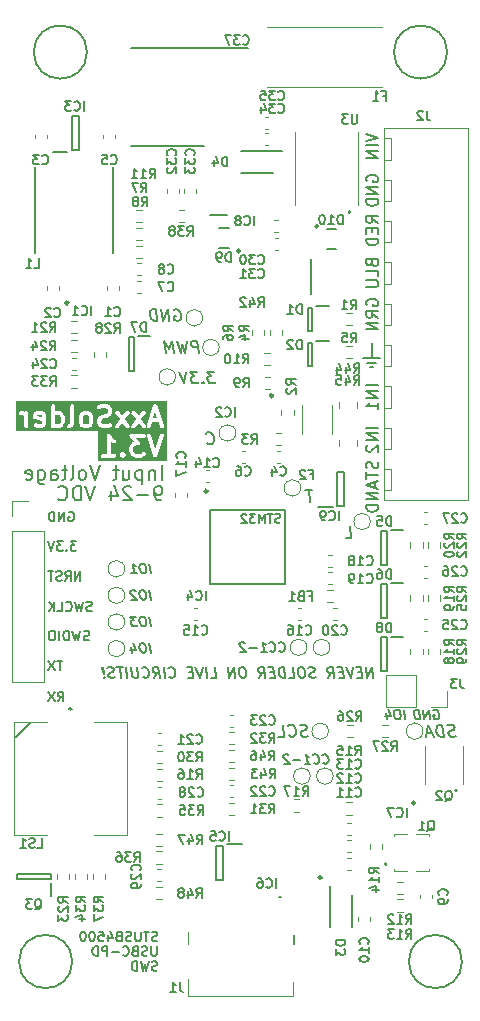
<source format=gbr>
%TF.GenerationSoftware,KiCad,Pcbnew,7.0.10*%
%TF.CreationDate,2024-09-11T11:21:31+02:00*%
%TF.ProjectId,AxxSolder,41787853-6f6c-4646-9572-2e6b69636164,rev?*%
%TF.SameCoordinates,Original*%
%TF.FileFunction,Legend,Bot*%
%TF.FilePolarity,Positive*%
%FSLAX46Y46*%
G04 Gerber Fmt 4.6, Leading zero omitted, Abs format (unit mm)*
G04 Created by KiCad (PCBNEW 7.0.10) date 2024-09-11 11:21:31*
%MOMM*%
%LPD*%
G01*
G04 APERTURE LIST*
%ADD10C,0.150000*%
%ADD11C,0.200000*%
%ADD12C,0.340000*%
%ADD13C,0.100000*%
%ADD14C,0.120000*%
%ADD15C,0.250000*%
G04 APERTURE END LIST*
D10*
X180500000Y-86850000D02*
G75*
G03*
X180200000Y-86850000I-150000J0D01*
G01*
X180200000Y-86850000D02*
G75*
G03*
X180500000Y-86850000I150000J0D01*
G01*
D11*
X167500000Y-70000000D02*
G75*
G03*
X163000000Y-70000000I-2250000J0D01*
G01*
X163000000Y-70000000D02*
G75*
G03*
X167500000Y-70000000I2250000J0D01*
G01*
D10*
X161500000Y-128000000D02*
X162750000Y-126750000D01*
X187100000Y-84750000D02*
G75*
G03*
X186800000Y-84750000I-150000J0D01*
G01*
X186800000Y-84750000D02*
G75*
G03*
X187100000Y-84750000I150000J0D01*
G01*
D11*
X198000000Y-70000000D02*
G75*
G03*
X193500000Y-70000000I-2250000J0D01*
G01*
X193500000Y-70000000D02*
G75*
G03*
X198000000Y-70000000I2250000J0D01*
G01*
X166250000Y-147000000D02*
G75*
G03*
X161750000Y-147000000I-2250000J0D01*
G01*
X161750000Y-147000000D02*
G75*
G03*
X166250000Y-147000000I2250000J0D01*
G01*
D10*
X192300000Y-95900000D02*
X190900000Y-95900000D01*
X191700000Y-96700000D02*
X191500000Y-96700000D01*
X192000000Y-96300000D02*
X191200000Y-96300000D01*
D11*
X199250000Y-147000000D02*
G75*
G03*
X194750000Y-147000000I-2250000J0D01*
G01*
X194750000Y-147000000D02*
G75*
G03*
X199250000Y-147000000I2250000J0D01*
G01*
X191600000Y-94600000D02*
X191600000Y-95800000D01*
D10*
X198828346Y-132500000D02*
G75*
G03*
X198671654Y-132500000I-78346J0D01*
G01*
X198671654Y-132500000D02*
G75*
G03*
X198828346Y-132500000I78346J0D01*
G01*
D12*
G36*
X174275054Y-104581630D02*
G01*
X168433744Y-104581630D01*
X168433744Y-104148282D01*
X168676601Y-104148282D01*
X168686409Y-104229056D01*
X168732631Y-104296020D01*
X168804678Y-104333833D01*
X168845362Y-104338773D01*
X169816791Y-104338773D01*
X169895794Y-104319301D01*
X169956698Y-104265344D01*
X169985552Y-104189264D01*
X169975744Y-104108490D01*
X169968563Y-104098086D01*
X170294720Y-104098086D01*
X170297824Y-104108049D01*
X170297195Y-104118464D01*
X170309794Y-104146458D01*
X170318928Y-104175769D01*
X170328462Y-104187938D01*
X170330589Y-104192664D01*
X170334668Y-104195859D01*
X170344203Y-104208030D01*
X170425156Y-104288982D01*
X170438472Y-104297032D01*
X170448792Y-104308680D01*
X170463342Y-104314198D01*
X170475593Y-104323796D01*
X170485856Y-104325676D01*
X170494788Y-104331076D01*
X170510321Y-104332015D01*
X170524872Y-104337534D01*
X170540321Y-104335658D01*
X170555627Y-104338463D01*
X170565591Y-104335358D01*
X170576007Y-104335988D01*
X170590196Y-104329601D01*
X170605646Y-104327726D01*
X170618453Y-104318885D01*
X170633310Y-104314256D01*
X170645481Y-104304720D01*
X170650206Y-104302594D01*
X170653401Y-104298515D01*
X170665571Y-104288981D01*
X170746523Y-104208029D01*
X170762403Y-104181759D01*
X170781338Y-104157592D01*
X170783219Y-104147327D01*
X170788618Y-104138397D01*
X170790471Y-104107754D01*
X170796005Y-104077558D01*
X170792900Y-104067593D01*
X170793530Y-104057178D01*
X170780931Y-104029184D01*
X170771798Y-103999875D01*
X170762261Y-103987702D01*
X170760136Y-103982979D01*
X170756058Y-103979784D01*
X170746524Y-103967614D01*
X170665572Y-103886661D01*
X170652253Y-103878609D01*
X170641934Y-103866961D01*
X170627383Y-103861442D01*
X170615133Y-103851845D01*
X170604871Y-103849964D01*
X170596598Y-103844963D01*
X171103934Y-103844963D01*
X171108479Y-103863404D01*
X171108106Y-103882392D01*
X171121882Y-103920990D01*
X171202835Y-104082895D01*
X171207336Y-104088182D01*
X171209403Y-104094814D01*
X171234678Y-104127075D01*
X171315630Y-104208028D01*
X171321574Y-104211621D01*
X171325633Y-104217261D01*
X171359813Y-104239874D01*
X171521718Y-104320826D01*
X171540244Y-104325007D01*
X171557060Y-104333833D01*
X171597744Y-104338773D01*
X172083458Y-104338773D01*
X172101897Y-104334228D01*
X172120886Y-104334602D01*
X172159484Y-104320826D01*
X172321389Y-104239874D01*
X172326679Y-104235369D01*
X172333311Y-104233303D01*
X172365572Y-104208028D01*
X172446524Y-104127075D01*
X172488618Y-104057443D01*
X172493530Y-103976224D01*
X172460136Y-103902025D01*
X172396084Y-103851844D01*
X172316050Y-103837178D01*
X172238367Y-103861386D01*
X172206106Y-103886661D01*
X172144662Y-103948105D01*
X172043326Y-103998773D01*
X171637876Y-103998773D01*
X171536539Y-103948105D01*
X171494602Y-103906168D01*
X171443934Y-103804831D01*
X171443934Y-103480332D01*
X171494601Y-103378997D01*
X171536539Y-103337059D01*
X171637876Y-103286392D01*
X171840601Y-103286392D01*
X171850224Y-103284020D01*
X171860054Y-103285275D01*
X171889299Y-103274389D01*
X171919604Y-103266920D01*
X171927021Y-103260348D01*
X171936310Y-103256891D01*
X171957151Y-103233655D01*
X171980508Y-103212963D01*
X171984021Y-103203698D01*
X171990640Y-103196320D01*
X171998295Y-103166062D01*
X172009362Y-103136883D01*
X172008167Y-103127044D01*
X172010598Y-103117438D01*
X172003316Y-103087091D01*
X171999554Y-103056109D01*
X171993924Y-103047952D01*
X171991612Y-103038317D01*
X171968539Y-103004446D01*
X171648575Y-102638773D01*
X172326315Y-102638773D01*
X172405318Y-102619301D01*
X172466222Y-102565344D01*
X172495076Y-102489264D01*
X172494239Y-102482373D01*
X172561622Y-102482373D01*
X172569801Y-102522532D01*
X173136468Y-104222531D01*
X173151120Y-104245726D01*
X173161886Y-104270962D01*
X173172562Y-104279670D01*
X173179923Y-104291323D01*
X173203678Y-104305052D01*
X173224938Y-104322394D01*
X173238443Y-104325144D01*
X173250371Y-104332038D01*
X173277777Y-104333155D01*
X173304668Y-104338632D01*
X173317903Y-104334791D01*
X173331671Y-104335353D01*
X173356461Y-104323603D01*
X173382812Y-104315958D01*
X173392746Y-104306406D01*
X173405199Y-104300505D01*
X173421690Y-104278579D01*
X173441468Y-104259566D01*
X173450794Y-104239888D01*
X173454110Y-104235480D01*
X173454752Y-104231535D01*
X173459020Y-104222532D01*
X174025687Y-102522532D01*
X174032197Y-102441426D01*
X174000269Y-102366584D01*
X173937217Y-102315153D01*
X173857487Y-102298914D01*
X173779342Y-102321588D01*
X173720687Y-102377981D01*
X173703135Y-102415015D01*
X173297744Y-103631186D01*
X172892353Y-102415014D01*
X172848897Y-102346223D01*
X172778450Y-102305507D01*
X172697150Y-102302192D01*
X172623622Y-102337040D01*
X172574711Y-102402066D01*
X172561622Y-102482373D01*
X172494239Y-102482373D01*
X172485268Y-102408490D01*
X172439046Y-102341526D01*
X172366999Y-102303713D01*
X172326315Y-102298773D01*
X171273934Y-102298773D01*
X171264310Y-102301144D01*
X171254482Y-102299890D01*
X171225236Y-102310775D01*
X171194931Y-102318245D01*
X171187513Y-102324816D01*
X171178225Y-102328274D01*
X171157383Y-102351509D01*
X171134027Y-102372202D01*
X171130513Y-102381466D01*
X171123895Y-102388845D01*
X171116239Y-102419102D01*
X171105173Y-102448282D01*
X171106367Y-102458120D01*
X171103937Y-102467727D01*
X171111218Y-102498073D01*
X171114981Y-102529056D01*
X171120610Y-102537212D01*
X171122923Y-102546848D01*
X171145996Y-102580719D01*
X171493854Y-102978270D01*
X171359813Y-103045291D01*
X171354522Y-103049795D01*
X171347891Y-103051862D01*
X171315630Y-103077137D01*
X171234678Y-103158090D01*
X171231085Y-103164032D01*
X171225448Y-103168090D01*
X171202835Y-103202270D01*
X171121882Y-103364174D01*
X171117700Y-103382700D01*
X171108874Y-103399517D01*
X171103934Y-103440201D01*
X171103934Y-103844963D01*
X170596598Y-103844963D01*
X170595940Y-103844565D01*
X170580404Y-103843625D01*
X170565854Y-103838107D01*
X170550404Y-103839982D01*
X170535099Y-103837178D01*
X170525135Y-103840282D01*
X170514721Y-103839653D01*
X170500531Y-103846038D01*
X170485080Y-103847915D01*
X170472272Y-103856755D01*
X170457416Y-103861385D01*
X170445246Y-103870919D01*
X170440521Y-103873046D01*
X170437325Y-103877125D01*
X170425155Y-103886660D01*
X170344202Y-103967613D01*
X170328321Y-103993881D01*
X170309386Y-104018052D01*
X170307505Y-104028315D01*
X170302107Y-104037245D01*
X170300253Y-104067887D01*
X170294720Y-104098086D01*
X169968563Y-104098086D01*
X169929522Y-104041526D01*
X169857475Y-104003713D01*
X169816791Y-103998773D01*
X169501077Y-103998773D01*
X169501077Y-102960142D01*
X169534678Y-102993743D01*
X169540621Y-102997336D01*
X169544680Y-103002975D01*
X169578860Y-103025588D01*
X169740765Y-103106540D01*
X169820136Y-103124455D01*
X169898740Y-103103431D01*
X169958572Y-103048287D01*
X169985922Y-102971654D01*
X169974527Y-102891088D01*
X169926997Y-102825047D01*
X169892817Y-102802434D01*
X169755585Y-102733818D01*
X169625091Y-102603324D01*
X169472526Y-102374474D01*
X169448890Y-102352843D01*
X169427648Y-102328866D01*
X169419181Y-102325655D01*
X169412501Y-102319541D01*
X169381522Y-102311372D01*
X169351568Y-102300012D01*
X169342578Y-102301103D01*
X169333823Y-102298795D01*
X169302599Y-102305958D01*
X169270794Y-102309820D01*
X169263341Y-102314964D01*
X169254515Y-102316989D01*
X169230194Y-102337844D01*
X169203830Y-102356042D01*
X169199622Y-102364059D01*
X169192747Y-102369955D01*
X169180903Y-102399725D01*
X169166017Y-102428089D01*
X169164434Y-102441120D01*
X169162669Y-102445559D01*
X169163238Y-102450975D01*
X169161077Y-102468773D01*
X169161077Y-103998773D01*
X168845362Y-103998773D01*
X168766359Y-104018245D01*
X168705455Y-104072202D01*
X168676601Y-104148282D01*
X168433744Y-104148282D01*
X168433744Y-102055916D01*
X174275054Y-102055916D01*
X174275054Y-104581630D01*
G37*
G36*
X163699606Y-100743102D02*
G01*
X163737269Y-100818428D01*
X163737269Y-100894738D01*
X163275742Y-100802433D01*
X163305408Y-100743102D01*
X163380734Y-100705440D01*
X163624280Y-100705440D01*
X163699606Y-100743102D01*
G37*
G36*
X165182759Y-100756108D02*
G01*
X165224696Y-100798044D01*
X165275364Y-100899380D01*
X165275364Y-101304831D01*
X165224695Y-101406168D01*
X165182759Y-101448104D01*
X165081422Y-101498773D01*
X164837877Y-101498773D01*
X164805840Y-101482754D01*
X164805840Y-100721458D01*
X164837877Y-100705440D01*
X165081422Y-100705440D01*
X165182759Y-100756108D01*
G37*
G36*
X167611330Y-100756108D02*
G01*
X167653267Y-100798044D01*
X167703935Y-100899380D01*
X167703935Y-101304831D01*
X167653266Y-101406168D01*
X167611330Y-101448104D01*
X167509993Y-101498773D01*
X167347400Y-101498773D01*
X167246064Y-101448105D01*
X167204127Y-101406168D01*
X167153459Y-101304831D01*
X167153459Y-100899380D01*
X167204126Y-100798044D01*
X167246063Y-100756108D01*
X167347400Y-100705440D01*
X167509993Y-100705440D01*
X167611330Y-100756108D01*
G37*
G36*
X173466644Y-101013059D02*
G01*
X173128844Y-101013059D01*
X173297744Y-100506359D01*
X173466644Y-101013059D01*
G37*
G36*
X174276723Y-102081630D02*
G01*
X161471841Y-102081630D01*
X161471841Y-100514949D01*
X161714698Y-100514949D01*
X161724506Y-100595723D01*
X161770728Y-100662687D01*
X161842775Y-100700500D01*
X161883459Y-100705440D01*
X162005232Y-100705440D01*
X162106569Y-100756108D01*
X162148506Y-100798045D01*
X162199174Y-100899380D01*
X162199174Y-101668773D01*
X162218646Y-101747776D01*
X162272603Y-101808680D01*
X162348683Y-101837534D01*
X162429457Y-101827726D01*
X162496421Y-101781504D01*
X162534234Y-101709457D01*
X162539174Y-101668773D01*
X162539174Y-100940201D01*
X162927745Y-100940201D01*
X162931142Y-100953983D01*
X162930056Y-100968140D01*
X162940749Y-100992963D01*
X162947217Y-101019204D01*
X162956631Y-101029830D01*
X162962248Y-101042869D01*
X162983253Y-101059879D01*
X163001174Y-101080108D01*
X163014446Y-101085141D01*
X163025480Y-101094077D01*
X163064405Y-101106900D01*
X163737269Y-101241472D01*
X163737269Y-101385784D01*
X163699606Y-101461110D01*
X163624280Y-101498773D01*
X163380734Y-101498773D01*
X163254724Y-101435768D01*
X163175354Y-101417853D01*
X163096749Y-101438877D01*
X163036917Y-101494021D01*
X163009567Y-101570654D01*
X163020962Y-101651219D01*
X163068492Y-101717261D01*
X163102672Y-101739874D01*
X163264576Y-101820826D01*
X163283102Y-101825007D01*
X163299918Y-101833833D01*
X163340602Y-101838773D01*
X163664412Y-101838773D01*
X163682851Y-101834228D01*
X163701840Y-101834602D01*
X163740438Y-101820826D01*
X163902343Y-101739874D01*
X163928194Y-101717863D01*
X163955757Y-101698027D01*
X163961256Y-101689715D01*
X163964297Y-101687126D01*
X163966352Y-101682011D01*
X163975111Y-101668773D01*
X164465840Y-101668773D01*
X164485312Y-101747776D01*
X164539269Y-101808680D01*
X164615349Y-101837534D01*
X164696123Y-101827726D01*
X164712672Y-101816302D01*
X164721719Y-101820826D01*
X164740245Y-101825007D01*
X164757061Y-101833833D01*
X164797745Y-101838773D01*
X165121554Y-101838773D01*
X165139993Y-101834228D01*
X165158982Y-101834602D01*
X165197580Y-101820826D01*
X165359485Y-101739874D01*
X165364774Y-101735370D01*
X165371406Y-101733304D01*
X165403667Y-101708029D01*
X165466731Y-101644965D01*
X165843706Y-101644965D01*
X165851922Y-101725917D01*
X165896817Y-101793777D01*
X165968107Y-101833001D01*
X166049458Y-101834602D01*
X166088056Y-101820826D01*
X166249961Y-101739874D01*
X166275818Y-101717859D01*
X166303374Y-101698027D01*
X166308872Y-101689716D01*
X166311915Y-101687126D01*
X166313971Y-101682008D01*
X166325987Y-101663848D01*
X166406941Y-101501942D01*
X166411122Y-101483415D01*
X166419948Y-101466600D01*
X166424888Y-101425916D01*
X166424888Y-101344963D01*
X166813459Y-101344963D01*
X166818003Y-101363402D01*
X166817630Y-101382391D01*
X166831406Y-101420989D01*
X166912358Y-101582894D01*
X166916861Y-101588183D01*
X166918928Y-101594815D01*
X166944203Y-101627076D01*
X167025156Y-101708029D01*
X167031099Y-101711622D01*
X167035158Y-101717261D01*
X167069338Y-101739874D01*
X167231242Y-101820826D01*
X167249768Y-101825007D01*
X167266584Y-101833833D01*
X167307268Y-101838773D01*
X167550125Y-101838773D01*
X167568564Y-101834228D01*
X167587553Y-101834602D01*
X167626151Y-101820826D01*
X167788056Y-101739874D01*
X167793345Y-101735370D01*
X167799977Y-101733304D01*
X167832238Y-101708029D01*
X167913191Y-101627076D01*
X167916784Y-101621132D01*
X167922423Y-101617074D01*
X167945036Y-101582894D01*
X168025988Y-101420989D01*
X168030169Y-101402462D01*
X168038995Y-101385647D01*
X168043935Y-101344963D01*
X168351554Y-101344963D01*
X168356099Y-101363404D01*
X168355726Y-101382392D01*
X168369502Y-101420990D01*
X168450455Y-101582895D01*
X168454956Y-101588182D01*
X168457023Y-101594814D01*
X168482298Y-101627075D01*
X168563250Y-101708028D01*
X168569194Y-101711621D01*
X168573253Y-101717261D01*
X168607433Y-101739874D01*
X168769338Y-101820826D01*
X168787864Y-101825007D01*
X168804680Y-101833833D01*
X168845364Y-101838773D01*
X169250126Y-101838773D01*
X169256870Y-101837110D01*
X169263726Y-101838228D01*
X169303885Y-101830049D01*
X169546742Y-101749097D01*
X169615533Y-101705641D01*
X169656249Y-101635194D01*
X169659564Y-101553894D01*
X169624716Y-101480366D01*
X169559691Y-101431455D01*
X169479383Y-101418366D01*
X169439225Y-101426545D01*
X169222539Y-101498773D01*
X168885496Y-101498773D01*
X168784159Y-101448105D01*
X168742222Y-101406168D01*
X168691554Y-101304831D01*
X168691554Y-101223190D01*
X168742222Y-101121853D01*
X168784159Y-101079916D01*
X168904700Y-101019646D01*
X169210404Y-100943221D01*
X169213035Y-100941828D01*
X169245200Y-100930349D01*
X169407105Y-100849396D01*
X169412392Y-100844894D01*
X169419024Y-100842828D01*
X169451285Y-100817553D01*
X169532238Y-100736601D01*
X169535831Y-100730656D01*
X169541471Y-100726598D01*
X169564084Y-100692418D01*
X169645036Y-100530513D01*
X169646187Y-100525413D01*
X169889945Y-100525413D01*
X169904724Y-100605427D01*
X169925975Y-100640470D01*
X170288689Y-101102106D01*
X169925975Y-101563743D01*
X169892476Y-101637895D01*
X169897276Y-101719121D01*
X169939272Y-101788813D01*
X170008846Y-101831005D01*
X170090058Y-101836031D01*
X170164303Y-101802741D01*
X170193323Y-101773803D01*
X170504887Y-101377267D01*
X170816451Y-101773803D01*
X170880572Y-101823894D01*
X170960627Y-101838448D01*
X171038277Y-101814133D01*
X171095731Y-101756517D01*
X171119829Y-101678800D01*
X171105050Y-101598786D01*
X171083799Y-101563743D01*
X170721084Y-101102106D01*
X171083799Y-100640470D01*
X171117298Y-100566318D01*
X171114881Y-100525413D01*
X171266135Y-100525413D01*
X171280914Y-100605427D01*
X171302165Y-100640470D01*
X171664879Y-101102106D01*
X171302165Y-101563743D01*
X171268666Y-101637895D01*
X171273466Y-101719121D01*
X171315462Y-101788813D01*
X171385036Y-101831005D01*
X171466248Y-101836031D01*
X171540493Y-101802741D01*
X171569513Y-101773803D01*
X171881077Y-101377267D01*
X172192641Y-101773803D01*
X172256762Y-101823894D01*
X172336817Y-101838448D01*
X172414467Y-101814133D01*
X172471921Y-101756517D01*
X172490648Y-101696121D01*
X172563291Y-101696121D01*
X172595219Y-101770962D01*
X172658271Y-101822394D01*
X172738001Y-101838632D01*
X172816145Y-101815958D01*
X172874801Y-101759566D01*
X172892353Y-101722532D01*
X173015511Y-101353059D01*
X173579978Y-101353059D01*
X173703135Y-101722531D01*
X173746590Y-101791323D01*
X173817038Y-101832038D01*
X173898338Y-101835353D01*
X173971866Y-101800505D01*
X174020777Y-101735480D01*
X174033866Y-101655172D01*
X174025687Y-101615014D01*
X173459020Y-99915014D01*
X173444367Y-99891818D01*
X173433602Y-99866584D01*
X173422924Y-99857874D01*
X173415564Y-99846223D01*
X173391807Y-99832492D01*
X173370550Y-99815153D01*
X173357048Y-99812403D01*
X173345117Y-99805507D01*
X173317701Y-99804389D01*
X173290820Y-99798914D01*
X173277587Y-99802753D01*
X173263817Y-99802192D01*
X173239022Y-99813943D01*
X173212675Y-99821588D01*
X173202741Y-99831138D01*
X173190289Y-99837040D01*
X173173794Y-99858969D01*
X173154020Y-99877981D01*
X173144695Y-99897655D01*
X173141378Y-99902066D01*
X173140734Y-99906012D01*
X173136468Y-99915015D01*
X172569801Y-101615014D01*
X172563291Y-101696121D01*
X172490648Y-101696121D01*
X172496019Y-101678800D01*
X172481240Y-101598786D01*
X172459989Y-101563743D01*
X172097274Y-101102106D01*
X172459989Y-100640470D01*
X172493488Y-100566318D01*
X172488688Y-100485092D01*
X172446692Y-100415400D01*
X172377118Y-100373208D01*
X172295906Y-100368181D01*
X172221661Y-100401472D01*
X172192641Y-100430410D01*
X171881077Y-100826945D01*
X171569513Y-100430410D01*
X171505392Y-100380319D01*
X171425337Y-100365765D01*
X171347687Y-100390080D01*
X171290233Y-100447696D01*
X171266135Y-100525413D01*
X171114881Y-100525413D01*
X171112498Y-100485092D01*
X171070502Y-100415400D01*
X171000928Y-100373208D01*
X170919716Y-100368181D01*
X170845471Y-100401472D01*
X170816451Y-100430410D01*
X170504887Y-100826945D01*
X170193323Y-100430410D01*
X170129202Y-100380319D01*
X170049147Y-100365765D01*
X169971497Y-100390080D01*
X169914043Y-100447696D01*
X169889945Y-100525413D01*
X169646187Y-100525413D01*
X169649217Y-100511986D01*
X169658043Y-100495171D01*
X169662983Y-100454487D01*
X169662983Y-100292582D01*
X169658438Y-100274142D01*
X169658812Y-100255154D01*
X169645036Y-100216556D01*
X169564084Y-100054652D01*
X169559580Y-100049362D01*
X169557514Y-100042731D01*
X169532239Y-100010470D01*
X169451286Y-99929517D01*
X169445342Y-99925923D01*
X169441284Y-99920285D01*
X169407104Y-99897672D01*
X169245199Y-99816720D01*
X169226672Y-99812538D01*
X169209857Y-99803713D01*
X169169173Y-99798773D01*
X168764412Y-99798773D01*
X168757667Y-99800435D01*
X168750812Y-99799318D01*
X168710654Y-99807497D01*
X168467796Y-99888449D01*
X168399004Y-99931904D01*
X168358288Y-100002352D01*
X168354973Y-100083652D01*
X168389821Y-100157180D01*
X168454847Y-100206091D01*
X168535154Y-100219180D01*
X168575312Y-100211001D01*
X168791999Y-100138773D01*
X169129041Y-100138773D01*
X169230378Y-100189441D01*
X169272315Y-100231378D01*
X169322983Y-100332714D01*
X169322983Y-100414355D01*
X169272315Y-100515691D01*
X169230378Y-100557628D01*
X169109837Y-100617899D01*
X168804133Y-100694325D01*
X168801505Y-100695715D01*
X168769338Y-100707196D01*
X168607433Y-100788148D01*
X168602142Y-100792652D01*
X168595511Y-100794719D01*
X168563250Y-100819994D01*
X168482298Y-100900947D01*
X168478705Y-100906889D01*
X168473068Y-100910947D01*
X168450455Y-100945127D01*
X168369502Y-101107032D01*
X168365320Y-101125557D01*
X168356494Y-101142375D01*
X168351554Y-101183059D01*
X168351554Y-101344963D01*
X168043935Y-101344963D01*
X168043935Y-100859249D01*
X168039390Y-100840809D01*
X168039764Y-100821821D01*
X168025988Y-100783223D01*
X167945036Y-100621318D01*
X167940531Y-100616027D01*
X167938465Y-100609396D01*
X167913190Y-100577135D01*
X167832237Y-100496183D01*
X167826293Y-100492590D01*
X167822236Y-100486952D01*
X167788056Y-100464339D01*
X167626151Y-100383387D01*
X167607624Y-100379205D01*
X167590809Y-100370380D01*
X167550125Y-100365440D01*
X167307268Y-100365440D01*
X167288828Y-100369984D01*
X167269840Y-100369611D01*
X167231242Y-100383387D01*
X167069338Y-100464339D01*
X167064047Y-100468843D01*
X167057418Y-100470909D01*
X167025157Y-100496183D01*
X166944204Y-100577135D01*
X166940610Y-100583079D01*
X166934971Y-100587138D01*
X166912358Y-100621318D01*
X166831406Y-100783223D01*
X166827224Y-100801749D01*
X166818399Y-100818565D01*
X166813459Y-100859249D01*
X166813459Y-101344963D01*
X166424888Y-101344963D01*
X166424888Y-99968773D01*
X166405416Y-99889770D01*
X166351459Y-99828866D01*
X166275379Y-99800012D01*
X166194605Y-99809820D01*
X166127641Y-99856042D01*
X166089828Y-99928089D01*
X166084888Y-99968773D01*
X166084888Y-101385784D01*
X166047225Y-101461109D01*
X165936004Y-101516720D01*
X165874050Y-101569468D01*
X165843706Y-101644965D01*
X165466731Y-101644965D01*
X165484620Y-101627076D01*
X165488213Y-101621132D01*
X165493852Y-101617074D01*
X165516465Y-101582894D01*
X165597417Y-101420989D01*
X165601598Y-101402462D01*
X165610424Y-101385647D01*
X165615364Y-101344963D01*
X165615364Y-100859249D01*
X165610819Y-100840809D01*
X165611193Y-100821821D01*
X165597417Y-100783223D01*
X165516465Y-100621318D01*
X165511960Y-100616027D01*
X165509894Y-100609396D01*
X165484619Y-100577135D01*
X165403666Y-100496183D01*
X165397722Y-100492590D01*
X165393665Y-100486952D01*
X165359485Y-100464339D01*
X165197580Y-100383387D01*
X165179053Y-100379205D01*
X165162238Y-100370380D01*
X165121554Y-100365440D01*
X164805840Y-100365440D01*
X164805840Y-99968773D01*
X164786368Y-99889770D01*
X164732411Y-99828866D01*
X164656331Y-99800012D01*
X164575557Y-99809820D01*
X164508593Y-99856042D01*
X164470780Y-99928089D01*
X164465840Y-99968773D01*
X164465840Y-101668773D01*
X163975111Y-101668773D01*
X163978370Y-101663847D01*
X164059322Y-101501942D01*
X164063503Y-101483415D01*
X164072329Y-101466600D01*
X164077269Y-101425916D01*
X164077269Y-100778297D01*
X164072724Y-100759857D01*
X164073098Y-100740869D01*
X164059322Y-100702271D01*
X163978370Y-100540366D01*
X163956359Y-100514514D01*
X163936523Y-100486952D01*
X163928211Y-100481452D01*
X163925622Y-100478412D01*
X163920507Y-100476356D01*
X163902343Y-100464339D01*
X163740438Y-100383387D01*
X163721911Y-100379205D01*
X163705096Y-100370380D01*
X163664412Y-100365440D01*
X163340602Y-100365440D01*
X163322162Y-100369984D01*
X163303174Y-100369611D01*
X163264576Y-100383387D01*
X163102672Y-100464339D01*
X163076819Y-100486349D01*
X163049259Y-100506185D01*
X163043760Y-100514495D01*
X163040717Y-100517087D01*
X163038659Y-100522206D01*
X163026646Y-100540365D01*
X162945693Y-100702270D01*
X162941511Y-100720795D01*
X162932685Y-100737613D01*
X162927745Y-100778297D01*
X162927745Y-100940201D01*
X162539174Y-100940201D01*
X162539174Y-100535440D01*
X162519702Y-100456437D01*
X162465745Y-100395533D01*
X162389665Y-100366679D01*
X162308891Y-100376487D01*
X162241927Y-100422709D01*
X162233218Y-100439301D01*
X162121390Y-100383387D01*
X162102863Y-100379205D01*
X162086048Y-100370380D01*
X162045364Y-100365440D01*
X161883459Y-100365440D01*
X161804456Y-100384912D01*
X161743552Y-100438869D01*
X161714698Y-100514949D01*
X161471841Y-100514949D01*
X161471841Y-99555916D01*
X174276723Y-99555916D01*
X174276723Y-102081630D01*
G37*
D10*
X173448935Y-145224200D02*
X173334649Y-145262295D01*
X173334649Y-145262295D02*
X173144173Y-145262295D01*
X173144173Y-145262295D02*
X173067982Y-145224200D01*
X173067982Y-145224200D02*
X173029887Y-145186104D01*
X173029887Y-145186104D02*
X172991792Y-145109914D01*
X172991792Y-145109914D02*
X172991792Y-145033723D01*
X172991792Y-145033723D02*
X173029887Y-144957533D01*
X173029887Y-144957533D02*
X173067982Y-144919438D01*
X173067982Y-144919438D02*
X173144173Y-144881342D01*
X173144173Y-144881342D02*
X173296554Y-144843247D01*
X173296554Y-144843247D02*
X173372744Y-144805152D01*
X173372744Y-144805152D02*
X173410839Y-144767057D01*
X173410839Y-144767057D02*
X173448935Y-144690866D01*
X173448935Y-144690866D02*
X173448935Y-144614676D01*
X173448935Y-144614676D02*
X173410839Y-144538485D01*
X173410839Y-144538485D02*
X173372744Y-144500390D01*
X173372744Y-144500390D02*
X173296554Y-144462295D01*
X173296554Y-144462295D02*
X173106077Y-144462295D01*
X173106077Y-144462295D02*
X172991792Y-144500390D01*
X172763220Y-144462295D02*
X172306077Y-144462295D01*
X172534649Y-145262295D02*
X172534649Y-144462295D01*
X172039410Y-144462295D02*
X172039410Y-145109914D01*
X172039410Y-145109914D02*
X172001315Y-145186104D01*
X172001315Y-145186104D02*
X171963220Y-145224200D01*
X171963220Y-145224200D02*
X171887029Y-145262295D01*
X171887029Y-145262295D02*
X171734648Y-145262295D01*
X171734648Y-145262295D02*
X171658458Y-145224200D01*
X171658458Y-145224200D02*
X171620363Y-145186104D01*
X171620363Y-145186104D02*
X171582267Y-145109914D01*
X171582267Y-145109914D02*
X171582267Y-144462295D01*
X171239411Y-145224200D02*
X171125125Y-145262295D01*
X171125125Y-145262295D02*
X170934649Y-145262295D01*
X170934649Y-145262295D02*
X170858458Y-145224200D01*
X170858458Y-145224200D02*
X170820363Y-145186104D01*
X170820363Y-145186104D02*
X170782268Y-145109914D01*
X170782268Y-145109914D02*
X170782268Y-145033723D01*
X170782268Y-145033723D02*
X170820363Y-144957533D01*
X170820363Y-144957533D02*
X170858458Y-144919438D01*
X170858458Y-144919438D02*
X170934649Y-144881342D01*
X170934649Y-144881342D02*
X171087030Y-144843247D01*
X171087030Y-144843247D02*
X171163220Y-144805152D01*
X171163220Y-144805152D02*
X171201315Y-144767057D01*
X171201315Y-144767057D02*
X171239411Y-144690866D01*
X171239411Y-144690866D02*
X171239411Y-144614676D01*
X171239411Y-144614676D02*
X171201315Y-144538485D01*
X171201315Y-144538485D02*
X171163220Y-144500390D01*
X171163220Y-144500390D02*
X171087030Y-144462295D01*
X171087030Y-144462295D02*
X170896553Y-144462295D01*
X170896553Y-144462295D02*
X170782268Y-144500390D01*
X170172744Y-144843247D02*
X170058458Y-144881342D01*
X170058458Y-144881342D02*
X170020363Y-144919438D01*
X170020363Y-144919438D02*
X169982267Y-144995628D01*
X169982267Y-144995628D02*
X169982267Y-145109914D01*
X169982267Y-145109914D02*
X170020363Y-145186104D01*
X170020363Y-145186104D02*
X170058458Y-145224200D01*
X170058458Y-145224200D02*
X170134648Y-145262295D01*
X170134648Y-145262295D02*
X170439410Y-145262295D01*
X170439410Y-145262295D02*
X170439410Y-144462295D01*
X170439410Y-144462295D02*
X170172744Y-144462295D01*
X170172744Y-144462295D02*
X170096553Y-144500390D01*
X170096553Y-144500390D02*
X170058458Y-144538485D01*
X170058458Y-144538485D02*
X170020363Y-144614676D01*
X170020363Y-144614676D02*
X170020363Y-144690866D01*
X170020363Y-144690866D02*
X170058458Y-144767057D01*
X170058458Y-144767057D02*
X170096553Y-144805152D01*
X170096553Y-144805152D02*
X170172744Y-144843247D01*
X170172744Y-144843247D02*
X170439410Y-144843247D01*
X169296553Y-144728961D02*
X169296553Y-145262295D01*
X169487029Y-144424200D02*
X169677506Y-144995628D01*
X169677506Y-144995628D02*
X169182267Y-144995628D01*
X168496553Y-144462295D02*
X168877505Y-144462295D01*
X168877505Y-144462295D02*
X168915601Y-144843247D01*
X168915601Y-144843247D02*
X168877505Y-144805152D01*
X168877505Y-144805152D02*
X168801315Y-144767057D01*
X168801315Y-144767057D02*
X168610839Y-144767057D01*
X168610839Y-144767057D02*
X168534648Y-144805152D01*
X168534648Y-144805152D02*
X168496553Y-144843247D01*
X168496553Y-144843247D02*
X168458458Y-144919438D01*
X168458458Y-144919438D02*
X168458458Y-145109914D01*
X168458458Y-145109914D02*
X168496553Y-145186104D01*
X168496553Y-145186104D02*
X168534648Y-145224200D01*
X168534648Y-145224200D02*
X168610839Y-145262295D01*
X168610839Y-145262295D02*
X168801315Y-145262295D01*
X168801315Y-145262295D02*
X168877505Y-145224200D01*
X168877505Y-145224200D02*
X168915601Y-145186104D01*
X167963219Y-144462295D02*
X167887029Y-144462295D01*
X167887029Y-144462295D02*
X167810838Y-144500390D01*
X167810838Y-144500390D02*
X167772743Y-144538485D01*
X167772743Y-144538485D02*
X167734648Y-144614676D01*
X167734648Y-144614676D02*
X167696553Y-144767057D01*
X167696553Y-144767057D02*
X167696553Y-144957533D01*
X167696553Y-144957533D02*
X167734648Y-145109914D01*
X167734648Y-145109914D02*
X167772743Y-145186104D01*
X167772743Y-145186104D02*
X167810838Y-145224200D01*
X167810838Y-145224200D02*
X167887029Y-145262295D01*
X167887029Y-145262295D02*
X167963219Y-145262295D01*
X167963219Y-145262295D02*
X168039410Y-145224200D01*
X168039410Y-145224200D02*
X168077505Y-145186104D01*
X168077505Y-145186104D02*
X168115600Y-145109914D01*
X168115600Y-145109914D02*
X168153696Y-144957533D01*
X168153696Y-144957533D02*
X168153696Y-144767057D01*
X168153696Y-144767057D02*
X168115600Y-144614676D01*
X168115600Y-144614676D02*
X168077505Y-144538485D01*
X168077505Y-144538485D02*
X168039410Y-144500390D01*
X168039410Y-144500390D02*
X167963219Y-144462295D01*
X167201314Y-144462295D02*
X167125124Y-144462295D01*
X167125124Y-144462295D02*
X167048933Y-144500390D01*
X167048933Y-144500390D02*
X167010838Y-144538485D01*
X167010838Y-144538485D02*
X166972743Y-144614676D01*
X166972743Y-144614676D02*
X166934648Y-144767057D01*
X166934648Y-144767057D02*
X166934648Y-144957533D01*
X166934648Y-144957533D02*
X166972743Y-145109914D01*
X166972743Y-145109914D02*
X167010838Y-145186104D01*
X167010838Y-145186104D02*
X167048933Y-145224200D01*
X167048933Y-145224200D02*
X167125124Y-145262295D01*
X167125124Y-145262295D02*
X167201314Y-145262295D01*
X167201314Y-145262295D02*
X167277505Y-145224200D01*
X167277505Y-145224200D02*
X167315600Y-145186104D01*
X167315600Y-145186104D02*
X167353695Y-145109914D01*
X167353695Y-145109914D02*
X167391791Y-144957533D01*
X167391791Y-144957533D02*
X167391791Y-144767057D01*
X167391791Y-144767057D02*
X167353695Y-144614676D01*
X167353695Y-144614676D02*
X167315600Y-144538485D01*
X167315600Y-144538485D02*
X167277505Y-144500390D01*
X167277505Y-144500390D02*
X167201314Y-144462295D01*
D11*
X165045863Y-124959695D02*
X165312530Y-124578742D01*
X165503006Y-124959695D02*
X165503006Y-124159695D01*
X165503006Y-124159695D02*
X165198244Y-124159695D01*
X165198244Y-124159695D02*
X165122054Y-124197790D01*
X165122054Y-124197790D02*
X165083959Y-124235885D01*
X165083959Y-124235885D02*
X165045863Y-124312076D01*
X165045863Y-124312076D02*
X165045863Y-124426361D01*
X165045863Y-124426361D02*
X165083959Y-124502552D01*
X165083959Y-124502552D02*
X165122054Y-124540647D01*
X165122054Y-124540647D02*
X165198244Y-124578742D01*
X165198244Y-124578742D02*
X165503006Y-124578742D01*
X164779197Y-124159695D02*
X164245863Y-124959695D01*
X164245863Y-124159695D02*
X164779197Y-124959695D01*
X191199838Y-80938095D02*
X191152219Y-80842857D01*
X191152219Y-80842857D02*
X191152219Y-80700000D01*
X191152219Y-80700000D02*
X191199838Y-80557143D01*
X191199838Y-80557143D02*
X191295076Y-80461905D01*
X191295076Y-80461905D02*
X191390314Y-80414286D01*
X191390314Y-80414286D02*
X191580790Y-80366667D01*
X191580790Y-80366667D02*
X191723647Y-80366667D01*
X191723647Y-80366667D02*
X191914123Y-80414286D01*
X191914123Y-80414286D02*
X192009361Y-80461905D01*
X192009361Y-80461905D02*
X192104600Y-80557143D01*
X192104600Y-80557143D02*
X192152219Y-80700000D01*
X192152219Y-80700000D02*
X192152219Y-80795238D01*
X192152219Y-80795238D02*
X192104600Y-80938095D01*
X192104600Y-80938095D02*
X192056980Y-80985714D01*
X192056980Y-80985714D02*
X191723647Y-80985714D01*
X191723647Y-80985714D02*
X191723647Y-80795238D01*
X192152219Y-81414286D02*
X191152219Y-81414286D01*
X191152219Y-81414286D02*
X192152219Y-81985714D01*
X192152219Y-81985714D02*
X191152219Y-81985714D01*
X192152219Y-82461905D02*
X191152219Y-82461905D01*
X191152219Y-82461905D02*
X191152219Y-82700000D01*
X191152219Y-82700000D02*
X191199838Y-82842857D01*
X191199838Y-82842857D02*
X191295076Y-82938095D01*
X191295076Y-82938095D02*
X191390314Y-82985714D01*
X191390314Y-82985714D02*
X191580790Y-83033333D01*
X191580790Y-83033333D02*
X191723647Y-83033333D01*
X191723647Y-83033333D02*
X191914123Y-82985714D01*
X191914123Y-82985714D02*
X192009361Y-82938095D01*
X192009361Y-82938095D02*
X192104600Y-82842857D01*
X192104600Y-82842857D02*
X192152219Y-82700000D01*
X192152219Y-82700000D02*
X192152219Y-82461905D01*
X167903007Y-117281600D02*
X167788721Y-117319695D01*
X167788721Y-117319695D02*
X167598245Y-117319695D01*
X167598245Y-117319695D02*
X167522054Y-117281600D01*
X167522054Y-117281600D02*
X167483959Y-117243504D01*
X167483959Y-117243504D02*
X167445864Y-117167314D01*
X167445864Y-117167314D02*
X167445864Y-117091123D01*
X167445864Y-117091123D02*
X167483959Y-117014933D01*
X167483959Y-117014933D02*
X167522054Y-116976838D01*
X167522054Y-116976838D02*
X167598245Y-116938742D01*
X167598245Y-116938742D02*
X167750626Y-116900647D01*
X167750626Y-116900647D02*
X167826816Y-116862552D01*
X167826816Y-116862552D02*
X167864911Y-116824457D01*
X167864911Y-116824457D02*
X167903007Y-116748266D01*
X167903007Y-116748266D02*
X167903007Y-116672076D01*
X167903007Y-116672076D02*
X167864911Y-116595885D01*
X167864911Y-116595885D02*
X167826816Y-116557790D01*
X167826816Y-116557790D02*
X167750626Y-116519695D01*
X167750626Y-116519695D02*
X167560149Y-116519695D01*
X167560149Y-116519695D02*
X167445864Y-116557790D01*
X167179197Y-116519695D02*
X166988721Y-117319695D01*
X166988721Y-117319695D02*
X166836340Y-116748266D01*
X166836340Y-116748266D02*
X166683959Y-117319695D01*
X166683959Y-117319695D02*
X166493483Y-116519695D01*
X165731577Y-117243504D02*
X165769673Y-117281600D01*
X165769673Y-117281600D02*
X165883958Y-117319695D01*
X165883958Y-117319695D02*
X165960149Y-117319695D01*
X165960149Y-117319695D02*
X166074435Y-117281600D01*
X166074435Y-117281600D02*
X166150625Y-117205409D01*
X166150625Y-117205409D02*
X166188720Y-117129219D01*
X166188720Y-117129219D02*
X166226816Y-116976838D01*
X166226816Y-116976838D02*
X166226816Y-116862552D01*
X166226816Y-116862552D02*
X166188720Y-116710171D01*
X166188720Y-116710171D02*
X166150625Y-116633980D01*
X166150625Y-116633980D02*
X166074435Y-116557790D01*
X166074435Y-116557790D02*
X165960149Y-116519695D01*
X165960149Y-116519695D02*
X165883958Y-116519695D01*
X165883958Y-116519695D02*
X165769673Y-116557790D01*
X165769673Y-116557790D02*
X165731577Y-116595885D01*
X165007768Y-117319695D02*
X165388720Y-117319695D01*
X165388720Y-117319695D02*
X165388720Y-116519695D01*
X164741101Y-117319695D02*
X164741101Y-116519695D01*
X164283958Y-117319695D02*
X164626816Y-116862552D01*
X164283958Y-116519695D02*
X164741101Y-116976838D01*
X178257142Y-97052219D02*
X177638094Y-97052219D01*
X177638094Y-97052219D02*
X178019047Y-97433171D01*
X178019047Y-97433171D02*
X177876189Y-97433171D01*
X177876189Y-97433171D02*
X177786904Y-97480790D01*
X177786904Y-97480790D02*
X177745237Y-97528409D01*
X177745237Y-97528409D02*
X177709523Y-97623647D01*
X177709523Y-97623647D02*
X177739285Y-97861742D01*
X177739285Y-97861742D02*
X177798808Y-97956980D01*
X177798808Y-97956980D02*
X177852380Y-98004600D01*
X177852380Y-98004600D02*
X177953570Y-98052219D01*
X177953570Y-98052219D02*
X178239285Y-98052219D01*
X178239285Y-98052219D02*
X178328570Y-98004600D01*
X178328570Y-98004600D02*
X178370237Y-97956980D01*
X177322618Y-97956980D02*
X177280951Y-98004600D01*
X177280951Y-98004600D02*
X177334523Y-98052219D01*
X177334523Y-98052219D02*
X177376189Y-98004600D01*
X177376189Y-98004600D02*
X177322618Y-97956980D01*
X177322618Y-97956980D02*
X177334523Y-98052219D01*
X176828571Y-97052219D02*
X176209523Y-97052219D01*
X176209523Y-97052219D02*
X176590476Y-97433171D01*
X176590476Y-97433171D02*
X176447618Y-97433171D01*
X176447618Y-97433171D02*
X176358333Y-97480790D01*
X176358333Y-97480790D02*
X176316666Y-97528409D01*
X176316666Y-97528409D02*
X176280952Y-97623647D01*
X176280952Y-97623647D02*
X176310714Y-97861742D01*
X176310714Y-97861742D02*
X176370237Y-97956980D01*
X176370237Y-97956980D02*
X176423809Y-98004600D01*
X176423809Y-98004600D02*
X176524999Y-98052219D01*
X176524999Y-98052219D02*
X176810714Y-98052219D01*
X176810714Y-98052219D02*
X176899999Y-98004600D01*
X176899999Y-98004600D02*
X176941666Y-97956980D01*
X175923809Y-97052219D02*
X175715475Y-98052219D01*
X175715475Y-98052219D02*
X175257142Y-97052219D01*
X176985714Y-95452219D02*
X176860714Y-94452219D01*
X176860714Y-94452219D02*
X176479761Y-94452219D01*
X176479761Y-94452219D02*
X176390476Y-94499838D01*
X176390476Y-94499838D02*
X176348809Y-94547457D01*
X176348809Y-94547457D02*
X176313095Y-94642695D01*
X176313095Y-94642695D02*
X176330952Y-94785552D01*
X176330952Y-94785552D02*
X176390476Y-94880790D01*
X176390476Y-94880790D02*
X176444047Y-94928409D01*
X176444047Y-94928409D02*
X176545237Y-94976028D01*
X176545237Y-94976028D02*
X176926190Y-94976028D01*
X175955952Y-94452219D02*
X175842857Y-95452219D01*
X175842857Y-95452219D02*
X175563095Y-94737933D01*
X175563095Y-94737933D02*
X175461904Y-95452219D01*
X175461904Y-95452219D02*
X175098809Y-94452219D01*
X174842857Y-95452219D02*
X174717857Y-94452219D01*
X174717857Y-94452219D02*
X174473809Y-95166504D01*
X174473809Y-95166504D02*
X174051190Y-94452219D01*
X174051190Y-94452219D02*
X174176190Y-95452219D01*
X167674435Y-119781600D02*
X167560149Y-119819695D01*
X167560149Y-119819695D02*
X167369673Y-119819695D01*
X167369673Y-119819695D02*
X167293482Y-119781600D01*
X167293482Y-119781600D02*
X167255387Y-119743504D01*
X167255387Y-119743504D02*
X167217292Y-119667314D01*
X167217292Y-119667314D02*
X167217292Y-119591123D01*
X167217292Y-119591123D02*
X167255387Y-119514933D01*
X167255387Y-119514933D02*
X167293482Y-119476838D01*
X167293482Y-119476838D02*
X167369673Y-119438742D01*
X167369673Y-119438742D02*
X167522054Y-119400647D01*
X167522054Y-119400647D02*
X167598244Y-119362552D01*
X167598244Y-119362552D02*
X167636339Y-119324457D01*
X167636339Y-119324457D02*
X167674435Y-119248266D01*
X167674435Y-119248266D02*
X167674435Y-119172076D01*
X167674435Y-119172076D02*
X167636339Y-119095885D01*
X167636339Y-119095885D02*
X167598244Y-119057790D01*
X167598244Y-119057790D02*
X167522054Y-119019695D01*
X167522054Y-119019695D02*
X167331577Y-119019695D01*
X167331577Y-119019695D02*
X167217292Y-119057790D01*
X166950625Y-119019695D02*
X166760149Y-119819695D01*
X166760149Y-119819695D02*
X166607768Y-119248266D01*
X166607768Y-119248266D02*
X166455387Y-119819695D01*
X166455387Y-119819695D02*
X166264911Y-119019695D01*
X165960148Y-119819695D02*
X165960148Y-119019695D01*
X165960148Y-119019695D02*
X165769672Y-119019695D01*
X165769672Y-119019695D02*
X165655386Y-119057790D01*
X165655386Y-119057790D02*
X165579196Y-119133980D01*
X165579196Y-119133980D02*
X165541101Y-119210171D01*
X165541101Y-119210171D02*
X165503005Y-119362552D01*
X165503005Y-119362552D02*
X165503005Y-119476838D01*
X165503005Y-119476838D02*
X165541101Y-119629219D01*
X165541101Y-119629219D02*
X165579196Y-119705409D01*
X165579196Y-119705409D02*
X165655386Y-119781600D01*
X165655386Y-119781600D02*
X165769672Y-119819695D01*
X165769672Y-119819695D02*
X165960148Y-119819695D01*
X165160148Y-119819695D02*
X165160148Y-119019695D01*
X164626815Y-119019695D02*
X164474434Y-119019695D01*
X164474434Y-119019695D02*
X164398244Y-119057790D01*
X164398244Y-119057790D02*
X164322053Y-119133980D01*
X164322053Y-119133980D02*
X164283958Y-119286361D01*
X164283958Y-119286361D02*
X164283958Y-119553028D01*
X164283958Y-119553028D02*
X164322053Y-119705409D01*
X164322053Y-119705409D02*
X164398244Y-119781600D01*
X164398244Y-119781600D02*
X164474434Y-119819695D01*
X164474434Y-119819695D02*
X164626815Y-119819695D01*
X164626815Y-119819695D02*
X164703006Y-119781600D01*
X164703006Y-119781600D02*
X164779196Y-119705409D01*
X164779196Y-119705409D02*
X164817292Y-119553028D01*
X164817292Y-119553028D02*
X164817292Y-119286361D01*
X164817292Y-119286361D02*
X164779196Y-119133980D01*
X164779196Y-119133980D02*
X164703006Y-119057790D01*
X164703006Y-119057790D02*
X164626815Y-119019695D01*
X198714285Y-127904600D02*
X198577381Y-127952219D01*
X198577381Y-127952219D02*
X198339285Y-127952219D01*
X198339285Y-127952219D02*
X198238095Y-127904600D01*
X198238095Y-127904600D02*
X198184523Y-127856980D01*
X198184523Y-127856980D02*
X198125000Y-127761742D01*
X198125000Y-127761742D02*
X198113095Y-127666504D01*
X198113095Y-127666504D02*
X198148809Y-127571266D01*
X198148809Y-127571266D02*
X198190476Y-127523647D01*
X198190476Y-127523647D02*
X198279762Y-127476028D01*
X198279762Y-127476028D02*
X198464285Y-127428409D01*
X198464285Y-127428409D02*
X198553571Y-127380790D01*
X198553571Y-127380790D02*
X198595238Y-127333171D01*
X198595238Y-127333171D02*
X198630952Y-127237933D01*
X198630952Y-127237933D02*
X198619047Y-127142695D01*
X198619047Y-127142695D02*
X198559523Y-127047457D01*
X198559523Y-127047457D02*
X198505952Y-126999838D01*
X198505952Y-126999838D02*
X198404762Y-126952219D01*
X198404762Y-126952219D02*
X198166666Y-126952219D01*
X198166666Y-126952219D02*
X198029762Y-126999838D01*
X197720238Y-127952219D02*
X197595238Y-126952219D01*
X197595238Y-126952219D02*
X197357142Y-126952219D01*
X197357142Y-126952219D02*
X197220238Y-126999838D01*
X197220238Y-126999838D02*
X197136904Y-127095076D01*
X197136904Y-127095076D02*
X197101190Y-127190314D01*
X197101190Y-127190314D02*
X197077381Y-127380790D01*
X197077381Y-127380790D02*
X197095238Y-127523647D01*
X197095238Y-127523647D02*
X197166666Y-127714123D01*
X197166666Y-127714123D02*
X197226190Y-127809361D01*
X197226190Y-127809361D02*
X197333333Y-127904600D01*
X197333333Y-127904600D02*
X197482142Y-127952219D01*
X197482142Y-127952219D02*
X197720238Y-127952219D01*
X196732142Y-127666504D02*
X196255952Y-127666504D01*
X196863095Y-127952219D02*
X196404761Y-126952219D01*
X196404761Y-126952219D02*
X196196428Y-127952219D01*
D10*
X194443921Y-126462295D02*
X194343921Y-125662295D01*
X193810588Y-125662295D02*
X193658207Y-125662295D01*
X193658207Y-125662295D02*
X193586779Y-125700390D01*
X193586779Y-125700390D02*
X193520112Y-125776580D01*
X193520112Y-125776580D02*
X193501064Y-125928961D01*
X193501064Y-125928961D02*
X193534398Y-126195628D01*
X193534398Y-126195628D02*
X193591541Y-126348009D01*
X193591541Y-126348009D02*
X193677255Y-126424200D01*
X193677255Y-126424200D02*
X193758207Y-126462295D01*
X193758207Y-126462295D02*
X193910588Y-126462295D01*
X193910588Y-126462295D02*
X193982017Y-126424200D01*
X193982017Y-126424200D02*
X194048684Y-126348009D01*
X194048684Y-126348009D02*
X194067731Y-126195628D01*
X194067731Y-126195628D02*
X194034398Y-125928961D01*
X194034398Y-125928961D02*
X193977255Y-125776580D01*
X193977255Y-125776580D02*
X193891541Y-125700390D01*
X193891541Y-125700390D02*
X193810588Y-125662295D01*
X192815350Y-125928961D02*
X192882017Y-126462295D01*
X192967731Y-125624200D02*
X193229636Y-126195628D01*
X193229636Y-126195628D02*
X192734398Y-126195628D01*
D11*
X166950625Y-114759695D02*
X166950625Y-113959695D01*
X166950625Y-113959695D02*
X166493482Y-114759695D01*
X166493482Y-114759695D02*
X166493482Y-113959695D01*
X165655387Y-114759695D02*
X165922054Y-114378742D01*
X166112530Y-114759695D02*
X166112530Y-113959695D01*
X166112530Y-113959695D02*
X165807768Y-113959695D01*
X165807768Y-113959695D02*
X165731578Y-113997790D01*
X165731578Y-113997790D02*
X165693483Y-114035885D01*
X165693483Y-114035885D02*
X165655387Y-114112076D01*
X165655387Y-114112076D02*
X165655387Y-114226361D01*
X165655387Y-114226361D02*
X165693483Y-114302552D01*
X165693483Y-114302552D02*
X165731578Y-114340647D01*
X165731578Y-114340647D02*
X165807768Y-114378742D01*
X165807768Y-114378742D02*
X166112530Y-114378742D01*
X165350626Y-114721600D02*
X165236340Y-114759695D01*
X165236340Y-114759695D02*
X165045864Y-114759695D01*
X165045864Y-114759695D02*
X164969673Y-114721600D01*
X164969673Y-114721600D02*
X164931578Y-114683504D01*
X164931578Y-114683504D02*
X164893483Y-114607314D01*
X164893483Y-114607314D02*
X164893483Y-114531123D01*
X164893483Y-114531123D02*
X164931578Y-114454933D01*
X164931578Y-114454933D02*
X164969673Y-114416838D01*
X164969673Y-114416838D02*
X165045864Y-114378742D01*
X165045864Y-114378742D02*
X165198245Y-114340647D01*
X165198245Y-114340647D02*
X165274435Y-114302552D01*
X165274435Y-114302552D02*
X165312530Y-114264457D01*
X165312530Y-114264457D02*
X165350626Y-114188266D01*
X165350626Y-114188266D02*
X165350626Y-114112076D01*
X165350626Y-114112076D02*
X165312530Y-114035885D01*
X165312530Y-114035885D02*
X165274435Y-113997790D01*
X165274435Y-113997790D02*
X165198245Y-113959695D01*
X165198245Y-113959695D02*
X165007768Y-113959695D01*
X165007768Y-113959695D02*
X164893483Y-113997790D01*
X164664911Y-113959695D02*
X164207768Y-113959695D01*
X164436340Y-114759695D02*
X164436340Y-113959695D01*
X173775564Y-107944742D02*
X173546993Y-107944742D01*
X173546993Y-107944742D02*
X173432707Y-107887600D01*
X173432707Y-107887600D02*
X173375564Y-107830457D01*
X173375564Y-107830457D02*
X173261279Y-107659028D01*
X173261279Y-107659028D02*
X173204136Y-107430457D01*
X173204136Y-107430457D02*
X173204136Y-106973314D01*
X173204136Y-106973314D02*
X173261279Y-106859028D01*
X173261279Y-106859028D02*
X173318422Y-106801885D01*
X173318422Y-106801885D02*
X173432707Y-106744742D01*
X173432707Y-106744742D02*
X173661279Y-106744742D01*
X173661279Y-106744742D02*
X173775564Y-106801885D01*
X173775564Y-106801885D02*
X173832707Y-106859028D01*
X173832707Y-106859028D02*
X173889850Y-106973314D01*
X173889850Y-106973314D02*
X173889850Y-107259028D01*
X173889850Y-107259028D02*
X173832707Y-107373314D01*
X173832707Y-107373314D02*
X173775564Y-107430457D01*
X173775564Y-107430457D02*
X173661279Y-107487600D01*
X173661279Y-107487600D02*
X173432707Y-107487600D01*
X173432707Y-107487600D02*
X173318422Y-107430457D01*
X173318422Y-107430457D02*
X173261279Y-107373314D01*
X173261279Y-107373314D02*
X173204136Y-107259028D01*
X172689850Y-107487600D02*
X171775565Y-107487600D01*
X171261279Y-106859028D02*
X171204136Y-106801885D01*
X171204136Y-106801885D02*
X171089851Y-106744742D01*
X171089851Y-106744742D02*
X170804136Y-106744742D01*
X170804136Y-106744742D02*
X170689851Y-106801885D01*
X170689851Y-106801885D02*
X170632708Y-106859028D01*
X170632708Y-106859028D02*
X170575565Y-106973314D01*
X170575565Y-106973314D02*
X170575565Y-107087600D01*
X170575565Y-107087600D02*
X170632708Y-107259028D01*
X170632708Y-107259028D02*
X171318422Y-107944742D01*
X171318422Y-107944742D02*
X170575565Y-107944742D01*
X169546994Y-107144742D02*
X169546994Y-107944742D01*
X169832708Y-106687600D02*
X170118422Y-107544742D01*
X170118422Y-107544742D02*
X169375565Y-107544742D01*
X168175565Y-106744742D02*
X167775565Y-107944742D01*
X167775565Y-107944742D02*
X167375565Y-106744742D01*
X166975565Y-107944742D02*
X166975565Y-106744742D01*
X166975565Y-106744742D02*
X166689851Y-106744742D01*
X166689851Y-106744742D02*
X166518422Y-106801885D01*
X166518422Y-106801885D02*
X166404137Y-106916171D01*
X166404137Y-106916171D02*
X166346994Y-107030457D01*
X166346994Y-107030457D02*
X166289851Y-107259028D01*
X166289851Y-107259028D02*
X166289851Y-107430457D01*
X166289851Y-107430457D02*
X166346994Y-107659028D01*
X166346994Y-107659028D02*
X166404137Y-107773314D01*
X166404137Y-107773314D02*
X166518422Y-107887600D01*
X166518422Y-107887600D02*
X166689851Y-107944742D01*
X166689851Y-107944742D02*
X166975565Y-107944742D01*
X165089851Y-107830457D02*
X165146994Y-107887600D01*
X165146994Y-107887600D02*
X165318422Y-107944742D01*
X165318422Y-107944742D02*
X165432708Y-107944742D01*
X165432708Y-107944742D02*
X165604137Y-107887600D01*
X165604137Y-107887600D02*
X165718422Y-107773314D01*
X165718422Y-107773314D02*
X165775565Y-107659028D01*
X165775565Y-107659028D02*
X165832708Y-107430457D01*
X165832708Y-107430457D02*
X165832708Y-107259028D01*
X165832708Y-107259028D02*
X165775565Y-107030457D01*
X165775565Y-107030457D02*
X165718422Y-106916171D01*
X165718422Y-106916171D02*
X165604137Y-106801885D01*
X165604137Y-106801885D02*
X165432708Y-106744742D01*
X165432708Y-106744742D02*
X165318422Y-106744742D01*
X165318422Y-106744742D02*
X165146994Y-106801885D01*
X165146994Y-106801885D02*
X165089851Y-106859028D01*
X191152219Y-76904762D02*
X192152219Y-77238095D01*
X192152219Y-77238095D02*
X191152219Y-77571428D01*
X192152219Y-77904762D02*
X191152219Y-77904762D01*
X192152219Y-78380952D02*
X191152219Y-78380952D01*
X191152219Y-78380952D02*
X192152219Y-78952380D01*
X192152219Y-78952380D02*
X191152219Y-78952380D01*
X192152219Y-98200000D02*
X191152219Y-98200000D01*
X192152219Y-98676190D02*
X191152219Y-98676190D01*
X191152219Y-98676190D02*
X192152219Y-99247618D01*
X192152219Y-99247618D02*
X191152219Y-99247618D01*
X192152219Y-100247618D02*
X192152219Y-99676190D01*
X192152219Y-99961904D02*
X191152219Y-99961904D01*
X191152219Y-99961904D02*
X191295076Y-99866666D01*
X191295076Y-99866666D02*
X191390314Y-99771428D01*
X191390314Y-99771428D02*
X191437933Y-99676190D01*
X189396428Y-111152219D02*
X189872619Y-111152219D01*
X189872619Y-111152219D02*
X189747619Y-110152219D01*
X192104600Y-104680952D02*
X192152219Y-104823809D01*
X192152219Y-104823809D02*
X192152219Y-105061904D01*
X192152219Y-105061904D02*
X192104600Y-105157142D01*
X192104600Y-105157142D02*
X192056980Y-105204761D01*
X192056980Y-105204761D02*
X191961742Y-105252380D01*
X191961742Y-105252380D02*
X191866504Y-105252380D01*
X191866504Y-105252380D02*
X191771266Y-105204761D01*
X191771266Y-105204761D02*
X191723647Y-105157142D01*
X191723647Y-105157142D02*
X191676028Y-105061904D01*
X191676028Y-105061904D02*
X191628409Y-104871428D01*
X191628409Y-104871428D02*
X191580790Y-104776190D01*
X191580790Y-104776190D02*
X191533171Y-104728571D01*
X191533171Y-104728571D02*
X191437933Y-104680952D01*
X191437933Y-104680952D02*
X191342695Y-104680952D01*
X191342695Y-104680952D02*
X191247457Y-104728571D01*
X191247457Y-104728571D02*
X191199838Y-104776190D01*
X191199838Y-104776190D02*
X191152219Y-104871428D01*
X191152219Y-104871428D02*
X191152219Y-105109523D01*
X191152219Y-105109523D02*
X191199838Y-105252380D01*
X191152219Y-105538095D02*
X191152219Y-106109523D01*
X192152219Y-105823809D02*
X191152219Y-105823809D01*
X191866504Y-106395238D02*
X191866504Y-106871428D01*
X192152219Y-106300000D02*
X191152219Y-106633333D01*
X191152219Y-106633333D02*
X192152219Y-106966666D01*
X192152219Y-107300000D02*
X191152219Y-107300000D01*
X191152219Y-107300000D02*
X192152219Y-107871428D01*
X192152219Y-107871428D02*
X191152219Y-107871428D01*
X192152219Y-108347619D02*
X191152219Y-108347619D01*
X191152219Y-108347619D02*
X191152219Y-108585714D01*
X191152219Y-108585714D02*
X191199838Y-108728571D01*
X191199838Y-108728571D02*
X191295076Y-108823809D01*
X191295076Y-108823809D02*
X191390314Y-108871428D01*
X191390314Y-108871428D02*
X191580790Y-108919047D01*
X191580790Y-108919047D02*
X191723647Y-108919047D01*
X191723647Y-108919047D02*
X191914123Y-108871428D01*
X191914123Y-108871428D02*
X192009361Y-108823809D01*
X192009361Y-108823809D02*
X192104600Y-108728571D01*
X192104600Y-108728571D02*
X192152219Y-108585714D01*
X192152219Y-108585714D02*
X192152219Y-108347619D01*
X165426816Y-121559695D02*
X164969673Y-121559695D01*
X165198245Y-122359695D02*
X165198245Y-121559695D01*
X164779197Y-121559695D02*
X164245863Y-122359695D01*
X164245863Y-121559695D02*
X164779197Y-122359695D01*
D10*
X183858458Y-109803450D02*
X183751316Y-109839164D01*
X183751316Y-109839164D02*
X183572744Y-109839164D01*
X183572744Y-109839164D02*
X183501316Y-109803450D01*
X183501316Y-109803450D02*
X183465601Y-109767735D01*
X183465601Y-109767735D02*
X183429887Y-109696307D01*
X183429887Y-109696307D02*
X183429887Y-109624878D01*
X183429887Y-109624878D02*
X183465601Y-109553450D01*
X183465601Y-109553450D02*
X183501316Y-109517735D01*
X183501316Y-109517735D02*
X183572744Y-109482021D01*
X183572744Y-109482021D02*
X183715601Y-109446307D01*
X183715601Y-109446307D02*
X183787030Y-109410592D01*
X183787030Y-109410592D02*
X183822744Y-109374878D01*
X183822744Y-109374878D02*
X183858458Y-109303450D01*
X183858458Y-109303450D02*
X183858458Y-109232021D01*
X183858458Y-109232021D02*
X183822744Y-109160592D01*
X183822744Y-109160592D02*
X183787030Y-109124878D01*
X183787030Y-109124878D02*
X183715601Y-109089164D01*
X183715601Y-109089164D02*
X183537030Y-109089164D01*
X183537030Y-109089164D02*
X183429887Y-109124878D01*
X183215601Y-109089164D02*
X182787030Y-109089164D01*
X183001315Y-109839164D02*
X183001315Y-109089164D01*
X182537029Y-109839164D02*
X182537029Y-109089164D01*
X182537029Y-109089164D02*
X182287029Y-109624878D01*
X182287029Y-109624878D02*
X182037029Y-109089164D01*
X182037029Y-109089164D02*
X182037029Y-109839164D01*
X181751315Y-109089164D02*
X181287029Y-109089164D01*
X181287029Y-109089164D02*
X181537029Y-109374878D01*
X181537029Y-109374878D02*
X181429886Y-109374878D01*
X181429886Y-109374878D02*
X181358458Y-109410592D01*
X181358458Y-109410592D02*
X181322743Y-109446307D01*
X181322743Y-109446307D02*
X181287029Y-109517735D01*
X181287029Y-109517735D02*
X181287029Y-109696307D01*
X181287029Y-109696307D02*
X181322743Y-109767735D01*
X181322743Y-109767735D02*
X181358458Y-109803450D01*
X181358458Y-109803450D02*
X181429886Y-109839164D01*
X181429886Y-109839164D02*
X181644172Y-109839164D01*
X181644172Y-109839164D02*
X181715600Y-109803450D01*
X181715600Y-109803450D02*
X181751315Y-109767735D01*
X181001314Y-109160592D02*
X180965600Y-109124878D01*
X180965600Y-109124878D02*
X180894172Y-109089164D01*
X180894172Y-109089164D02*
X180715600Y-109089164D01*
X180715600Y-109089164D02*
X180644172Y-109124878D01*
X180644172Y-109124878D02*
X180608457Y-109160592D01*
X180608457Y-109160592D02*
X180572743Y-109232021D01*
X180572743Y-109232021D02*
X180572743Y-109303450D01*
X180572743Y-109303450D02*
X180608457Y-109410592D01*
X180608457Y-109410592D02*
X181037029Y-109839164D01*
X181037029Y-109839164D02*
X180572743Y-109839164D01*
D11*
X174848809Y-91799838D02*
X174938094Y-91752219D01*
X174938094Y-91752219D02*
X175080951Y-91752219D01*
X175080951Y-91752219D02*
X175229761Y-91799838D01*
X175229761Y-91799838D02*
X175336904Y-91895076D01*
X175336904Y-91895076D02*
X175396428Y-91990314D01*
X175396428Y-91990314D02*
X175467856Y-92180790D01*
X175467856Y-92180790D02*
X175485713Y-92323647D01*
X175485713Y-92323647D02*
X175461904Y-92514123D01*
X175461904Y-92514123D02*
X175426189Y-92609361D01*
X175426189Y-92609361D02*
X175342856Y-92704600D01*
X175342856Y-92704600D02*
X175205951Y-92752219D01*
X175205951Y-92752219D02*
X175110713Y-92752219D01*
X175110713Y-92752219D02*
X174961904Y-92704600D01*
X174961904Y-92704600D02*
X174908332Y-92656980D01*
X174908332Y-92656980D02*
X174866666Y-92323647D01*
X174866666Y-92323647D02*
X175057142Y-92323647D01*
X174491666Y-92752219D02*
X174366666Y-91752219D01*
X174366666Y-91752219D02*
X173920237Y-92752219D01*
X173920237Y-92752219D02*
X173795237Y-91752219D01*
X173444047Y-92752219D02*
X173319047Y-91752219D01*
X173319047Y-91752219D02*
X173080951Y-91752219D01*
X173080951Y-91752219D02*
X172944047Y-91799838D01*
X172944047Y-91799838D02*
X172860713Y-91895076D01*
X172860713Y-91895076D02*
X172824999Y-91990314D01*
X172824999Y-91990314D02*
X172801190Y-92180790D01*
X172801190Y-92180790D02*
X172819047Y-92323647D01*
X172819047Y-92323647D02*
X172890475Y-92514123D01*
X172890475Y-92514123D02*
X172949999Y-92609361D01*
X172949999Y-92609361D02*
X173057142Y-92704600D01*
X173057142Y-92704600D02*
X173205951Y-92752219D01*
X173205951Y-92752219D02*
X173444047Y-92752219D01*
D10*
X173410839Y-145712295D02*
X173410839Y-146359914D01*
X173410839Y-146359914D02*
X173372744Y-146436104D01*
X173372744Y-146436104D02*
X173334649Y-146474200D01*
X173334649Y-146474200D02*
X173258458Y-146512295D01*
X173258458Y-146512295D02*
X173106077Y-146512295D01*
X173106077Y-146512295D02*
X173029887Y-146474200D01*
X173029887Y-146474200D02*
X172991792Y-146436104D01*
X172991792Y-146436104D02*
X172953696Y-146359914D01*
X172953696Y-146359914D02*
X172953696Y-145712295D01*
X172610840Y-146474200D02*
X172496554Y-146512295D01*
X172496554Y-146512295D02*
X172306078Y-146512295D01*
X172306078Y-146512295D02*
X172229887Y-146474200D01*
X172229887Y-146474200D02*
X172191792Y-146436104D01*
X172191792Y-146436104D02*
X172153697Y-146359914D01*
X172153697Y-146359914D02*
X172153697Y-146283723D01*
X172153697Y-146283723D02*
X172191792Y-146207533D01*
X172191792Y-146207533D02*
X172229887Y-146169438D01*
X172229887Y-146169438D02*
X172306078Y-146131342D01*
X172306078Y-146131342D02*
X172458459Y-146093247D01*
X172458459Y-146093247D02*
X172534649Y-146055152D01*
X172534649Y-146055152D02*
X172572744Y-146017057D01*
X172572744Y-146017057D02*
X172610840Y-145940866D01*
X172610840Y-145940866D02*
X172610840Y-145864676D01*
X172610840Y-145864676D02*
X172572744Y-145788485D01*
X172572744Y-145788485D02*
X172534649Y-145750390D01*
X172534649Y-145750390D02*
X172458459Y-145712295D01*
X172458459Y-145712295D02*
X172267982Y-145712295D01*
X172267982Y-145712295D02*
X172153697Y-145750390D01*
X171544173Y-146093247D02*
X171429887Y-146131342D01*
X171429887Y-146131342D02*
X171391792Y-146169438D01*
X171391792Y-146169438D02*
X171353696Y-146245628D01*
X171353696Y-146245628D02*
X171353696Y-146359914D01*
X171353696Y-146359914D02*
X171391792Y-146436104D01*
X171391792Y-146436104D02*
X171429887Y-146474200D01*
X171429887Y-146474200D02*
X171506077Y-146512295D01*
X171506077Y-146512295D02*
X171810839Y-146512295D01*
X171810839Y-146512295D02*
X171810839Y-145712295D01*
X171810839Y-145712295D02*
X171544173Y-145712295D01*
X171544173Y-145712295D02*
X171467982Y-145750390D01*
X171467982Y-145750390D02*
X171429887Y-145788485D01*
X171429887Y-145788485D02*
X171391792Y-145864676D01*
X171391792Y-145864676D02*
X171391792Y-145940866D01*
X171391792Y-145940866D02*
X171429887Y-146017057D01*
X171429887Y-146017057D02*
X171467982Y-146055152D01*
X171467982Y-146055152D02*
X171544173Y-146093247D01*
X171544173Y-146093247D02*
X171810839Y-146093247D01*
X170553696Y-146436104D02*
X170591792Y-146474200D01*
X170591792Y-146474200D02*
X170706077Y-146512295D01*
X170706077Y-146512295D02*
X170782268Y-146512295D01*
X170782268Y-146512295D02*
X170896554Y-146474200D01*
X170896554Y-146474200D02*
X170972744Y-146398009D01*
X170972744Y-146398009D02*
X171010839Y-146321819D01*
X171010839Y-146321819D02*
X171048935Y-146169438D01*
X171048935Y-146169438D02*
X171048935Y-146055152D01*
X171048935Y-146055152D02*
X171010839Y-145902771D01*
X171010839Y-145902771D02*
X170972744Y-145826580D01*
X170972744Y-145826580D02*
X170896554Y-145750390D01*
X170896554Y-145750390D02*
X170782268Y-145712295D01*
X170782268Y-145712295D02*
X170706077Y-145712295D01*
X170706077Y-145712295D02*
X170591792Y-145750390D01*
X170591792Y-145750390D02*
X170553696Y-145788485D01*
X170210839Y-146207533D02*
X169601316Y-146207533D01*
X169220363Y-146512295D02*
X169220363Y-145712295D01*
X169220363Y-145712295D02*
X168915601Y-145712295D01*
X168915601Y-145712295D02*
X168839411Y-145750390D01*
X168839411Y-145750390D02*
X168801316Y-145788485D01*
X168801316Y-145788485D02*
X168763220Y-145864676D01*
X168763220Y-145864676D02*
X168763220Y-145978961D01*
X168763220Y-145978961D02*
X168801316Y-146055152D01*
X168801316Y-146055152D02*
X168839411Y-146093247D01*
X168839411Y-146093247D02*
X168915601Y-146131342D01*
X168915601Y-146131342D02*
X169220363Y-146131342D01*
X168420363Y-146512295D02*
X168420363Y-145712295D01*
X168420363Y-145712295D02*
X168229887Y-145712295D01*
X168229887Y-145712295D02*
X168115601Y-145750390D01*
X168115601Y-145750390D02*
X168039411Y-145826580D01*
X168039411Y-145826580D02*
X168001316Y-145902771D01*
X168001316Y-145902771D02*
X167963220Y-146055152D01*
X167963220Y-146055152D02*
X167963220Y-146169438D01*
X167963220Y-146169438D02*
X168001316Y-146321819D01*
X168001316Y-146321819D02*
X168039411Y-146398009D01*
X168039411Y-146398009D02*
X168115601Y-146474200D01*
X168115601Y-146474200D02*
X168229887Y-146512295D01*
X168229887Y-146512295D02*
X168420363Y-146512295D01*
X196819047Y-125700390D02*
X196890475Y-125662295D01*
X196890475Y-125662295D02*
X197004761Y-125662295D01*
X197004761Y-125662295D02*
X197123808Y-125700390D01*
X197123808Y-125700390D02*
X197209523Y-125776580D01*
X197209523Y-125776580D02*
X197257142Y-125852771D01*
X197257142Y-125852771D02*
X197314285Y-126005152D01*
X197314285Y-126005152D02*
X197328570Y-126119438D01*
X197328570Y-126119438D02*
X197309523Y-126271819D01*
X197309523Y-126271819D02*
X197280951Y-126348009D01*
X197280951Y-126348009D02*
X197214285Y-126424200D01*
X197214285Y-126424200D02*
X197104761Y-126462295D01*
X197104761Y-126462295D02*
X197028570Y-126462295D01*
X197028570Y-126462295D02*
X196909523Y-126424200D01*
X196909523Y-126424200D02*
X196866666Y-126386104D01*
X196866666Y-126386104D02*
X196833332Y-126119438D01*
X196833332Y-126119438D02*
X196985713Y-126119438D01*
X196533332Y-126462295D02*
X196433332Y-125662295D01*
X196433332Y-125662295D02*
X196076189Y-126462295D01*
X196076189Y-126462295D02*
X195976189Y-125662295D01*
X195695237Y-126462295D02*
X195595237Y-125662295D01*
X195595237Y-125662295D02*
X195404761Y-125662295D01*
X195404761Y-125662295D02*
X195295237Y-125700390D01*
X195295237Y-125700390D02*
X195228571Y-125776580D01*
X195228571Y-125776580D02*
X195199999Y-125852771D01*
X195199999Y-125852771D02*
X195180952Y-126005152D01*
X195180952Y-126005152D02*
X195195237Y-126119438D01*
X195195237Y-126119438D02*
X195252380Y-126271819D01*
X195252380Y-126271819D02*
X195299999Y-126348009D01*
X195299999Y-126348009D02*
X195385713Y-126424200D01*
X195385713Y-126424200D02*
X195504761Y-126462295D01*
X195504761Y-126462295D02*
X195695237Y-126462295D01*
D11*
X192152219Y-84457142D02*
X191676028Y-84123809D01*
X192152219Y-83885714D02*
X191152219Y-83885714D01*
X191152219Y-83885714D02*
X191152219Y-84266666D01*
X191152219Y-84266666D02*
X191199838Y-84361904D01*
X191199838Y-84361904D02*
X191247457Y-84409523D01*
X191247457Y-84409523D02*
X191342695Y-84457142D01*
X191342695Y-84457142D02*
X191485552Y-84457142D01*
X191485552Y-84457142D02*
X191580790Y-84409523D01*
X191580790Y-84409523D02*
X191628409Y-84361904D01*
X191628409Y-84361904D02*
X191676028Y-84266666D01*
X191676028Y-84266666D02*
X191676028Y-83885714D01*
X191628409Y-84885714D02*
X191628409Y-85219047D01*
X192152219Y-85361904D02*
X192152219Y-84885714D01*
X192152219Y-84885714D02*
X191152219Y-84885714D01*
X191152219Y-84885714D02*
X191152219Y-85361904D01*
X192152219Y-85790476D02*
X191152219Y-85790476D01*
X191152219Y-85790476D02*
X191152219Y-86028571D01*
X191152219Y-86028571D02*
X191199838Y-86171428D01*
X191199838Y-86171428D02*
X191295076Y-86266666D01*
X191295076Y-86266666D02*
X191390314Y-86314285D01*
X191390314Y-86314285D02*
X191580790Y-86361904D01*
X191580790Y-86361904D02*
X191723647Y-86361904D01*
X191723647Y-86361904D02*
X191914123Y-86314285D01*
X191914123Y-86314285D02*
X192009361Y-86266666D01*
X192009361Y-86266666D02*
X192104600Y-86171428D01*
X192104600Y-86171428D02*
X192152219Y-86028571D01*
X192152219Y-86028571D02*
X192152219Y-85790476D01*
X165960149Y-108957790D02*
X166036339Y-108919695D01*
X166036339Y-108919695D02*
X166150625Y-108919695D01*
X166150625Y-108919695D02*
X166264911Y-108957790D01*
X166264911Y-108957790D02*
X166341101Y-109033980D01*
X166341101Y-109033980D02*
X166379196Y-109110171D01*
X166379196Y-109110171D02*
X166417292Y-109262552D01*
X166417292Y-109262552D02*
X166417292Y-109376838D01*
X166417292Y-109376838D02*
X166379196Y-109529219D01*
X166379196Y-109529219D02*
X166341101Y-109605409D01*
X166341101Y-109605409D02*
X166264911Y-109681600D01*
X166264911Y-109681600D02*
X166150625Y-109719695D01*
X166150625Y-109719695D02*
X166074434Y-109719695D01*
X166074434Y-109719695D02*
X165960149Y-109681600D01*
X165960149Y-109681600D02*
X165922053Y-109643504D01*
X165922053Y-109643504D02*
X165922053Y-109376838D01*
X165922053Y-109376838D02*
X166074434Y-109376838D01*
X165579196Y-109719695D02*
X165579196Y-108919695D01*
X165579196Y-108919695D02*
X165122053Y-109719695D01*
X165122053Y-109719695D02*
X165122053Y-108919695D01*
X164741101Y-109719695D02*
X164741101Y-108919695D01*
X164741101Y-108919695D02*
X164550625Y-108919695D01*
X164550625Y-108919695D02*
X164436339Y-108957790D01*
X164436339Y-108957790D02*
X164360149Y-109033980D01*
X164360149Y-109033980D02*
X164322054Y-109110171D01*
X164322054Y-109110171D02*
X164283958Y-109262552D01*
X164283958Y-109262552D02*
X164283958Y-109376838D01*
X164283958Y-109376838D02*
X164322054Y-109529219D01*
X164322054Y-109529219D02*
X164360149Y-109605409D01*
X164360149Y-109605409D02*
X164436339Y-109681600D01*
X164436339Y-109681600D02*
X164550625Y-109719695D01*
X164550625Y-109719695D02*
X164741101Y-109719695D01*
X191199838Y-91438095D02*
X191152219Y-91342857D01*
X191152219Y-91342857D02*
X191152219Y-91200000D01*
X191152219Y-91200000D02*
X191199838Y-91057143D01*
X191199838Y-91057143D02*
X191295076Y-90961905D01*
X191295076Y-90961905D02*
X191390314Y-90914286D01*
X191390314Y-90914286D02*
X191580790Y-90866667D01*
X191580790Y-90866667D02*
X191723647Y-90866667D01*
X191723647Y-90866667D02*
X191914123Y-90914286D01*
X191914123Y-90914286D02*
X192009361Y-90961905D01*
X192009361Y-90961905D02*
X192104600Y-91057143D01*
X192104600Y-91057143D02*
X192152219Y-91200000D01*
X192152219Y-91200000D02*
X192152219Y-91295238D01*
X192152219Y-91295238D02*
X192104600Y-91438095D01*
X192104600Y-91438095D02*
X192056980Y-91485714D01*
X192056980Y-91485714D02*
X191723647Y-91485714D01*
X191723647Y-91485714D02*
X191723647Y-91295238D01*
X192152219Y-92485714D02*
X191676028Y-92152381D01*
X192152219Y-91914286D02*
X191152219Y-91914286D01*
X191152219Y-91914286D02*
X191152219Y-92295238D01*
X191152219Y-92295238D02*
X191199838Y-92390476D01*
X191199838Y-92390476D02*
X191247457Y-92438095D01*
X191247457Y-92438095D02*
X191342695Y-92485714D01*
X191342695Y-92485714D02*
X191485552Y-92485714D01*
X191485552Y-92485714D02*
X191580790Y-92438095D01*
X191580790Y-92438095D02*
X191628409Y-92390476D01*
X191628409Y-92390476D02*
X191676028Y-92295238D01*
X191676028Y-92295238D02*
X191676028Y-91914286D01*
X192152219Y-92914286D02*
X191152219Y-92914286D01*
X191152219Y-92914286D02*
X192152219Y-93485714D01*
X192152219Y-93485714D02*
X191152219Y-93485714D01*
X191759493Y-122979457D02*
X191646993Y-122079457D01*
X191646993Y-122079457D02*
X191245207Y-122979457D01*
X191245207Y-122979457D02*
X191132707Y-122079457D01*
X190757707Y-122508028D02*
X190457707Y-122508028D01*
X190388065Y-122979457D02*
X190816636Y-122979457D01*
X190816636Y-122979457D02*
X190704136Y-122079457D01*
X190704136Y-122079457D02*
X190275565Y-122079457D01*
X190018421Y-122079457D02*
X189830921Y-122979457D01*
X189830921Y-122979457D02*
X189418421Y-122079457D01*
X189171992Y-122508028D02*
X188871992Y-122508028D01*
X188802350Y-122979457D02*
X189230921Y-122979457D01*
X189230921Y-122979457D02*
X189118421Y-122079457D01*
X189118421Y-122079457D02*
X188689850Y-122079457D01*
X187902349Y-122979457D02*
X188148778Y-122550885D01*
X188416635Y-122979457D02*
X188304135Y-122079457D01*
X188304135Y-122079457D02*
X187961278Y-122079457D01*
X187961278Y-122079457D02*
X187880921Y-122122314D01*
X187880921Y-122122314D02*
X187843421Y-122165171D01*
X187843421Y-122165171D02*
X187811278Y-122250885D01*
X187811278Y-122250885D02*
X187827349Y-122379457D01*
X187827349Y-122379457D02*
X187880921Y-122465171D01*
X187880921Y-122465171D02*
X187929135Y-122508028D01*
X187929135Y-122508028D02*
X188020206Y-122550885D01*
X188020206Y-122550885D02*
X188363064Y-122550885D01*
X186868421Y-122936600D02*
X186745207Y-122979457D01*
X186745207Y-122979457D02*
X186530921Y-122979457D01*
X186530921Y-122979457D02*
X186439850Y-122936600D01*
X186439850Y-122936600D02*
X186391635Y-122893742D01*
X186391635Y-122893742D02*
X186338064Y-122808028D01*
X186338064Y-122808028D02*
X186327350Y-122722314D01*
X186327350Y-122722314D02*
X186359492Y-122636600D01*
X186359492Y-122636600D02*
X186396992Y-122593742D01*
X186396992Y-122593742D02*
X186477350Y-122550885D01*
X186477350Y-122550885D02*
X186643421Y-122508028D01*
X186643421Y-122508028D02*
X186723778Y-122465171D01*
X186723778Y-122465171D02*
X186761278Y-122422314D01*
X186761278Y-122422314D02*
X186793421Y-122336600D01*
X186793421Y-122336600D02*
X186782707Y-122250885D01*
X186782707Y-122250885D02*
X186729135Y-122165171D01*
X186729135Y-122165171D02*
X186680921Y-122122314D01*
X186680921Y-122122314D02*
X186589850Y-122079457D01*
X186589850Y-122079457D02*
X186375564Y-122079457D01*
X186375564Y-122079457D02*
X186252350Y-122122314D01*
X185689849Y-122079457D02*
X185518421Y-122079457D01*
X185518421Y-122079457D02*
X185438064Y-122122314D01*
X185438064Y-122122314D02*
X185363064Y-122208028D01*
X185363064Y-122208028D02*
X185341635Y-122379457D01*
X185341635Y-122379457D02*
X185379135Y-122679457D01*
X185379135Y-122679457D02*
X185443421Y-122850885D01*
X185443421Y-122850885D02*
X185539849Y-122936600D01*
X185539849Y-122936600D02*
X185630921Y-122979457D01*
X185630921Y-122979457D02*
X185802349Y-122979457D01*
X185802349Y-122979457D02*
X185882707Y-122936600D01*
X185882707Y-122936600D02*
X185957707Y-122850885D01*
X185957707Y-122850885D02*
X185979135Y-122679457D01*
X185979135Y-122679457D02*
X185941635Y-122379457D01*
X185941635Y-122379457D02*
X185877349Y-122208028D01*
X185877349Y-122208028D02*
X185780921Y-122122314D01*
X185780921Y-122122314D02*
X185689849Y-122079457D01*
X184602350Y-122979457D02*
X185030921Y-122979457D01*
X185030921Y-122979457D02*
X184918421Y-122079457D01*
X184302350Y-122979457D02*
X184189850Y-122079457D01*
X184189850Y-122079457D02*
X183975564Y-122079457D01*
X183975564Y-122079457D02*
X183852350Y-122122314D01*
X183852350Y-122122314D02*
X183777350Y-122208028D01*
X183777350Y-122208028D02*
X183745207Y-122293742D01*
X183745207Y-122293742D02*
X183723779Y-122465171D01*
X183723779Y-122465171D02*
X183739850Y-122593742D01*
X183739850Y-122593742D02*
X183804136Y-122765171D01*
X183804136Y-122765171D02*
X183857707Y-122850885D01*
X183857707Y-122850885D02*
X183954136Y-122936600D01*
X183954136Y-122936600D02*
X184088064Y-122979457D01*
X184088064Y-122979457D02*
X184302350Y-122979457D01*
X183343421Y-122508028D02*
X183043421Y-122508028D01*
X182973779Y-122979457D02*
X183402350Y-122979457D01*
X183402350Y-122979457D02*
X183289850Y-122079457D01*
X183289850Y-122079457D02*
X182861279Y-122079457D01*
X182073778Y-122979457D02*
X182320207Y-122550885D01*
X182588064Y-122979457D02*
X182475564Y-122079457D01*
X182475564Y-122079457D02*
X182132707Y-122079457D01*
X182132707Y-122079457D02*
X182052350Y-122122314D01*
X182052350Y-122122314D02*
X182014850Y-122165171D01*
X182014850Y-122165171D02*
X181982707Y-122250885D01*
X181982707Y-122250885D02*
X181998778Y-122379457D01*
X181998778Y-122379457D02*
X182052350Y-122465171D01*
X182052350Y-122465171D02*
X182100564Y-122508028D01*
X182100564Y-122508028D02*
X182191635Y-122550885D01*
X182191635Y-122550885D02*
X182534493Y-122550885D01*
X180718421Y-122079457D02*
X180546993Y-122079457D01*
X180546993Y-122079457D02*
X180466636Y-122122314D01*
X180466636Y-122122314D02*
X180391636Y-122208028D01*
X180391636Y-122208028D02*
X180370207Y-122379457D01*
X180370207Y-122379457D02*
X180407707Y-122679457D01*
X180407707Y-122679457D02*
X180471993Y-122850885D01*
X180471993Y-122850885D02*
X180568421Y-122936600D01*
X180568421Y-122936600D02*
X180659493Y-122979457D01*
X180659493Y-122979457D02*
X180830921Y-122979457D01*
X180830921Y-122979457D02*
X180911279Y-122936600D01*
X180911279Y-122936600D02*
X180986279Y-122850885D01*
X180986279Y-122850885D02*
X181007707Y-122679457D01*
X181007707Y-122679457D02*
X180970207Y-122379457D01*
X180970207Y-122379457D02*
X180905921Y-122208028D01*
X180905921Y-122208028D02*
X180809493Y-122122314D01*
X180809493Y-122122314D02*
X180718421Y-122079457D01*
X180059493Y-122979457D02*
X179946993Y-122079457D01*
X179946993Y-122079457D02*
X179545207Y-122979457D01*
X179545207Y-122979457D02*
X179432707Y-122079457D01*
X178002351Y-122979457D02*
X178430922Y-122979457D01*
X178430922Y-122979457D02*
X178318422Y-122079457D01*
X177702351Y-122979457D02*
X177589851Y-122079457D01*
X177289851Y-122079457D02*
X177102351Y-122979457D01*
X177102351Y-122979457D02*
X176689851Y-122079457D01*
X176443422Y-122508028D02*
X176143422Y-122508028D01*
X176073780Y-122979457D02*
X176502351Y-122979457D01*
X176502351Y-122979457D02*
X176389851Y-122079457D01*
X176389851Y-122079457D02*
X175961280Y-122079457D01*
X174477351Y-122893742D02*
X174525565Y-122936600D01*
X174525565Y-122936600D02*
X174659494Y-122979457D01*
X174659494Y-122979457D02*
X174745208Y-122979457D01*
X174745208Y-122979457D02*
X174868422Y-122936600D01*
X174868422Y-122936600D02*
X174943422Y-122850885D01*
X174943422Y-122850885D02*
X174975565Y-122765171D01*
X174975565Y-122765171D02*
X174996994Y-122593742D01*
X174996994Y-122593742D02*
X174980922Y-122465171D01*
X174980922Y-122465171D02*
X174916637Y-122293742D01*
X174916637Y-122293742D02*
X174863065Y-122208028D01*
X174863065Y-122208028D02*
X174766637Y-122122314D01*
X174766637Y-122122314D02*
X174632708Y-122079457D01*
X174632708Y-122079457D02*
X174546994Y-122079457D01*
X174546994Y-122079457D02*
X174423780Y-122122314D01*
X174423780Y-122122314D02*
X174386280Y-122165171D01*
X174102351Y-122979457D02*
X173989851Y-122079457D01*
X173159494Y-122979457D02*
X173405923Y-122550885D01*
X173673780Y-122979457D02*
X173561280Y-122079457D01*
X173561280Y-122079457D02*
X173218423Y-122079457D01*
X173218423Y-122079457D02*
X173138066Y-122122314D01*
X173138066Y-122122314D02*
X173100566Y-122165171D01*
X173100566Y-122165171D02*
X173068423Y-122250885D01*
X173068423Y-122250885D02*
X173084494Y-122379457D01*
X173084494Y-122379457D02*
X173138066Y-122465171D01*
X173138066Y-122465171D02*
X173186280Y-122508028D01*
X173186280Y-122508028D02*
X173277351Y-122550885D01*
X173277351Y-122550885D02*
X173620209Y-122550885D01*
X172248780Y-122893742D02*
X172296994Y-122936600D01*
X172296994Y-122936600D02*
X172430923Y-122979457D01*
X172430923Y-122979457D02*
X172516637Y-122979457D01*
X172516637Y-122979457D02*
X172639851Y-122936600D01*
X172639851Y-122936600D02*
X172714851Y-122850885D01*
X172714851Y-122850885D02*
X172746994Y-122765171D01*
X172746994Y-122765171D02*
X172768423Y-122593742D01*
X172768423Y-122593742D02*
X172752351Y-122465171D01*
X172752351Y-122465171D02*
X172688066Y-122293742D01*
X172688066Y-122293742D02*
X172634494Y-122208028D01*
X172634494Y-122208028D02*
X172538066Y-122122314D01*
X172538066Y-122122314D02*
X172404137Y-122079457D01*
X172404137Y-122079457D02*
X172318423Y-122079457D01*
X172318423Y-122079457D02*
X172195209Y-122122314D01*
X172195209Y-122122314D02*
X172157709Y-122165171D01*
X171761280Y-122079457D02*
X171852351Y-122808028D01*
X171852351Y-122808028D02*
X171820209Y-122893742D01*
X171820209Y-122893742D02*
X171782709Y-122936600D01*
X171782709Y-122936600D02*
X171702351Y-122979457D01*
X171702351Y-122979457D02*
X171530923Y-122979457D01*
X171530923Y-122979457D02*
X171439851Y-122936600D01*
X171439851Y-122936600D02*
X171391637Y-122893742D01*
X171391637Y-122893742D02*
X171338066Y-122808028D01*
X171338066Y-122808028D02*
X171246994Y-122079457D01*
X170930923Y-122979457D02*
X170818423Y-122079457D01*
X170518423Y-122079457D02*
X170004138Y-122079457D01*
X170373781Y-122979457D02*
X170261281Y-122079457D01*
X169854138Y-122936600D02*
X169730924Y-122979457D01*
X169730924Y-122979457D02*
X169516638Y-122979457D01*
X169516638Y-122979457D02*
X169425567Y-122936600D01*
X169425567Y-122936600D02*
X169377352Y-122893742D01*
X169377352Y-122893742D02*
X169323781Y-122808028D01*
X169323781Y-122808028D02*
X169313067Y-122722314D01*
X169313067Y-122722314D02*
X169345209Y-122636600D01*
X169345209Y-122636600D02*
X169382709Y-122593742D01*
X169382709Y-122593742D02*
X169463067Y-122550885D01*
X169463067Y-122550885D02*
X169629138Y-122508028D01*
X169629138Y-122508028D02*
X169709495Y-122465171D01*
X169709495Y-122465171D02*
X169746995Y-122422314D01*
X169746995Y-122422314D02*
X169779138Y-122336600D01*
X169779138Y-122336600D02*
X169768424Y-122250885D01*
X169768424Y-122250885D02*
X169714852Y-122165171D01*
X169714852Y-122165171D02*
X169666638Y-122122314D01*
X169666638Y-122122314D02*
X169575567Y-122079457D01*
X169575567Y-122079457D02*
X169361281Y-122079457D01*
X169361281Y-122079457D02*
X169238067Y-122122314D01*
X168948781Y-122893742D02*
X168911281Y-122936600D01*
X168911281Y-122936600D02*
X168959495Y-122979457D01*
X168959495Y-122979457D02*
X168996995Y-122936600D01*
X168996995Y-122936600D02*
X168948781Y-122893742D01*
X168948781Y-122893742D02*
X168959495Y-122979457D01*
X168916638Y-122636600D02*
X168895209Y-122122314D01*
X168895209Y-122122314D02*
X168846995Y-122079457D01*
X168846995Y-122079457D02*
X168809495Y-122122314D01*
X168809495Y-122122314D02*
X168916638Y-122636600D01*
X168916638Y-122636600D02*
X168846995Y-122079457D01*
D10*
X187504762Y-130186104D02*
X187547619Y-130224200D01*
X187547619Y-130224200D02*
X187666666Y-130262295D01*
X187666666Y-130262295D02*
X187742857Y-130262295D01*
X187742857Y-130262295D02*
X187852381Y-130224200D01*
X187852381Y-130224200D02*
X187919047Y-130148009D01*
X187919047Y-130148009D02*
X187947619Y-130071819D01*
X187947619Y-130071819D02*
X187966666Y-129919438D01*
X187966666Y-129919438D02*
X187952381Y-129805152D01*
X187952381Y-129805152D02*
X187895238Y-129652771D01*
X187895238Y-129652771D02*
X187847619Y-129576580D01*
X187847619Y-129576580D02*
X187761904Y-129500390D01*
X187761904Y-129500390D02*
X187642857Y-129462295D01*
X187642857Y-129462295D02*
X187566666Y-129462295D01*
X187566666Y-129462295D02*
X187457143Y-129500390D01*
X187457143Y-129500390D02*
X187423809Y-129538485D01*
X186704762Y-130186104D02*
X186747619Y-130224200D01*
X186747619Y-130224200D02*
X186866666Y-130262295D01*
X186866666Y-130262295D02*
X186942857Y-130262295D01*
X186942857Y-130262295D02*
X187052381Y-130224200D01*
X187052381Y-130224200D02*
X187119047Y-130148009D01*
X187119047Y-130148009D02*
X187147619Y-130071819D01*
X187147619Y-130071819D02*
X187166666Y-129919438D01*
X187166666Y-129919438D02*
X187152381Y-129805152D01*
X187152381Y-129805152D02*
X187095238Y-129652771D01*
X187095238Y-129652771D02*
X187047619Y-129576580D01*
X187047619Y-129576580D02*
X186961904Y-129500390D01*
X186961904Y-129500390D02*
X186842857Y-129462295D01*
X186842857Y-129462295D02*
X186766666Y-129462295D01*
X186766666Y-129462295D02*
X186657143Y-129500390D01*
X186657143Y-129500390D02*
X186623809Y-129538485D01*
X185952381Y-130262295D02*
X186409523Y-130262295D01*
X186180952Y-130262295D02*
X186080952Y-129462295D01*
X186080952Y-129462295D02*
X186171428Y-129576580D01*
X186171428Y-129576580D02*
X186257143Y-129652771D01*
X186257143Y-129652771D02*
X186338095Y-129690866D01*
X185571428Y-129957533D02*
X184961904Y-129957533D01*
X184566666Y-129538485D02*
X184523809Y-129500390D01*
X184523809Y-129500390D02*
X184442857Y-129462295D01*
X184442857Y-129462295D02*
X184252381Y-129462295D01*
X184252381Y-129462295D02*
X184180952Y-129500390D01*
X184180952Y-129500390D02*
X184147619Y-129538485D01*
X184147619Y-129538485D02*
X184119047Y-129614676D01*
X184119047Y-129614676D02*
X184128571Y-129690866D01*
X184128571Y-129690866D02*
X184180952Y-129805152D01*
X184180952Y-129805152D02*
X184695238Y-130262295D01*
X184695238Y-130262295D02*
X184200000Y-130262295D01*
X173448935Y-147724200D02*
X173334649Y-147762295D01*
X173334649Y-147762295D02*
X173144173Y-147762295D01*
X173144173Y-147762295D02*
X173067982Y-147724200D01*
X173067982Y-147724200D02*
X173029887Y-147686104D01*
X173029887Y-147686104D02*
X172991792Y-147609914D01*
X172991792Y-147609914D02*
X172991792Y-147533723D01*
X172991792Y-147533723D02*
X173029887Y-147457533D01*
X173029887Y-147457533D02*
X173067982Y-147419438D01*
X173067982Y-147419438D02*
X173144173Y-147381342D01*
X173144173Y-147381342D02*
X173296554Y-147343247D01*
X173296554Y-147343247D02*
X173372744Y-147305152D01*
X173372744Y-147305152D02*
X173410839Y-147267057D01*
X173410839Y-147267057D02*
X173448935Y-147190866D01*
X173448935Y-147190866D02*
X173448935Y-147114676D01*
X173448935Y-147114676D02*
X173410839Y-147038485D01*
X173410839Y-147038485D02*
X173372744Y-147000390D01*
X173372744Y-147000390D02*
X173296554Y-146962295D01*
X173296554Y-146962295D02*
X173106077Y-146962295D01*
X173106077Y-146962295D02*
X172991792Y-147000390D01*
X172725125Y-146962295D02*
X172534649Y-147762295D01*
X172534649Y-147762295D02*
X172382268Y-147190866D01*
X172382268Y-147190866D02*
X172229887Y-147762295D01*
X172229887Y-147762295D02*
X172039411Y-146962295D01*
X171734648Y-147762295D02*
X171734648Y-146962295D01*
X171734648Y-146962295D02*
X171544172Y-146962295D01*
X171544172Y-146962295D02*
X171429886Y-147000390D01*
X171429886Y-147000390D02*
X171353696Y-147076580D01*
X171353696Y-147076580D02*
X171315601Y-147152771D01*
X171315601Y-147152771D02*
X171277505Y-147305152D01*
X171277505Y-147305152D02*
X171277505Y-147419438D01*
X171277505Y-147419438D02*
X171315601Y-147571819D01*
X171315601Y-147571819D02*
X171353696Y-147648009D01*
X171353696Y-147648009D02*
X171429886Y-147724200D01*
X171429886Y-147724200D02*
X171544172Y-147762295D01*
X171544172Y-147762295D02*
X171734648Y-147762295D01*
X172893921Y-114112295D02*
X172793921Y-113312295D01*
X172260588Y-113312295D02*
X172108207Y-113312295D01*
X172108207Y-113312295D02*
X172036779Y-113350390D01*
X172036779Y-113350390D02*
X171970112Y-113426580D01*
X171970112Y-113426580D02*
X171951064Y-113578961D01*
X171951064Y-113578961D02*
X171984398Y-113845628D01*
X171984398Y-113845628D02*
X172041541Y-113998009D01*
X172041541Y-113998009D02*
X172127255Y-114074200D01*
X172127255Y-114074200D02*
X172208207Y-114112295D01*
X172208207Y-114112295D02*
X172360588Y-114112295D01*
X172360588Y-114112295D02*
X172432017Y-114074200D01*
X172432017Y-114074200D02*
X172498684Y-113998009D01*
X172498684Y-113998009D02*
X172517731Y-113845628D01*
X172517731Y-113845628D02*
X172484398Y-113578961D01*
X172484398Y-113578961D02*
X172427255Y-113426580D01*
X172427255Y-113426580D02*
X172341541Y-113350390D01*
X172341541Y-113350390D02*
X172260588Y-113312295D01*
X171255827Y-114112295D02*
X171712969Y-114112295D01*
X171484398Y-114112295D02*
X171384398Y-113312295D01*
X171384398Y-113312295D02*
X171474874Y-113426580D01*
X171474874Y-113426580D02*
X171560589Y-113502771D01*
X171560589Y-113502771D02*
X171641541Y-113540866D01*
X172893921Y-118612295D02*
X172793921Y-117812295D01*
X172260588Y-117812295D02*
X172108207Y-117812295D01*
X172108207Y-117812295D02*
X172036779Y-117850390D01*
X172036779Y-117850390D02*
X171970112Y-117926580D01*
X171970112Y-117926580D02*
X171951064Y-118078961D01*
X171951064Y-118078961D02*
X171984398Y-118345628D01*
X171984398Y-118345628D02*
X172041541Y-118498009D01*
X172041541Y-118498009D02*
X172127255Y-118574200D01*
X172127255Y-118574200D02*
X172208207Y-118612295D01*
X172208207Y-118612295D02*
X172360588Y-118612295D01*
X172360588Y-118612295D02*
X172432017Y-118574200D01*
X172432017Y-118574200D02*
X172498684Y-118498009D01*
X172498684Y-118498009D02*
X172517731Y-118345628D01*
X172517731Y-118345628D02*
X172484398Y-118078961D01*
X172484398Y-118078961D02*
X172427255Y-117926580D01*
X172427255Y-117926580D02*
X172341541Y-117850390D01*
X172341541Y-117850390D02*
X172260588Y-117812295D01*
X171651065Y-117812295D02*
X171155827Y-117812295D01*
X171155827Y-117812295D02*
X171460589Y-118117057D01*
X171460589Y-118117057D02*
X171346303Y-118117057D01*
X171346303Y-118117057D02*
X171274874Y-118155152D01*
X171274874Y-118155152D02*
X171241541Y-118193247D01*
X171241541Y-118193247D02*
X171212969Y-118269438D01*
X171212969Y-118269438D02*
X171236779Y-118459914D01*
X171236779Y-118459914D02*
X171284398Y-118536104D01*
X171284398Y-118536104D02*
X171327255Y-118574200D01*
X171327255Y-118574200D02*
X171408208Y-118612295D01*
X171408208Y-118612295D02*
X171636779Y-118612295D01*
X171636779Y-118612295D02*
X171708208Y-118574200D01*
X171708208Y-118574200D02*
X171741541Y-118536104D01*
X172893921Y-116362295D02*
X172793921Y-115562295D01*
X172260588Y-115562295D02*
X172108207Y-115562295D01*
X172108207Y-115562295D02*
X172036779Y-115600390D01*
X172036779Y-115600390D02*
X171970112Y-115676580D01*
X171970112Y-115676580D02*
X171951064Y-115828961D01*
X171951064Y-115828961D02*
X171984398Y-116095628D01*
X171984398Y-116095628D02*
X172041541Y-116248009D01*
X172041541Y-116248009D02*
X172127255Y-116324200D01*
X172127255Y-116324200D02*
X172208207Y-116362295D01*
X172208207Y-116362295D02*
X172360588Y-116362295D01*
X172360588Y-116362295D02*
X172432017Y-116324200D01*
X172432017Y-116324200D02*
X172498684Y-116248009D01*
X172498684Y-116248009D02*
X172517731Y-116095628D01*
X172517731Y-116095628D02*
X172484398Y-115828961D01*
X172484398Y-115828961D02*
X172427255Y-115676580D01*
X172427255Y-115676580D02*
X172341541Y-115600390D01*
X172341541Y-115600390D02*
X172260588Y-115562295D01*
X171622493Y-115638485D02*
X171579636Y-115600390D01*
X171579636Y-115600390D02*
X171498684Y-115562295D01*
X171498684Y-115562295D02*
X171308208Y-115562295D01*
X171308208Y-115562295D02*
X171236779Y-115600390D01*
X171236779Y-115600390D02*
X171203446Y-115638485D01*
X171203446Y-115638485D02*
X171174874Y-115714676D01*
X171174874Y-115714676D02*
X171184398Y-115790866D01*
X171184398Y-115790866D02*
X171236779Y-115905152D01*
X171236779Y-115905152D02*
X171751065Y-116362295D01*
X171751065Y-116362295D02*
X171255827Y-116362295D01*
X172893921Y-120862295D02*
X172793921Y-120062295D01*
X172260588Y-120062295D02*
X172108207Y-120062295D01*
X172108207Y-120062295D02*
X172036779Y-120100390D01*
X172036779Y-120100390D02*
X171970112Y-120176580D01*
X171970112Y-120176580D02*
X171951064Y-120328961D01*
X171951064Y-120328961D02*
X171984398Y-120595628D01*
X171984398Y-120595628D02*
X172041541Y-120748009D01*
X172041541Y-120748009D02*
X172127255Y-120824200D01*
X172127255Y-120824200D02*
X172208207Y-120862295D01*
X172208207Y-120862295D02*
X172360588Y-120862295D01*
X172360588Y-120862295D02*
X172432017Y-120824200D01*
X172432017Y-120824200D02*
X172498684Y-120748009D01*
X172498684Y-120748009D02*
X172517731Y-120595628D01*
X172517731Y-120595628D02*
X172484398Y-120328961D01*
X172484398Y-120328961D02*
X172427255Y-120176580D01*
X172427255Y-120176580D02*
X172341541Y-120100390D01*
X172341541Y-120100390D02*
X172260588Y-120062295D01*
X171265350Y-120328961D02*
X171332017Y-120862295D01*
X171417731Y-120024200D02*
X171679636Y-120595628D01*
X171679636Y-120595628D02*
X171184398Y-120595628D01*
D11*
X191628409Y-87842857D02*
X191676028Y-87985714D01*
X191676028Y-87985714D02*
X191723647Y-88033333D01*
X191723647Y-88033333D02*
X191818885Y-88080952D01*
X191818885Y-88080952D02*
X191961742Y-88080952D01*
X191961742Y-88080952D02*
X192056980Y-88033333D01*
X192056980Y-88033333D02*
X192104600Y-87985714D01*
X192104600Y-87985714D02*
X192152219Y-87890476D01*
X192152219Y-87890476D02*
X192152219Y-87509524D01*
X192152219Y-87509524D02*
X191152219Y-87509524D01*
X191152219Y-87509524D02*
X191152219Y-87842857D01*
X191152219Y-87842857D02*
X191199838Y-87938095D01*
X191199838Y-87938095D02*
X191247457Y-87985714D01*
X191247457Y-87985714D02*
X191342695Y-88033333D01*
X191342695Y-88033333D02*
X191437933Y-88033333D01*
X191437933Y-88033333D02*
X191533171Y-87985714D01*
X191533171Y-87985714D02*
X191580790Y-87938095D01*
X191580790Y-87938095D02*
X191628409Y-87842857D01*
X191628409Y-87842857D02*
X191628409Y-87509524D01*
X192152219Y-88985714D02*
X192152219Y-88509524D01*
X192152219Y-88509524D02*
X191152219Y-88509524D01*
X191152219Y-89319048D02*
X191961742Y-89319048D01*
X191961742Y-89319048D02*
X192056980Y-89366667D01*
X192056980Y-89366667D02*
X192104600Y-89414286D01*
X192104600Y-89414286D02*
X192152219Y-89509524D01*
X192152219Y-89509524D02*
X192152219Y-89700000D01*
X192152219Y-89700000D02*
X192104600Y-89795238D01*
X192104600Y-89795238D02*
X192056980Y-89842857D01*
X192056980Y-89842857D02*
X191961742Y-89890476D01*
X191961742Y-89890476D02*
X191152219Y-89890476D01*
X177684523Y-103106980D02*
X177738095Y-103154600D01*
X177738095Y-103154600D02*
X177886904Y-103202219D01*
X177886904Y-103202219D02*
X177982142Y-103202219D01*
X177982142Y-103202219D02*
X178119047Y-103154600D01*
X178119047Y-103154600D02*
X178202380Y-103059361D01*
X178202380Y-103059361D02*
X178238095Y-102964123D01*
X178238095Y-102964123D02*
X178261904Y-102773647D01*
X178261904Y-102773647D02*
X178244047Y-102630790D01*
X178244047Y-102630790D02*
X178172619Y-102440314D01*
X178172619Y-102440314D02*
X178113095Y-102345076D01*
X178113095Y-102345076D02*
X178005952Y-102249838D01*
X178005952Y-102249838D02*
X177857142Y-102202219D01*
X177857142Y-102202219D02*
X177761904Y-102202219D01*
X177761904Y-102202219D02*
X177625000Y-102249838D01*
X177625000Y-102249838D02*
X177583333Y-102297457D01*
X192152219Y-101800000D02*
X191152219Y-101800000D01*
X192152219Y-102276190D02*
X191152219Y-102276190D01*
X191152219Y-102276190D02*
X192152219Y-102847618D01*
X192152219Y-102847618D02*
X191152219Y-102847618D01*
X191247457Y-103276190D02*
X191199838Y-103323809D01*
X191199838Y-103323809D02*
X191152219Y-103419047D01*
X191152219Y-103419047D02*
X191152219Y-103657142D01*
X191152219Y-103657142D02*
X191199838Y-103752380D01*
X191199838Y-103752380D02*
X191247457Y-103799999D01*
X191247457Y-103799999D02*
X191342695Y-103847618D01*
X191342695Y-103847618D02*
X191437933Y-103847618D01*
X191437933Y-103847618D02*
X191580790Y-103799999D01*
X191580790Y-103799999D02*
X192152219Y-103228571D01*
X192152219Y-103228571D02*
X192152219Y-103847618D01*
X173832707Y-106194742D02*
X173832707Y-104994742D01*
X173261278Y-105394742D02*
X173261278Y-106194742D01*
X173261278Y-105509028D02*
X173204135Y-105451885D01*
X173204135Y-105451885D02*
X173089850Y-105394742D01*
X173089850Y-105394742D02*
X172918421Y-105394742D01*
X172918421Y-105394742D02*
X172804135Y-105451885D01*
X172804135Y-105451885D02*
X172746993Y-105566171D01*
X172746993Y-105566171D02*
X172746993Y-106194742D01*
X172175564Y-105394742D02*
X172175564Y-106594742D01*
X172175564Y-105451885D02*
X172061279Y-105394742D01*
X172061279Y-105394742D02*
X171832707Y-105394742D01*
X171832707Y-105394742D02*
X171718421Y-105451885D01*
X171718421Y-105451885D02*
X171661279Y-105509028D01*
X171661279Y-105509028D02*
X171604136Y-105623314D01*
X171604136Y-105623314D02*
X171604136Y-105966171D01*
X171604136Y-105966171D02*
X171661279Y-106080457D01*
X171661279Y-106080457D02*
X171718421Y-106137600D01*
X171718421Y-106137600D02*
X171832707Y-106194742D01*
X171832707Y-106194742D02*
X172061279Y-106194742D01*
X172061279Y-106194742D02*
X172175564Y-106137600D01*
X170575565Y-105394742D02*
X170575565Y-106194742D01*
X171089850Y-105394742D02*
X171089850Y-106023314D01*
X171089850Y-106023314D02*
X171032707Y-106137600D01*
X171032707Y-106137600D02*
X170918422Y-106194742D01*
X170918422Y-106194742D02*
X170746993Y-106194742D01*
X170746993Y-106194742D02*
X170632707Y-106137600D01*
X170632707Y-106137600D02*
X170575565Y-106080457D01*
X170175565Y-105394742D02*
X169718422Y-105394742D01*
X170004136Y-104994742D02*
X170004136Y-106023314D01*
X170004136Y-106023314D02*
X169946993Y-106137600D01*
X169946993Y-106137600D02*
X169832708Y-106194742D01*
X169832708Y-106194742D02*
X169718422Y-106194742D01*
X168575565Y-104994742D02*
X168175565Y-106194742D01*
X168175565Y-106194742D02*
X167775565Y-104994742D01*
X167204137Y-106194742D02*
X167318422Y-106137600D01*
X167318422Y-106137600D02*
X167375565Y-106080457D01*
X167375565Y-106080457D02*
X167432708Y-105966171D01*
X167432708Y-105966171D02*
X167432708Y-105623314D01*
X167432708Y-105623314D02*
X167375565Y-105509028D01*
X167375565Y-105509028D02*
X167318422Y-105451885D01*
X167318422Y-105451885D02*
X167204137Y-105394742D01*
X167204137Y-105394742D02*
X167032708Y-105394742D01*
X167032708Y-105394742D02*
X166918422Y-105451885D01*
X166918422Y-105451885D02*
X166861280Y-105509028D01*
X166861280Y-105509028D02*
X166804137Y-105623314D01*
X166804137Y-105623314D02*
X166804137Y-105966171D01*
X166804137Y-105966171D02*
X166861280Y-106080457D01*
X166861280Y-106080457D02*
X166918422Y-106137600D01*
X166918422Y-106137600D02*
X167032708Y-106194742D01*
X167032708Y-106194742D02*
X167204137Y-106194742D01*
X166118423Y-106194742D02*
X166232708Y-106137600D01*
X166232708Y-106137600D02*
X166289851Y-106023314D01*
X166289851Y-106023314D02*
X166289851Y-104994742D01*
X165832709Y-105394742D02*
X165375566Y-105394742D01*
X165661280Y-104994742D02*
X165661280Y-106023314D01*
X165661280Y-106023314D02*
X165604137Y-106137600D01*
X165604137Y-106137600D02*
X165489852Y-106194742D01*
X165489852Y-106194742D02*
X165375566Y-106194742D01*
X164461281Y-106194742D02*
X164461281Y-105566171D01*
X164461281Y-105566171D02*
X164518423Y-105451885D01*
X164518423Y-105451885D02*
X164632709Y-105394742D01*
X164632709Y-105394742D02*
X164861281Y-105394742D01*
X164861281Y-105394742D02*
X164975566Y-105451885D01*
X164461281Y-106137600D02*
X164575566Y-106194742D01*
X164575566Y-106194742D02*
X164861281Y-106194742D01*
X164861281Y-106194742D02*
X164975566Y-106137600D01*
X164975566Y-106137600D02*
X165032709Y-106023314D01*
X165032709Y-106023314D02*
X165032709Y-105909028D01*
X165032709Y-105909028D02*
X164975566Y-105794742D01*
X164975566Y-105794742D02*
X164861281Y-105737600D01*
X164861281Y-105737600D02*
X164575566Y-105737600D01*
X164575566Y-105737600D02*
X164461281Y-105680457D01*
X163375567Y-105394742D02*
X163375567Y-106366171D01*
X163375567Y-106366171D02*
X163432709Y-106480457D01*
X163432709Y-106480457D02*
X163489852Y-106537600D01*
X163489852Y-106537600D02*
X163604138Y-106594742D01*
X163604138Y-106594742D02*
X163775567Y-106594742D01*
X163775567Y-106594742D02*
X163889852Y-106537600D01*
X163375567Y-106137600D02*
X163489852Y-106194742D01*
X163489852Y-106194742D02*
X163718424Y-106194742D01*
X163718424Y-106194742D02*
X163832709Y-106137600D01*
X163832709Y-106137600D02*
X163889852Y-106080457D01*
X163889852Y-106080457D02*
X163946995Y-105966171D01*
X163946995Y-105966171D02*
X163946995Y-105623314D01*
X163946995Y-105623314D02*
X163889852Y-105509028D01*
X163889852Y-105509028D02*
X163832709Y-105451885D01*
X163832709Y-105451885D02*
X163718424Y-105394742D01*
X163718424Y-105394742D02*
X163489852Y-105394742D01*
X163489852Y-105394742D02*
X163375567Y-105451885D01*
X162346995Y-106137600D02*
X162461281Y-106194742D01*
X162461281Y-106194742D02*
X162689853Y-106194742D01*
X162689853Y-106194742D02*
X162804138Y-106137600D01*
X162804138Y-106137600D02*
X162861281Y-106023314D01*
X162861281Y-106023314D02*
X162861281Y-105566171D01*
X162861281Y-105566171D02*
X162804138Y-105451885D01*
X162804138Y-105451885D02*
X162689853Y-105394742D01*
X162689853Y-105394742D02*
X162461281Y-105394742D01*
X162461281Y-105394742D02*
X162346995Y-105451885D01*
X162346995Y-105451885D02*
X162289853Y-105566171D01*
X162289853Y-105566171D02*
X162289853Y-105680457D01*
X162289853Y-105680457D02*
X162861281Y-105794742D01*
X166607768Y-111419695D02*
X166112530Y-111419695D01*
X166112530Y-111419695D02*
X166379196Y-111724457D01*
X166379196Y-111724457D02*
X166264911Y-111724457D01*
X166264911Y-111724457D02*
X166188720Y-111762552D01*
X166188720Y-111762552D02*
X166150625Y-111800647D01*
X166150625Y-111800647D02*
X166112530Y-111876838D01*
X166112530Y-111876838D02*
X166112530Y-112067314D01*
X166112530Y-112067314D02*
X166150625Y-112143504D01*
X166150625Y-112143504D02*
X166188720Y-112181600D01*
X166188720Y-112181600D02*
X166264911Y-112219695D01*
X166264911Y-112219695D02*
X166493482Y-112219695D01*
X166493482Y-112219695D02*
X166569673Y-112181600D01*
X166569673Y-112181600D02*
X166607768Y-112143504D01*
X165769672Y-112143504D02*
X165731577Y-112181600D01*
X165731577Y-112181600D02*
X165769672Y-112219695D01*
X165769672Y-112219695D02*
X165807768Y-112181600D01*
X165807768Y-112181600D02*
X165769672Y-112143504D01*
X165769672Y-112143504D02*
X165769672Y-112219695D01*
X165464911Y-111419695D02*
X164969673Y-111419695D01*
X164969673Y-111419695D02*
X165236339Y-111724457D01*
X165236339Y-111724457D02*
X165122054Y-111724457D01*
X165122054Y-111724457D02*
X165045863Y-111762552D01*
X165045863Y-111762552D02*
X165007768Y-111800647D01*
X165007768Y-111800647D02*
X164969673Y-111876838D01*
X164969673Y-111876838D02*
X164969673Y-112067314D01*
X164969673Y-112067314D02*
X165007768Y-112143504D01*
X165007768Y-112143504D02*
X165045863Y-112181600D01*
X165045863Y-112181600D02*
X165122054Y-112219695D01*
X165122054Y-112219695D02*
X165350625Y-112219695D01*
X165350625Y-112219695D02*
X165426816Y-112181600D01*
X165426816Y-112181600D02*
X165464911Y-112143504D01*
X164741101Y-111419695D02*
X164474434Y-112219695D01*
X164474434Y-112219695D02*
X164207768Y-111419695D01*
X186566666Y-107052219D02*
X185995237Y-107052219D01*
X186405952Y-108052219D02*
X186280952Y-107052219D01*
X186190475Y-127904600D02*
X186053571Y-127952219D01*
X186053571Y-127952219D02*
X185815475Y-127952219D01*
X185815475Y-127952219D02*
X185714285Y-127904600D01*
X185714285Y-127904600D02*
X185660713Y-127856980D01*
X185660713Y-127856980D02*
X185601190Y-127761742D01*
X185601190Y-127761742D02*
X185589285Y-127666504D01*
X185589285Y-127666504D02*
X185624999Y-127571266D01*
X185624999Y-127571266D02*
X185666666Y-127523647D01*
X185666666Y-127523647D02*
X185755952Y-127476028D01*
X185755952Y-127476028D02*
X185940475Y-127428409D01*
X185940475Y-127428409D02*
X186029761Y-127380790D01*
X186029761Y-127380790D02*
X186071428Y-127333171D01*
X186071428Y-127333171D02*
X186107142Y-127237933D01*
X186107142Y-127237933D02*
X186095237Y-127142695D01*
X186095237Y-127142695D02*
X186035713Y-127047457D01*
X186035713Y-127047457D02*
X185982142Y-126999838D01*
X185982142Y-126999838D02*
X185880952Y-126952219D01*
X185880952Y-126952219D02*
X185642856Y-126952219D01*
X185642856Y-126952219D02*
X185505952Y-126999838D01*
X184613094Y-127856980D02*
X184666666Y-127904600D01*
X184666666Y-127904600D02*
X184815475Y-127952219D01*
X184815475Y-127952219D02*
X184910713Y-127952219D01*
X184910713Y-127952219D02*
X185047618Y-127904600D01*
X185047618Y-127904600D02*
X185130951Y-127809361D01*
X185130951Y-127809361D02*
X185166666Y-127714123D01*
X185166666Y-127714123D02*
X185190475Y-127523647D01*
X185190475Y-127523647D02*
X185172618Y-127380790D01*
X185172618Y-127380790D02*
X185101190Y-127190314D01*
X185101190Y-127190314D02*
X185041666Y-127095076D01*
X185041666Y-127095076D02*
X184934523Y-126999838D01*
X184934523Y-126999838D02*
X184785713Y-126952219D01*
X184785713Y-126952219D02*
X184690475Y-126952219D01*
X184690475Y-126952219D02*
X184553571Y-126999838D01*
X184553571Y-126999838D02*
X184511904Y-127047457D01*
X183720237Y-127952219D02*
X184196428Y-127952219D01*
X184196428Y-127952219D02*
X184071428Y-126952219D01*
D10*
X183804762Y-120686104D02*
X183847619Y-120724200D01*
X183847619Y-120724200D02*
X183966666Y-120762295D01*
X183966666Y-120762295D02*
X184042857Y-120762295D01*
X184042857Y-120762295D02*
X184152381Y-120724200D01*
X184152381Y-120724200D02*
X184219047Y-120648009D01*
X184219047Y-120648009D02*
X184247619Y-120571819D01*
X184247619Y-120571819D02*
X184266666Y-120419438D01*
X184266666Y-120419438D02*
X184252381Y-120305152D01*
X184252381Y-120305152D02*
X184195238Y-120152771D01*
X184195238Y-120152771D02*
X184147619Y-120076580D01*
X184147619Y-120076580D02*
X184061904Y-120000390D01*
X184061904Y-120000390D02*
X183942857Y-119962295D01*
X183942857Y-119962295D02*
X183866666Y-119962295D01*
X183866666Y-119962295D02*
X183757143Y-120000390D01*
X183757143Y-120000390D02*
X183723809Y-120038485D01*
X183004762Y-120686104D02*
X183047619Y-120724200D01*
X183047619Y-120724200D02*
X183166666Y-120762295D01*
X183166666Y-120762295D02*
X183242857Y-120762295D01*
X183242857Y-120762295D02*
X183352381Y-120724200D01*
X183352381Y-120724200D02*
X183419047Y-120648009D01*
X183419047Y-120648009D02*
X183447619Y-120571819D01*
X183447619Y-120571819D02*
X183466666Y-120419438D01*
X183466666Y-120419438D02*
X183452381Y-120305152D01*
X183452381Y-120305152D02*
X183395238Y-120152771D01*
X183395238Y-120152771D02*
X183347619Y-120076580D01*
X183347619Y-120076580D02*
X183261904Y-120000390D01*
X183261904Y-120000390D02*
X183142857Y-119962295D01*
X183142857Y-119962295D02*
X183066666Y-119962295D01*
X183066666Y-119962295D02*
X182957143Y-120000390D01*
X182957143Y-120000390D02*
X182923809Y-120038485D01*
X182252381Y-120762295D02*
X182709523Y-120762295D01*
X182480952Y-120762295D02*
X182380952Y-119962295D01*
X182380952Y-119962295D02*
X182471428Y-120076580D01*
X182471428Y-120076580D02*
X182557143Y-120152771D01*
X182557143Y-120152771D02*
X182638095Y-120190866D01*
X181871428Y-120457533D02*
X181261904Y-120457533D01*
X180866666Y-120038485D02*
X180823809Y-120000390D01*
X180823809Y-120000390D02*
X180742857Y-119962295D01*
X180742857Y-119962295D02*
X180552381Y-119962295D01*
X180552381Y-119962295D02*
X180480952Y-120000390D01*
X180480952Y-120000390D02*
X180447619Y-120038485D01*
X180447619Y-120038485D02*
X180419047Y-120114676D01*
X180419047Y-120114676D02*
X180428571Y-120190866D01*
X180428571Y-120190866D02*
X180480952Y-120305152D01*
X180480952Y-120305152D02*
X180995238Y-120762295D01*
X180995238Y-120762295D02*
X180500000Y-120762295D01*
X196266666Y-74962295D02*
X196266666Y-75533723D01*
X196266666Y-75533723D02*
X196304761Y-75648009D01*
X196304761Y-75648009D02*
X196380952Y-75724200D01*
X196380952Y-75724200D02*
X196495237Y-75762295D01*
X196495237Y-75762295D02*
X196571428Y-75762295D01*
X195923809Y-75038485D02*
X195885713Y-75000390D01*
X195885713Y-75000390D02*
X195809523Y-74962295D01*
X195809523Y-74962295D02*
X195619047Y-74962295D01*
X195619047Y-74962295D02*
X195542856Y-75000390D01*
X195542856Y-75000390D02*
X195504761Y-75038485D01*
X195504761Y-75038485D02*
X195466666Y-75114676D01*
X195466666Y-75114676D02*
X195466666Y-75190866D01*
X195466666Y-75190866D02*
X195504761Y-75305152D01*
X195504761Y-75305152D02*
X195961904Y-75762295D01*
X195961904Y-75762295D02*
X195466666Y-75762295D01*
X182914285Y-126886104D02*
X182952381Y-126924200D01*
X182952381Y-126924200D02*
X183066666Y-126962295D01*
X183066666Y-126962295D02*
X183142857Y-126962295D01*
X183142857Y-126962295D02*
X183257143Y-126924200D01*
X183257143Y-126924200D02*
X183333333Y-126848009D01*
X183333333Y-126848009D02*
X183371428Y-126771819D01*
X183371428Y-126771819D02*
X183409524Y-126619438D01*
X183409524Y-126619438D02*
X183409524Y-126505152D01*
X183409524Y-126505152D02*
X183371428Y-126352771D01*
X183371428Y-126352771D02*
X183333333Y-126276580D01*
X183333333Y-126276580D02*
X183257143Y-126200390D01*
X183257143Y-126200390D02*
X183142857Y-126162295D01*
X183142857Y-126162295D02*
X183066666Y-126162295D01*
X183066666Y-126162295D02*
X182952381Y-126200390D01*
X182952381Y-126200390D02*
X182914285Y-126238485D01*
X182609524Y-126238485D02*
X182571428Y-126200390D01*
X182571428Y-126200390D02*
X182495238Y-126162295D01*
X182495238Y-126162295D02*
X182304762Y-126162295D01*
X182304762Y-126162295D02*
X182228571Y-126200390D01*
X182228571Y-126200390D02*
X182190476Y-126238485D01*
X182190476Y-126238485D02*
X182152381Y-126314676D01*
X182152381Y-126314676D02*
X182152381Y-126390866D01*
X182152381Y-126390866D02*
X182190476Y-126505152D01*
X182190476Y-126505152D02*
X182647619Y-126962295D01*
X182647619Y-126962295D02*
X182152381Y-126962295D01*
X181885714Y-126162295D02*
X181390476Y-126162295D01*
X181390476Y-126162295D02*
X181657142Y-126467057D01*
X181657142Y-126467057D02*
X181542857Y-126467057D01*
X181542857Y-126467057D02*
X181466666Y-126505152D01*
X181466666Y-126505152D02*
X181428571Y-126543247D01*
X181428571Y-126543247D02*
X181390476Y-126619438D01*
X181390476Y-126619438D02*
X181390476Y-126809914D01*
X181390476Y-126809914D02*
X181428571Y-126886104D01*
X181428571Y-126886104D02*
X181466666Y-126924200D01*
X181466666Y-126924200D02*
X181542857Y-126962295D01*
X181542857Y-126962295D02*
X181771428Y-126962295D01*
X181771428Y-126962295D02*
X181847619Y-126924200D01*
X181847619Y-126924200D02*
X181885714Y-126886104D01*
X163033333Y-88262295D02*
X163414285Y-88262295D01*
X163414285Y-88262295D02*
X163414285Y-87462295D01*
X162347619Y-88262295D02*
X162804762Y-88262295D01*
X162576190Y-88262295D02*
X162576190Y-87462295D01*
X162576190Y-87462295D02*
X162652381Y-87576580D01*
X162652381Y-87576580D02*
X162728571Y-87652771D01*
X162728571Y-87652771D02*
X162804762Y-87690866D01*
X197801190Y-133438485D02*
X197877380Y-133400390D01*
X197877380Y-133400390D02*
X197953571Y-133324200D01*
X197953571Y-133324200D02*
X198067857Y-133209914D01*
X198067857Y-133209914D02*
X198144047Y-133171819D01*
X198144047Y-133171819D02*
X198220238Y-133171819D01*
X198182142Y-133362295D02*
X198258333Y-133324200D01*
X198258333Y-133324200D02*
X198334523Y-133248009D01*
X198334523Y-133248009D02*
X198372619Y-133095628D01*
X198372619Y-133095628D02*
X198372619Y-132828961D01*
X198372619Y-132828961D02*
X198334523Y-132676580D01*
X198334523Y-132676580D02*
X198258333Y-132600390D01*
X198258333Y-132600390D02*
X198182142Y-132562295D01*
X198182142Y-132562295D02*
X198029761Y-132562295D01*
X198029761Y-132562295D02*
X197953571Y-132600390D01*
X197953571Y-132600390D02*
X197877380Y-132676580D01*
X197877380Y-132676580D02*
X197839285Y-132828961D01*
X197839285Y-132828961D02*
X197839285Y-133095628D01*
X197839285Y-133095628D02*
X197877380Y-133248009D01*
X197877380Y-133248009D02*
X197953571Y-133324200D01*
X197953571Y-133324200D02*
X198029761Y-133362295D01*
X198029761Y-133362295D02*
X198182142Y-133362295D01*
X197534524Y-132638485D02*
X197496428Y-132600390D01*
X197496428Y-132600390D02*
X197420238Y-132562295D01*
X197420238Y-132562295D02*
X197229762Y-132562295D01*
X197229762Y-132562295D02*
X197153571Y-132600390D01*
X197153571Y-132600390D02*
X197115476Y-132638485D01*
X197115476Y-132638485D02*
X197077381Y-132714676D01*
X197077381Y-132714676D02*
X197077381Y-132790866D01*
X197077381Y-132790866D02*
X197115476Y-132905152D01*
X197115476Y-132905152D02*
X197572619Y-133362295D01*
X197572619Y-133362295D02*
X197077381Y-133362295D01*
X180858332Y-105786104D02*
X180896428Y-105824200D01*
X180896428Y-105824200D02*
X181010713Y-105862295D01*
X181010713Y-105862295D02*
X181086904Y-105862295D01*
X181086904Y-105862295D02*
X181201190Y-105824200D01*
X181201190Y-105824200D02*
X181277380Y-105748009D01*
X181277380Y-105748009D02*
X181315475Y-105671819D01*
X181315475Y-105671819D02*
X181353571Y-105519438D01*
X181353571Y-105519438D02*
X181353571Y-105405152D01*
X181353571Y-105405152D02*
X181315475Y-105252771D01*
X181315475Y-105252771D02*
X181277380Y-105176580D01*
X181277380Y-105176580D02*
X181201190Y-105100390D01*
X181201190Y-105100390D02*
X181086904Y-105062295D01*
X181086904Y-105062295D02*
X181010713Y-105062295D01*
X181010713Y-105062295D02*
X180896428Y-105100390D01*
X180896428Y-105100390D02*
X180858332Y-105138485D01*
X180172618Y-105062295D02*
X180324999Y-105062295D01*
X180324999Y-105062295D02*
X180401190Y-105100390D01*
X180401190Y-105100390D02*
X180439285Y-105138485D01*
X180439285Y-105138485D02*
X180515475Y-105252771D01*
X180515475Y-105252771D02*
X180553571Y-105405152D01*
X180553571Y-105405152D02*
X180553571Y-105709914D01*
X180553571Y-105709914D02*
X180515475Y-105786104D01*
X180515475Y-105786104D02*
X180477380Y-105824200D01*
X180477380Y-105824200D02*
X180401190Y-105862295D01*
X180401190Y-105862295D02*
X180248809Y-105862295D01*
X180248809Y-105862295D02*
X180172618Y-105824200D01*
X180172618Y-105824200D02*
X180134523Y-105786104D01*
X180134523Y-105786104D02*
X180096428Y-105709914D01*
X180096428Y-105709914D02*
X180096428Y-105519438D01*
X180096428Y-105519438D02*
X180134523Y-105443247D01*
X180134523Y-105443247D02*
X180172618Y-105405152D01*
X180172618Y-105405152D02*
X180248809Y-105367057D01*
X180248809Y-105367057D02*
X180401190Y-105367057D01*
X180401190Y-105367057D02*
X180477380Y-105405152D01*
X180477380Y-105405152D02*
X180515475Y-105443247D01*
X180515475Y-105443247D02*
X180553571Y-105519438D01*
X193252975Y-114597295D02*
X193252975Y-113797295D01*
X193252975Y-113797295D02*
X193062499Y-113797295D01*
X193062499Y-113797295D02*
X192948213Y-113835390D01*
X192948213Y-113835390D02*
X192872023Y-113911580D01*
X192872023Y-113911580D02*
X192833928Y-113987771D01*
X192833928Y-113987771D02*
X192795832Y-114140152D01*
X192795832Y-114140152D02*
X192795832Y-114254438D01*
X192795832Y-114254438D02*
X192833928Y-114406819D01*
X192833928Y-114406819D02*
X192872023Y-114483009D01*
X192872023Y-114483009D02*
X192948213Y-114559200D01*
X192948213Y-114559200D02*
X193062499Y-114597295D01*
X193062499Y-114597295D02*
X193252975Y-114597295D01*
X192110118Y-113797295D02*
X192262499Y-113797295D01*
X192262499Y-113797295D02*
X192338690Y-113835390D01*
X192338690Y-113835390D02*
X192376785Y-113873485D01*
X192376785Y-113873485D02*
X192452975Y-113987771D01*
X192452975Y-113987771D02*
X192491071Y-114140152D01*
X192491071Y-114140152D02*
X192491071Y-114444914D01*
X192491071Y-114444914D02*
X192452975Y-114521104D01*
X192452975Y-114521104D02*
X192414880Y-114559200D01*
X192414880Y-114559200D02*
X192338690Y-114597295D01*
X192338690Y-114597295D02*
X192186309Y-114597295D01*
X192186309Y-114597295D02*
X192110118Y-114559200D01*
X192110118Y-114559200D02*
X192072023Y-114521104D01*
X192072023Y-114521104D02*
X192033928Y-114444914D01*
X192033928Y-114444914D02*
X192033928Y-114254438D01*
X192033928Y-114254438D02*
X192072023Y-114178247D01*
X192072023Y-114178247D02*
X192110118Y-114140152D01*
X192110118Y-114140152D02*
X192186309Y-114102057D01*
X192186309Y-114102057D02*
X192338690Y-114102057D01*
X192338690Y-114102057D02*
X192414880Y-114140152D01*
X192414880Y-114140152D02*
X192452975Y-114178247D01*
X192452975Y-114178247D02*
X192491071Y-114254438D01*
X176764285Y-130062295D02*
X177030952Y-129681342D01*
X177221428Y-130062295D02*
X177221428Y-129262295D01*
X177221428Y-129262295D02*
X176916666Y-129262295D01*
X176916666Y-129262295D02*
X176840476Y-129300390D01*
X176840476Y-129300390D02*
X176802381Y-129338485D01*
X176802381Y-129338485D02*
X176764285Y-129414676D01*
X176764285Y-129414676D02*
X176764285Y-129528961D01*
X176764285Y-129528961D02*
X176802381Y-129605152D01*
X176802381Y-129605152D02*
X176840476Y-129643247D01*
X176840476Y-129643247D02*
X176916666Y-129681342D01*
X176916666Y-129681342D02*
X177221428Y-129681342D01*
X176497619Y-129262295D02*
X176002381Y-129262295D01*
X176002381Y-129262295D02*
X176269047Y-129567057D01*
X176269047Y-129567057D02*
X176154762Y-129567057D01*
X176154762Y-129567057D02*
X176078571Y-129605152D01*
X176078571Y-129605152D02*
X176040476Y-129643247D01*
X176040476Y-129643247D02*
X176002381Y-129719438D01*
X176002381Y-129719438D02*
X176002381Y-129909914D01*
X176002381Y-129909914D02*
X176040476Y-129986104D01*
X176040476Y-129986104D02*
X176078571Y-130024200D01*
X176078571Y-130024200D02*
X176154762Y-130062295D01*
X176154762Y-130062295D02*
X176383333Y-130062295D01*
X176383333Y-130062295D02*
X176459524Y-130024200D01*
X176459524Y-130024200D02*
X176497619Y-129986104D01*
X175507142Y-129262295D02*
X175430952Y-129262295D01*
X175430952Y-129262295D02*
X175354761Y-129300390D01*
X175354761Y-129300390D02*
X175316666Y-129338485D01*
X175316666Y-129338485D02*
X175278571Y-129414676D01*
X175278571Y-129414676D02*
X175240476Y-129567057D01*
X175240476Y-129567057D02*
X175240476Y-129757533D01*
X175240476Y-129757533D02*
X175278571Y-129909914D01*
X175278571Y-129909914D02*
X175316666Y-129986104D01*
X175316666Y-129986104D02*
X175354761Y-130024200D01*
X175354761Y-130024200D02*
X175430952Y-130062295D01*
X175430952Y-130062295D02*
X175507142Y-130062295D01*
X175507142Y-130062295D02*
X175583333Y-130024200D01*
X175583333Y-130024200D02*
X175621428Y-129986104D01*
X175621428Y-129986104D02*
X175659523Y-129909914D01*
X175659523Y-129909914D02*
X175697619Y-129757533D01*
X175697619Y-129757533D02*
X175697619Y-129567057D01*
X175697619Y-129567057D02*
X175659523Y-129414676D01*
X175659523Y-129414676D02*
X175621428Y-129338485D01*
X175621428Y-129338485D02*
X175583333Y-129300390D01*
X175583333Y-129300390D02*
X175507142Y-129262295D01*
X172083332Y-81862295D02*
X172349999Y-81481342D01*
X172540475Y-81862295D02*
X172540475Y-81062295D01*
X172540475Y-81062295D02*
X172235713Y-81062295D01*
X172235713Y-81062295D02*
X172159523Y-81100390D01*
X172159523Y-81100390D02*
X172121428Y-81138485D01*
X172121428Y-81138485D02*
X172083332Y-81214676D01*
X172083332Y-81214676D02*
X172083332Y-81328961D01*
X172083332Y-81328961D02*
X172121428Y-81405152D01*
X172121428Y-81405152D02*
X172159523Y-81443247D01*
X172159523Y-81443247D02*
X172235713Y-81481342D01*
X172235713Y-81481342D02*
X172540475Y-81481342D01*
X171816666Y-81062295D02*
X171283332Y-81062295D01*
X171283332Y-81062295D02*
X171626190Y-81862295D01*
X177580951Y-116412295D02*
X177580951Y-115612295D01*
X176742856Y-116336104D02*
X176780952Y-116374200D01*
X176780952Y-116374200D02*
X176895237Y-116412295D01*
X176895237Y-116412295D02*
X176971428Y-116412295D01*
X176971428Y-116412295D02*
X177085714Y-116374200D01*
X177085714Y-116374200D02*
X177161904Y-116298009D01*
X177161904Y-116298009D02*
X177199999Y-116221819D01*
X177199999Y-116221819D02*
X177238095Y-116069438D01*
X177238095Y-116069438D02*
X177238095Y-115955152D01*
X177238095Y-115955152D02*
X177199999Y-115802771D01*
X177199999Y-115802771D02*
X177161904Y-115726580D01*
X177161904Y-115726580D02*
X177085714Y-115650390D01*
X177085714Y-115650390D02*
X176971428Y-115612295D01*
X176971428Y-115612295D02*
X176895237Y-115612295D01*
X176895237Y-115612295D02*
X176780952Y-115650390D01*
X176780952Y-115650390D02*
X176742856Y-115688485D01*
X176057142Y-115878961D02*
X176057142Y-116412295D01*
X176247618Y-115574200D02*
X176438095Y-116145628D01*
X176438095Y-116145628D02*
X175942856Y-116145628D01*
X199116666Y-123062295D02*
X199116666Y-123633723D01*
X199116666Y-123633723D02*
X199154761Y-123748009D01*
X199154761Y-123748009D02*
X199230952Y-123824200D01*
X199230952Y-123824200D02*
X199345237Y-123862295D01*
X199345237Y-123862295D02*
X199421428Y-123862295D01*
X198811904Y-123062295D02*
X198316666Y-123062295D01*
X198316666Y-123062295D02*
X198583332Y-123367057D01*
X198583332Y-123367057D02*
X198469047Y-123367057D01*
X198469047Y-123367057D02*
X198392856Y-123405152D01*
X198392856Y-123405152D02*
X198354761Y-123443247D01*
X198354761Y-123443247D02*
X198316666Y-123519438D01*
X198316666Y-123519438D02*
X198316666Y-123709914D01*
X198316666Y-123709914D02*
X198354761Y-123786104D01*
X198354761Y-123786104D02*
X198392856Y-123824200D01*
X198392856Y-123824200D02*
X198469047Y-123862295D01*
X198469047Y-123862295D02*
X198697618Y-123862295D01*
X198697618Y-123862295D02*
X198773809Y-123824200D01*
X198773809Y-123824200D02*
X198811904Y-123786104D01*
X168862295Y-141985714D02*
X168481342Y-141719047D01*
X168862295Y-141528571D02*
X168062295Y-141528571D01*
X168062295Y-141528571D02*
X168062295Y-141833333D01*
X168062295Y-141833333D02*
X168100390Y-141909523D01*
X168100390Y-141909523D02*
X168138485Y-141947618D01*
X168138485Y-141947618D02*
X168214676Y-141985714D01*
X168214676Y-141985714D02*
X168328961Y-141985714D01*
X168328961Y-141985714D02*
X168405152Y-141947618D01*
X168405152Y-141947618D02*
X168443247Y-141909523D01*
X168443247Y-141909523D02*
X168481342Y-141833333D01*
X168481342Y-141833333D02*
X168481342Y-141528571D01*
X168062295Y-142252380D02*
X168062295Y-142747618D01*
X168062295Y-142747618D02*
X168367057Y-142480952D01*
X168367057Y-142480952D02*
X168367057Y-142595237D01*
X168367057Y-142595237D02*
X168405152Y-142671428D01*
X168405152Y-142671428D02*
X168443247Y-142709523D01*
X168443247Y-142709523D02*
X168519438Y-142747618D01*
X168519438Y-142747618D02*
X168709914Y-142747618D01*
X168709914Y-142747618D02*
X168786104Y-142709523D01*
X168786104Y-142709523D02*
X168824200Y-142671428D01*
X168824200Y-142671428D02*
X168862295Y-142595237D01*
X168862295Y-142595237D02*
X168862295Y-142366666D01*
X168862295Y-142366666D02*
X168824200Y-142290475D01*
X168824200Y-142290475D02*
X168786104Y-142252380D01*
X168062295Y-143014285D02*
X168062295Y-143547619D01*
X168062295Y-143547619D02*
X168862295Y-143204761D01*
X174986104Y-78735714D02*
X175024200Y-78697618D01*
X175024200Y-78697618D02*
X175062295Y-78583333D01*
X175062295Y-78583333D02*
X175062295Y-78507142D01*
X175062295Y-78507142D02*
X175024200Y-78392856D01*
X175024200Y-78392856D02*
X174948009Y-78316666D01*
X174948009Y-78316666D02*
X174871819Y-78278571D01*
X174871819Y-78278571D02*
X174719438Y-78240475D01*
X174719438Y-78240475D02*
X174605152Y-78240475D01*
X174605152Y-78240475D02*
X174452771Y-78278571D01*
X174452771Y-78278571D02*
X174376580Y-78316666D01*
X174376580Y-78316666D02*
X174300390Y-78392856D01*
X174300390Y-78392856D02*
X174262295Y-78507142D01*
X174262295Y-78507142D02*
X174262295Y-78583333D01*
X174262295Y-78583333D02*
X174300390Y-78697618D01*
X174300390Y-78697618D02*
X174338485Y-78735714D01*
X174262295Y-79002380D02*
X174262295Y-79497618D01*
X174262295Y-79497618D02*
X174567057Y-79230952D01*
X174567057Y-79230952D02*
X174567057Y-79345237D01*
X174567057Y-79345237D02*
X174605152Y-79421428D01*
X174605152Y-79421428D02*
X174643247Y-79459523D01*
X174643247Y-79459523D02*
X174719438Y-79497618D01*
X174719438Y-79497618D02*
X174909914Y-79497618D01*
X174909914Y-79497618D02*
X174986104Y-79459523D01*
X174986104Y-79459523D02*
X175024200Y-79421428D01*
X175024200Y-79421428D02*
X175062295Y-79345237D01*
X175062295Y-79345237D02*
X175062295Y-79116666D01*
X175062295Y-79116666D02*
X175024200Y-79040475D01*
X175024200Y-79040475D02*
X174986104Y-79002380D01*
X174338485Y-79802380D02*
X174300390Y-79840476D01*
X174300390Y-79840476D02*
X174262295Y-79916666D01*
X174262295Y-79916666D02*
X174262295Y-80107142D01*
X174262295Y-80107142D02*
X174300390Y-80183333D01*
X174300390Y-80183333D02*
X174338485Y-80221428D01*
X174338485Y-80221428D02*
X174414676Y-80259523D01*
X174414676Y-80259523D02*
X174490866Y-80259523D01*
X174490866Y-80259523D02*
X174605152Y-80221428D01*
X174605152Y-80221428D02*
X175062295Y-79764285D01*
X175062295Y-79764285D02*
X175062295Y-80259523D01*
X186266666Y-116043247D02*
X186533332Y-116043247D01*
X186533332Y-116462295D02*
X186533332Y-115662295D01*
X186533332Y-115662295D02*
X186152380Y-115662295D01*
X185580952Y-116043247D02*
X185466666Y-116081342D01*
X185466666Y-116081342D02*
X185428571Y-116119438D01*
X185428571Y-116119438D02*
X185390475Y-116195628D01*
X185390475Y-116195628D02*
X185390475Y-116309914D01*
X185390475Y-116309914D02*
X185428571Y-116386104D01*
X185428571Y-116386104D02*
X185466666Y-116424200D01*
X185466666Y-116424200D02*
X185542856Y-116462295D01*
X185542856Y-116462295D02*
X185847618Y-116462295D01*
X185847618Y-116462295D02*
X185847618Y-115662295D01*
X185847618Y-115662295D02*
X185580952Y-115662295D01*
X185580952Y-115662295D02*
X185504761Y-115700390D01*
X185504761Y-115700390D02*
X185466666Y-115738485D01*
X185466666Y-115738485D02*
X185428571Y-115814676D01*
X185428571Y-115814676D02*
X185428571Y-115890866D01*
X185428571Y-115890866D02*
X185466666Y-115967057D01*
X185466666Y-115967057D02*
X185504761Y-116005152D01*
X185504761Y-116005152D02*
X185580952Y-116043247D01*
X185580952Y-116043247D02*
X185847618Y-116043247D01*
X184628571Y-116462295D02*
X185085714Y-116462295D01*
X184857142Y-116462295D02*
X184857142Y-115662295D01*
X184857142Y-115662295D02*
X184933333Y-115776580D01*
X184933333Y-115776580D02*
X185009523Y-115852771D01*
X185009523Y-115852771D02*
X185085714Y-115890866D01*
X172133332Y-83062295D02*
X172399999Y-82681342D01*
X172590475Y-83062295D02*
X172590475Y-82262295D01*
X172590475Y-82262295D02*
X172285713Y-82262295D01*
X172285713Y-82262295D02*
X172209523Y-82300390D01*
X172209523Y-82300390D02*
X172171428Y-82338485D01*
X172171428Y-82338485D02*
X172133332Y-82414676D01*
X172133332Y-82414676D02*
X172133332Y-82528961D01*
X172133332Y-82528961D02*
X172171428Y-82605152D01*
X172171428Y-82605152D02*
X172209523Y-82643247D01*
X172209523Y-82643247D02*
X172285713Y-82681342D01*
X172285713Y-82681342D02*
X172590475Y-82681342D01*
X171676190Y-82605152D02*
X171752380Y-82567057D01*
X171752380Y-82567057D02*
X171790475Y-82528961D01*
X171790475Y-82528961D02*
X171828571Y-82452771D01*
X171828571Y-82452771D02*
X171828571Y-82414676D01*
X171828571Y-82414676D02*
X171790475Y-82338485D01*
X171790475Y-82338485D02*
X171752380Y-82300390D01*
X171752380Y-82300390D02*
X171676190Y-82262295D01*
X171676190Y-82262295D02*
X171523809Y-82262295D01*
X171523809Y-82262295D02*
X171447618Y-82300390D01*
X171447618Y-82300390D02*
X171409523Y-82338485D01*
X171409523Y-82338485D02*
X171371428Y-82414676D01*
X171371428Y-82414676D02*
X171371428Y-82452771D01*
X171371428Y-82452771D02*
X171409523Y-82528961D01*
X171409523Y-82528961D02*
X171447618Y-82567057D01*
X171447618Y-82567057D02*
X171523809Y-82605152D01*
X171523809Y-82605152D02*
X171676190Y-82605152D01*
X171676190Y-82605152D02*
X171752380Y-82643247D01*
X171752380Y-82643247D02*
X171790475Y-82681342D01*
X171790475Y-82681342D02*
X171828571Y-82757533D01*
X171828571Y-82757533D02*
X171828571Y-82909914D01*
X171828571Y-82909914D02*
X171790475Y-82986104D01*
X171790475Y-82986104D02*
X171752380Y-83024200D01*
X171752380Y-83024200D02*
X171676190Y-83062295D01*
X171676190Y-83062295D02*
X171523809Y-83062295D01*
X171523809Y-83062295D02*
X171447618Y-83024200D01*
X171447618Y-83024200D02*
X171409523Y-82986104D01*
X171409523Y-82986104D02*
X171371428Y-82909914D01*
X171371428Y-82909914D02*
X171371428Y-82757533D01*
X171371428Y-82757533D02*
X171409523Y-82681342D01*
X171409523Y-82681342D02*
X171447618Y-82643247D01*
X171447618Y-82643247D02*
X171523809Y-82605152D01*
X190214285Y-129512295D02*
X190480952Y-129131342D01*
X190671428Y-129512295D02*
X190671428Y-128712295D01*
X190671428Y-128712295D02*
X190366666Y-128712295D01*
X190366666Y-128712295D02*
X190290476Y-128750390D01*
X190290476Y-128750390D02*
X190252381Y-128788485D01*
X190252381Y-128788485D02*
X190214285Y-128864676D01*
X190214285Y-128864676D02*
X190214285Y-128978961D01*
X190214285Y-128978961D02*
X190252381Y-129055152D01*
X190252381Y-129055152D02*
X190290476Y-129093247D01*
X190290476Y-129093247D02*
X190366666Y-129131342D01*
X190366666Y-129131342D02*
X190671428Y-129131342D01*
X189452381Y-129512295D02*
X189909524Y-129512295D01*
X189680952Y-129512295D02*
X189680952Y-128712295D01*
X189680952Y-128712295D02*
X189757143Y-128826580D01*
X189757143Y-128826580D02*
X189833333Y-128902771D01*
X189833333Y-128902771D02*
X189909524Y-128940866D01*
X188728571Y-128712295D02*
X189109523Y-128712295D01*
X189109523Y-128712295D02*
X189147619Y-129093247D01*
X189147619Y-129093247D02*
X189109523Y-129055152D01*
X189109523Y-129055152D02*
X189033333Y-129017057D01*
X189033333Y-129017057D02*
X188842857Y-129017057D01*
X188842857Y-129017057D02*
X188766666Y-129055152D01*
X188766666Y-129055152D02*
X188728571Y-129093247D01*
X188728571Y-129093247D02*
X188690476Y-129169438D01*
X188690476Y-129169438D02*
X188690476Y-129359914D01*
X188690476Y-129359914D02*
X188728571Y-129436104D01*
X188728571Y-129436104D02*
X188766666Y-129474200D01*
X188766666Y-129474200D02*
X188842857Y-129512295D01*
X188842857Y-129512295D02*
X189033333Y-129512295D01*
X189033333Y-129512295D02*
X189109523Y-129474200D01*
X189109523Y-129474200D02*
X189147619Y-129436104D01*
X199637295Y-115720714D02*
X199256342Y-115454047D01*
X199637295Y-115263571D02*
X198837295Y-115263571D01*
X198837295Y-115263571D02*
X198837295Y-115568333D01*
X198837295Y-115568333D02*
X198875390Y-115644523D01*
X198875390Y-115644523D02*
X198913485Y-115682618D01*
X198913485Y-115682618D02*
X198989676Y-115720714D01*
X198989676Y-115720714D02*
X199103961Y-115720714D01*
X199103961Y-115720714D02*
X199180152Y-115682618D01*
X199180152Y-115682618D02*
X199218247Y-115644523D01*
X199218247Y-115644523D02*
X199256342Y-115568333D01*
X199256342Y-115568333D02*
X199256342Y-115263571D01*
X198913485Y-116025475D02*
X198875390Y-116063571D01*
X198875390Y-116063571D02*
X198837295Y-116139761D01*
X198837295Y-116139761D02*
X198837295Y-116330237D01*
X198837295Y-116330237D02*
X198875390Y-116406428D01*
X198875390Y-116406428D02*
X198913485Y-116444523D01*
X198913485Y-116444523D02*
X198989676Y-116482618D01*
X198989676Y-116482618D02*
X199065866Y-116482618D01*
X199065866Y-116482618D02*
X199180152Y-116444523D01*
X199180152Y-116444523D02*
X199637295Y-115987380D01*
X199637295Y-115987380D02*
X199637295Y-116482618D01*
X198837295Y-117206428D02*
X198837295Y-116825476D01*
X198837295Y-116825476D02*
X199218247Y-116787380D01*
X199218247Y-116787380D02*
X199180152Y-116825476D01*
X199180152Y-116825476D02*
X199142057Y-116901666D01*
X199142057Y-116901666D02*
X199142057Y-117092142D01*
X199142057Y-117092142D02*
X199180152Y-117168333D01*
X199180152Y-117168333D02*
X199218247Y-117206428D01*
X199218247Y-117206428D02*
X199294438Y-117244523D01*
X199294438Y-117244523D02*
X199484914Y-117244523D01*
X199484914Y-117244523D02*
X199561104Y-117206428D01*
X199561104Y-117206428D02*
X199599200Y-117168333D01*
X199599200Y-117168333D02*
X199637295Y-117092142D01*
X199637295Y-117092142D02*
X199637295Y-116901666D01*
X199637295Y-116901666D02*
X199599200Y-116825476D01*
X199599200Y-116825476D02*
X199561104Y-116787380D01*
X172814285Y-80662295D02*
X173080952Y-80281342D01*
X173271428Y-80662295D02*
X173271428Y-79862295D01*
X173271428Y-79862295D02*
X172966666Y-79862295D01*
X172966666Y-79862295D02*
X172890476Y-79900390D01*
X172890476Y-79900390D02*
X172852381Y-79938485D01*
X172852381Y-79938485D02*
X172814285Y-80014676D01*
X172814285Y-80014676D02*
X172814285Y-80128961D01*
X172814285Y-80128961D02*
X172852381Y-80205152D01*
X172852381Y-80205152D02*
X172890476Y-80243247D01*
X172890476Y-80243247D02*
X172966666Y-80281342D01*
X172966666Y-80281342D02*
X173271428Y-80281342D01*
X172052381Y-80662295D02*
X172509524Y-80662295D01*
X172280952Y-80662295D02*
X172280952Y-79862295D01*
X172280952Y-79862295D02*
X172357143Y-79976580D01*
X172357143Y-79976580D02*
X172433333Y-80052771D01*
X172433333Y-80052771D02*
X172509524Y-80090866D01*
X171290476Y-80662295D02*
X171747619Y-80662295D01*
X171519047Y-80662295D02*
X171519047Y-79862295D01*
X171519047Y-79862295D02*
X171595238Y-79976580D01*
X171595238Y-79976580D02*
X171671428Y-80052771D01*
X171671428Y-80052771D02*
X171747619Y-80090866D01*
X190214285Y-132986104D02*
X190252381Y-133024200D01*
X190252381Y-133024200D02*
X190366666Y-133062295D01*
X190366666Y-133062295D02*
X190442857Y-133062295D01*
X190442857Y-133062295D02*
X190557143Y-133024200D01*
X190557143Y-133024200D02*
X190633333Y-132948009D01*
X190633333Y-132948009D02*
X190671428Y-132871819D01*
X190671428Y-132871819D02*
X190709524Y-132719438D01*
X190709524Y-132719438D02*
X190709524Y-132605152D01*
X190709524Y-132605152D02*
X190671428Y-132452771D01*
X190671428Y-132452771D02*
X190633333Y-132376580D01*
X190633333Y-132376580D02*
X190557143Y-132300390D01*
X190557143Y-132300390D02*
X190442857Y-132262295D01*
X190442857Y-132262295D02*
X190366666Y-132262295D01*
X190366666Y-132262295D02*
X190252381Y-132300390D01*
X190252381Y-132300390D02*
X190214285Y-132338485D01*
X189452381Y-133062295D02*
X189909524Y-133062295D01*
X189680952Y-133062295D02*
X189680952Y-132262295D01*
X189680952Y-132262295D02*
X189757143Y-132376580D01*
X189757143Y-132376580D02*
X189833333Y-132452771D01*
X189833333Y-132452771D02*
X189909524Y-132490866D01*
X188690476Y-133062295D02*
X189147619Y-133062295D01*
X188919047Y-133062295D02*
X188919047Y-132262295D01*
X188919047Y-132262295D02*
X188995238Y-132376580D01*
X188995238Y-132376580D02*
X189071428Y-132452771D01*
X189071428Y-132452771D02*
X189147619Y-132490866D01*
X174333332Y-90186104D02*
X174371428Y-90224200D01*
X174371428Y-90224200D02*
X174485713Y-90262295D01*
X174485713Y-90262295D02*
X174561904Y-90262295D01*
X174561904Y-90262295D02*
X174676190Y-90224200D01*
X174676190Y-90224200D02*
X174752380Y-90148009D01*
X174752380Y-90148009D02*
X174790475Y-90071819D01*
X174790475Y-90071819D02*
X174828571Y-89919438D01*
X174828571Y-89919438D02*
X174828571Y-89805152D01*
X174828571Y-89805152D02*
X174790475Y-89652771D01*
X174790475Y-89652771D02*
X174752380Y-89576580D01*
X174752380Y-89576580D02*
X174676190Y-89500390D01*
X174676190Y-89500390D02*
X174561904Y-89462295D01*
X174561904Y-89462295D02*
X174485713Y-89462295D01*
X174485713Y-89462295D02*
X174371428Y-89500390D01*
X174371428Y-89500390D02*
X174333332Y-89538485D01*
X174066666Y-89462295D02*
X173533332Y-89462295D01*
X173533332Y-89462295D02*
X173876190Y-90262295D01*
X169533332Y-79411104D02*
X169571428Y-79449200D01*
X169571428Y-79449200D02*
X169685713Y-79487295D01*
X169685713Y-79487295D02*
X169761904Y-79487295D01*
X169761904Y-79487295D02*
X169876190Y-79449200D01*
X169876190Y-79449200D02*
X169952380Y-79373009D01*
X169952380Y-79373009D02*
X169990475Y-79296819D01*
X169990475Y-79296819D02*
X170028571Y-79144438D01*
X170028571Y-79144438D02*
X170028571Y-79030152D01*
X170028571Y-79030152D02*
X169990475Y-78877771D01*
X169990475Y-78877771D02*
X169952380Y-78801580D01*
X169952380Y-78801580D02*
X169876190Y-78725390D01*
X169876190Y-78725390D02*
X169761904Y-78687295D01*
X169761904Y-78687295D02*
X169685713Y-78687295D01*
X169685713Y-78687295D02*
X169571428Y-78725390D01*
X169571428Y-78725390D02*
X169533332Y-78763485D01*
X168809523Y-78687295D02*
X169190475Y-78687295D01*
X169190475Y-78687295D02*
X169228571Y-79068247D01*
X169228571Y-79068247D02*
X169190475Y-79030152D01*
X169190475Y-79030152D02*
X169114285Y-78992057D01*
X169114285Y-78992057D02*
X168923809Y-78992057D01*
X168923809Y-78992057D02*
X168847618Y-79030152D01*
X168847618Y-79030152D02*
X168809523Y-79068247D01*
X168809523Y-79068247D02*
X168771428Y-79144438D01*
X168771428Y-79144438D02*
X168771428Y-79334914D01*
X168771428Y-79334914D02*
X168809523Y-79411104D01*
X168809523Y-79411104D02*
X168847618Y-79449200D01*
X168847618Y-79449200D02*
X168923809Y-79487295D01*
X168923809Y-79487295D02*
X169114285Y-79487295D01*
X169114285Y-79487295D02*
X169190475Y-79449200D01*
X169190475Y-79449200D02*
X169228571Y-79411104D01*
X186014285Y-119236104D02*
X186052381Y-119274200D01*
X186052381Y-119274200D02*
X186166666Y-119312295D01*
X186166666Y-119312295D02*
X186242857Y-119312295D01*
X186242857Y-119312295D02*
X186357143Y-119274200D01*
X186357143Y-119274200D02*
X186433333Y-119198009D01*
X186433333Y-119198009D02*
X186471428Y-119121819D01*
X186471428Y-119121819D02*
X186509524Y-118969438D01*
X186509524Y-118969438D02*
X186509524Y-118855152D01*
X186509524Y-118855152D02*
X186471428Y-118702771D01*
X186471428Y-118702771D02*
X186433333Y-118626580D01*
X186433333Y-118626580D02*
X186357143Y-118550390D01*
X186357143Y-118550390D02*
X186242857Y-118512295D01*
X186242857Y-118512295D02*
X186166666Y-118512295D01*
X186166666Y-118512295D02*
X186052381Y-118550390D01*
X186052381Y-118550390D02*
X186014285Y-118588485D01*
X185252381Y-119312295D02*
X185709524Y-119312295D01*
X185480952Y-119312295D02*
X185480952Y-118512295D01*
X185480952Y-118512295D02*
X185557143Y-118626580D01*
X185557143Y-118626580D02*
X185633333Y-118702771D01*
X185633333Y-118702771D02*
X185709524Y-118740866D01*
X184566666Y-118512295D02*
X184719047Y-118512295D01*
X184719047Y-118512295D02*
X184795238Y-118550390D01*
X184795238Y-118550390D02*
X184833333Y-118588485D01*
X184833333Y-118588485D02*
X184909523Y-118702771D01*
X184909523Y-118702771D02*
X184947619Y-118855152D01*
X184947619Y-118855152D02*
X184947619Y-119159914D01*
X184947619Y-119159914D02*
X184909523Y-119236104D01*
X184909523Y-119236104D02*
X184871428Y-119274200D01*
X184871428Y-119274200D02*
X184795238Y-119312295D01*
X184795238Y-119312295D02*
X184642857Y-119312295D01*
X184642857Y-119312295D02*
X184566666Y-119274200D01*
X184566666Y-119274200D02*
X184528571Y-119236104D01*
X184528571Y-119236104D02*
X184490476Y-119159914D01*
X184490476Y-119159914D02*
X184490476Y-118969438D01*
X184490476Y-118969438D02*
X184528571Y-118893247D01*
X184528571Y-118893247D02*
X184566666Y-118855152D01*
X184566666Y-118855152D02*
X184642857Y-118817057D01*
X184642857Y-118817057D02*
X184795238Y-118817057D01*
X184795238Y-118817057D02*
X184871428Y-118855152D01*
X184871428Y-118855152D02*
X184909523Y-118893247D01*
X184909523Y-118893247D02*
X184947619Y-118969438D01*
X169814285Y-93762295D02*
X170080952Y-93381342D01*
X170271428Y-93762295D02*
X170271428Y-92962295D01*
X170271428Y-92962295D02*
X169966666Y-92962295D01*
X169966666Y-92962295D02*
X169890476Y-93000390D01*
X169890476Y-93000390D02*
X169852381Y-93038485D01*
X169852381Y-93038485D02*
X169814285Y-93114676D01*
X169814285Y-93114676D02*
X169814285Y-93228961D01*
X169814285Y-93228961D02*
X169852381Y-93305152D01*
X169852381Y-93305152D02*
X169890476Y-93343247D01*
X169890476Y-93343247D02*
X169966666Y-93381342D01*
X169966666Y-93381342D02*
X170271428Y-93381342D01*
X169509524Y-93038485D02*
X169471428Y-93000390D01*
X169471428Y-93000390D02*
X169395238Y-92962295D01*
X169395238Y-92962295D02*
X169204762Y-92962295D01*
X169204762Y-92962295D02*
X169128571Y-93000390D01*
X169128571Y-93000390D02*
X169090476Y-93038485D01*
X169090476Y-93038485D02*
X169052381Y-93114676D01*
X169052381Y-93114676D02*
X169052381Y-93190866D01*
X169052381Y-93190866D02*
X169090476Y-93305152D01*
X169090476Y-93305152D02*
X169547619Y-93762295D01*
X169547619Y-93762295D02*
X169052381Y-93762295D01*
X168595238Y-93305152D02*
X168671428Y-93267057D01*
X168671428Y-93267057D02*
X168709523Y-93228961D01*
X168709523Y-93228961D02*
X168747619Y-93152771D01*
X168747619Y-93152771D02*
X168747619Y-93114676D01*
X168747619Y-93114676D02*
X168709523Y-93038485D01*
X168709523Y-93038485D02*
X168671428Y-93000390D01*
X168671428Y-93000390D02*
X168595238Y-92962295D01*
X168595238Y-92962295D02*
X168442857Y-92962295D01*
X168442857Y-92962295D02*
X168366666Y-93000390D01*
X168366666Y-93000390D02*
X168328571Y-93038485D01*
X168328571Y-93038485D02*
X168290476Y-93114676D01*
X168290476Y-93114676D02*
X168290476Y-93152771D01*
X168290476Y-93152771D02*
X168328571Y-93228961D01*
X168328571Y-93228961D02*
X168366666Y-93267057D01*
X168366666Y-93267057D02*
X168442857Y-93305152D01*
X168442857Y-93305152D02*
X168595238Y-93305152D01*
X168595238Y-93305152D02*
X168671428Y-93343247D01*
X168671428Y-93343247D02*
X168709523Y-93381342D01*
X168709523Y-93381342D02*
X168747619Y-93457533D01*
X168747619Y-93457533D02*
X168747619Y-93609914D01*
X168747619Y-93609914D02*
X168709523Y-93686104D01*
X168709523Y-93686104D02*
X168671428Y-93724200D01*
X168671428Y-93724200D02*
X168595238Y-93762295D01*
X168595238Y-93762295D02*
X168442857Y-93762295D01*
X168442857Y-93762295D02*
X168366666Y-93724200D01*
X168366666Y-93724200D02*
X168328571Y-93686104D01*
X168328571Y-93686104D02*
X168290476Y-93609914D01*
X168290476Y-93609914D02*
X168290476Y-93457533D01*
X168290476Y-93457533D02*
X168328571Y-93381342D01*
X168328571Y-93381342D02*
X168366666Y-93343247D01*
X168366666Y-93343247D02*
X168442857Y-93305152D01*
X192212295Y-139535714D02*
X191831342Y-139269047D01*
X192212295Y-139078571D02*
X191412295Y-139078571D01*
X191412295Y-139078571D02*
X191412295Y-139383333D01*
X191412295Y-139383333D02*
X191450390Y-139459523D01*
X191450390Y-139459523D02*
X191488485Y-139497618D01*
X191488485Y-139497618D02*
X191564676Y-139535714D01*
X191564676Y-139535714D02*
X191678961Y-139535714D01*
X191678961Y-139535714D02*
X191755152Y-139497618D01*
X191755152Y-139497618D02*
X191793247Y-139459523D01*
X191793247Y-139459523D02*
X191831342Y-139383333D01*
X191831342Y-139383333D02*
X191831342Y-139078571D01*
X192212295Y-140297618D02*
X192212295Y-139840475D01*
X192212295Y-140069047D02*
X191412295Y-140069047D01*
X191412295Y-140069047D02*
X191526580Y-139992856D01*
X191526580Y-139992856D02*
X191602771Y-139916666D01*
X191602771Y-139916666D02*
X191640866Y-139840475D01*
X191678961Y-140983333D02*
X192212295Y-140983333D01*
X191374200Y-140792857D02*
X191945628Y-140602380D01*
X191945628Y-140602380D02*
X191945628Y-141097619D01*
X182914285Y-129962295D02*
X183180952Y-129581342D01*
X183371428Y-129962295D02*
X183371428Y-129162295D01*
X183371428Y-129162295D02*
X183066666Y-129162295D01*
X183066666Y-129162295D02*
X182990476Y-129200390D01*
X182990476Y-129200390D02*
X182952381Y-129238485D01*
X182952381Y-129238485D02*
X182914285Y-129314676D01*
X182914285Y-129314676D02*
X182914285Y-129428961D01*
X182914285Y-129428961D02*
X182952381Y-129505152D01*
X182952381Y-129505152D02*
X182990476Y-129543247D01*
X182990476Y-129543247D02*
X183066666Y-129581342D01*
X183066666Y-129581342D02*
X183371428Y-129581342D01*
X182228571Y-129428961D02*
X182228571Y-129962295D01*
X182419047Y-129124200D02*
X182609524Y-129695628D01*
X182609524Y-129695628D02*
X182114285Y-129695628D01*
X181466666Y-129162295D02*
X181619047Y-129162295D01*
X181619047Y-129162295D02*
X181695238Y-129200390D01*
X181695238Y-129200390D02*
X181733333Y-129238485D01*
X181733333Y-129238485D02*
X181809523Y-129352771D01*
X181809523Y-129352771D02*
X181847619Y-129505152D01*
X181847619Y-129505152D02*
X181847619Y-129809914D01*
X181847619Y-129809914D02*
X181809523Y-129886104D01*
X181809523Y-129886104D02*
X181771428Y-129924200D01*
X181771428Y-129924200D02*
X181695238Y-129962295D01*
X181695238Y-129962295D02*
X181542857Y-129962295D01*
X181542857Y-129962295D02*
X181466666Y-129924200D01*
X181466666Y-129924200D02*
X181428571Y-129886104D01*
X181428571Y-129886104D02*
X181390476Y-129809914D01*
X181390476Y-129809914D02*
X181390476Y-129619438D01*
X181390476Y-129619438D02*
X181428571Y-129543247D01*
X181428571Y-129543247D02*
X181466666Y-129505152D01*
X181466666Y-129505152D02*
X181542857Y-129467057D01*
X181542857Y-129467057D02*
X181695238Y-129467057D01*
X181695238Y-129467057D02*
X181771428Y-129505152D01*
X181771428Y-129505152D02*
X181809523Y-129543247D01*
X181809523Y-129543247D02*
X181847619Y-129619438D01*
X189171428Y-84562295D02*
X189171428Y-83762295D01*
X189171428Y-83762295D02*
X188980952Y-83762295D01*
X188980952Y-83762295D02*
X188866666Y-83800390D01*
X188866666Y-83800390D02*
X188790476Y-83876580D01*
X188790476Y-83876580D02*
X188752381Y-83952771D01*
X188752381Y-83952771D02*
X188714285Y-84105152D01*
X188714285Y-84105152D02*
X188714285Y-84219438D01*
X188714285Y-84219438D02*
X188752381Y-84371819D01*
X188752381Y-84371819D02*
X188790476Y-84448009D01*
X188790476Y-84448009D02*
X188866666Y-84524200D01*
X188866666Y-84524200D02*
X188980952Y-84562295D01*
X188980952Y-84562295D02*
X189171428Y-84562295D01*
X187952381Y-84562295D02*
X188409524Y-84562295D01*
X188180952Y-84562295D02*
X188180952Y-83762295D01*
X188180952Y-83762295D02*
X188257143Y-83876580D01*
X188257143Y-83876580D02*
X188333333Y-83952771D01*
X188333333Y-83952771D02*
X188409524Y-83990866D01*
X187457142Y-83762295D02*
X187380952Y-83762295D01*
X187380952Y-83762295D02*
X187304761Y-83800390D01*
X187304761Y-83800390D02*
X187266666Y-83838485D01*
X187266666Y-83838485D02*
X187228571Y-83914676D01*
X187228571Y-83914676D02*
X187190476Y-84067057D01*
X187190476Y-84067057D02*
X187190476Y-84257533D01*
X187190476Y-84257533D02*
X187228571Y-84409914D01*
X187228571Y-84409914D02*
X187266666Y-84486104D01*
X187266666Y-84486104D02*
X187304761Y-84524200D01*
X187304761Y-84524200D02*
X187380952Y-84562295D01*
X187380952Y-84562295D02*
X187457142Y-84562295D01*
X187457142Y-84562295D02*
X187533333Y-84524200D01*
X187533333Y-84524200D02*
X187571428Y-84486104D01*
X187571428Y-84486104D02*
X187609523Y-84409914D01*
X187609523Y-84409914D02*
X187647619Y-84257533D01*
X187647619Y-84257533D02*
X187647619Y-84067057D01*
X187647619Y-84067057D02*
X187609523Y-83914676D01*
X187609523Y-83914676D02*
X187571428Y-83838485D01*
X187571428Y-83838485D02*
X187533333Y-83800390D01*
X187533333Y-83800390D02*
X187457142Y-83762295D01*
X171514285Y-138562295D02*
X171780952Y-138181342D01*
X171971428Y-138562295D02*
X171971428Y-137762295D01*
X171971428Y-137762295D02*
X171666666Y-137762295D01*
X171666666Y-137762295D02*
X171590476Y-137800390D01*
X171590476Y-137800390D02*
X171552381Y-137838485D01*
X171552381Y-137838485D02*
X171514285Y-137914676D01*
X171514285Y-137914676D02*
X171514285Y-138028961D01*
X171514285Y-138028961D02*
X171552381Y-138105152D01*
X171552381Y-138105152D02*
X171590476Y-138143247D01*
X171590476Y-138143247D02*
X171666666Y-138181342D01*
X171666666Y-138181342D02*
X171971428Y-138181342D01*
X171247619Y-137762295D02*
X170752381Y-137762295D01*
X170752381Y-137762295D02*
X171019047Y-138067057D01*
X171019047Y-138067057D02*
X170904762Y-138067057D01*
X170904762Y-138067057D02*
X170828571Y-138105152D01*
X170828571Y-138105152D02*
X170790476Y-138143247D01*
X170790476Y-138143247D02*
X170752381Y-138219438D01*
X170752381Y-138219438D02*
X170752381Y-138409914D01*
X170752381Y-138409914D02*
X170790476Y-138486104D01*
X170790476Y-138486104D02*
X170828571Y-138524200D01*
X170828571Y-138524200D02*
X170904762Y-138562295D01*
X170904762Y-138562295D02*
X171133333Y-138562295D01*
X171133333Y-138562295D02*
X171209524Y-138524200D01*
X171209524Y-138524200D02*
X171247619Y-138486104D01*
X170066666Y-137762295D02*
X170219047Y-137762295D01*
X170219047Y-137762295D02*
X170295238Y-137800390D01*
X170295238Y-137800390D02*
X170333333Y-137838485D01*
X170333333Y-137838485D02*
X170409523Y-137952771D01*
X170409523Y-137952771D02*
X170447619Y-138105152D01*
X170447619Y-138105152D02*
X170447619Y-138409914D01*
X170447619Y-138409914D02*
X170409523Y-138486104D01*
X170409523Y-138486104D02*
X170371428Y-138524200D01*
X170371428Y-138524200D02*
X170295238Y-138562295D01*
X170295238Y-138562295D02*
X170142857Y-138562295D01*
X170142857Y-138562295D02*
X170066666Y-138524200D01*
X170066666Y-138524200D02*
X170028571Y-138486104D01*
X170028571Y-138486104D02*
X169990476Y-138409914D01*
X169990476Y-138409914D02*
X169990476Y-138219438D01*
X169990476Y-138219438D02*
X170028571Y-138143247D01*
X170028571Y-138143247D02*
X170066666Y-138105152D01*
X170066666Y-138105152D02*
X170142857Y-138067057D01*
X170142857Y-138067057D02*
X170295238Y-138067057D01*
X170295238Y-138067057D02*
X170371428Y-138105152D01*
X170371428Y-138105152D02*
X170409523Y-138143247D01*
X170409523Y-138143247D02*
X170447619Y-138219438D01*
X163314285Y-137362295D02*
X163695237Y-137362295D01*
X163695237Y-137362295D02*
X163695237Y-136562295D01*
X163085714Y-137324200D02*
X162971428Y-137362295D01*
X162971428Y-137362295D02*
X162780952Y-137362295D01*
X162780952Y-137362295D02*
X162704761Y-137324200D01*
X162704761Y-137324200D02*
X162666666Y-137286104D01*
X162666666Y-137286104D02*
X162628571Y-137209914D01*
X162628571Y-137209914D02*
X162628571Y-137133723D01*
X162628571Y-137133723D02*
X162666666Y-137057533D01*
X162666666Y-137057533D02*
X162704761Y-137019438D01*
X162704761Y-137019438D02*
X162780952Y-136981342D01*
X162780952Y-136981342D02*
X162933333Y-136943247D01*
X162933333Y-136943247D02*
X163009523Y-136905152D01*
X163009523Y-136905152D02*
X163047618Y-136867057D01*
X163047618Y-136867057D02*
X163085714Y-136790866D01*
X163085714Y-136790866D02*
X163085714Y-136714676D01*
X163085714Y-136714676D02*
X163047618Y-136638485D01*
X163047618Y-136638485D02*
X163009523Y-136600390D01*
X163009523Y-136600390D02*
X162933333Y-136562295D01*
X162933333Y-136562295D02*
X162742856Y-136562295D01*
X162742856Y-136562295D02*
X162628571Y-136600390D01*
X161866666Y-137362295D02*
X162323809Y-137362295D01*
X162095237Y-137362295D02*
X162095237Y-136562295D01*
X162095237Y-136562295D02*
X162171428Y-136676580D01*
X162171428Y-136676580D02*
X162247618Y-136752771D01*
X162247618Y-136752771D02*
X162323809Y-136790866D01*
X182014285Y-87886104D02*
X182052381Y-87924200D01*
X182052381Y-87924200D02*
X182166666Y-87962295D01*
X182166666Y-87962295D02*
X182242857Y-87962295D01*
X182242857Y-87962295D02*
X182357143Y-87924200D01*
X182357143Y-87924200D02*
X182433333Y-87848009D01*
X182433333Y-87848009D02*
X182471428Y-87771819D01*
X182471428Y-87771819D02*
X182509524Y-87619438D01*
X182509524Y-87619438D02*
X182509524Y-87505152D01*
X182509524Y-87505152D02*
X182471428Y-87352771D01*
X182471428Y-87352771D02*
X182433333Y-87276580D01*
X182433333Y-87276580D02*
X182357143Y-87200390D01*
X182357143Y-87200390D02*
X182242857Y-87162295D01*
X182242857Y-87162295D02*
X182166666Y-87162295D01*
X182166666Y-87162295D02*
X182052381Y-87200390D01*
X182052381Y-87200390D02*
X182014285Y-87238485D01*
X181747619Y-87162295D02*
X181252381Y-87162295D01*
X181252381Y-87162295D02*
X181519047Y-87467057D01*
X181519047Y-87467057D02*
X181404762Y-87467057D01*
X181404762Y-87467057D02*
X181328571Y-87505152D01*
X181328571Y-87505152D02*
X181290476Y-87543247D01*
X181290476Y-87543247D02*
X181252381Y-87619438D01*
X181252381Y-87619438D02*
X181252381Y-87809914D01*
X181252381Y-87809914D02*
X181290476Y-87886104D01*
X181290476Y-87886104D02*
X181328571Y-87924200D01*
X181328571Y-87924200D02*
X181404762Y-87962295D01*
X181404762Y-87962295D02*
X181633333Y-87962295D01*
X181633333Y-87962295D02*
X181709524Y-87924200D01*
X181709524Y-87924200D02*
X181747619Y-87886104D01*
X180757142Y-87162295D02*
X180680952Y-87162295D01*
X180680952Y-87162295D02*
X180604761Y-87200390D01*
X180604761Y-87200390D02*
X180566666Y-87238485D01*
X180566666Y-87238485D02*
X180528571Y-87314676D01*
X180528571Y-87314676D02*
X180490476Y-87467057D01*
X180490476Y-87467057D02*
X180490476Y-87657533D01*
X180490476Y-87657533D02*
X180528571Y-87809914D01*
X180528571Y-87809914D02*
X180566666Y-87886104D01*
X180566666Y-87886104D02*
X180604761Y-87924200D01*
X180604761Y-87924200D02*
X180680952Y-87962295D01*
X180680952Y-87962295D02*
X180757142Y-87962295D01*
X180757142Y-87962295D02*
X180833333Y-87924200D01*
X180833333Y-87924200D02*
X180871428Y-87886104D01*
X180871428Y-87886104D02*
X180909523Y-87809914D01*
X180909523Y-87809914D02*
X180947619Y-87657533D01*
X180947619Y-87657533D02*
X180947619Y-87467057D01*
X180947619Y-87467057D02*
X180909523Y-87314676D01*
X180909523Y-87314676D02*
X180871428Y-87238485D01*
X180871428Y-87238485D02*
X180833333Y-87200390D01*
X180833333Y-87200390D02*
X180757142Y-87162295D01*
X183714285Y-73986104D02*
X183752381Y-74024200D01*
X183752381Y-74024200D02*
X183866666Y-74062295D01*
X183866666Y-74062295D02*
X183942857Y-74062295D01*
X183942857Y-74062295D02*
X184057143Y-74024200D01*
X184057143Y-74024200D02*
X184133333Y-73948009D01*
X184133333Y-73948009D02*
X184171428Y-73871819D01*
X184171428Y-73871819D02*
X184209524Y-73719438D01*
X184209524Y-73719438D02*
X184209524Y-73605152D01*
X184209524Y-73605152D02*
X184171428Y-73452771D01*
X184171428Y-73452771D02*
X184133333Y-73376580D01*
X184133333Y-73376580D02*
X184057143Y-73300390D01*
X184057143Y-73300390D02*
X183942857Y-73262295D01*
X183942857Y-73262295D02*
X183866666Y-73262295D01*
X183866666Y-73262295D02*
X183752381Y-73300390D01*
X183752381Y-73300390D02*
X183714285Y-73338485D01*
X183447619Y-73262295D02*
X182952381Y-73262295D01*
X182952381Y-73262295D02*
X183219047Y-73567057D01*
X183219047Y-73567057D02*
X183104762Y-73567057D01*
X183104762Y-73567057D02*
X183028571Y-73605152D01*
X183028571Y-73605152D02*
X182990476Y-73643247D01*
X182990476Y-73643247D02*
X182952381Y-73719438D01*
X182952381Y-73719438D02*
X182952381Y-73909914D01*
X182952381Y-73909914D02*
X182990476Y-73986104D01*
X182990476Y-73986104D02*
X183028571Y-74024200D01*
X183028571Y-74024200D02*
X183104762Y-74062295D01*
X183104762Y-74062295D02*
X183333333Y-74062295D01*
X183333333Y-74062295D02*
X183409524Y-74024200D01*
X183409524Y-74024200D02*
X183447619Y-73986104D01*
X182228571Y-73262295D02*
X182609523Y-73262295D01*
X182609523Y-73262295D02*
X182647619Y-73643247D01*
X182647619Y-73643247D02*
X182609523Y-73605152D01*
X182609523Y-73605152D02*
X182533333Y-73567057D01*
X182533333Y-73567057D02*
X182342857Y-73567057D01*
X182342857Y-73567057D02*
X182266666Y-73605152D01*
X182266666Y-73605152D02*
X182228571Y-73643247D01*
X182228571Y-73643247D02*
X182190476Y-73719438D01*
X182190476Y-73719438D02*
X182190476Y-73909914D01*
X182190476Y-73909914D02*
X182228571Y-73986104D01*
X182228571Y-73986104D02*
X182266666Y-74024200D01*
X182266666Y-74024200D02*
X182342857Y-74062295D01*
X182342857Y-74062295D02*
X182533333Y-74062295D01*
X182533333Y-74062295D02*
X182609523Y-74024200D01*
X182609523Y-74024200D02*
X182647619Y-73986104D01*
X176764285Y-131512295D02*
X177030952Y-131131342D01*
X177221428Y-131512295D02*
X177221428Y-130712295D01*
X177221428Y-130712295D02*
X176916666Y-130712295D01*
X176916666Y-130712295D02*
X176840476Y-130750390D01*
X176840476Y-130750390D02*
X176802381Y-130788485D01*
X176802381Y-130788485D02*
X176764285Y-130864676D01*
X176764285Y-130864676D02*
X176764285Y-130978961D01*
X176764285Y-130978961D02*
X176802381Y-131055152D01*
X176802381Y-131055152D02*
X176840476Y-131093247D01*
X176840476Y-131093247D02*
X176916666Y-131131342D01*
X176916666Y-131131342D02*
X177221428Y-131131342D01*
X176002381Y-131512295D02*
X176459524Y-131512295D01*
X176230952Y-131512295D02*
X176230952Y-130712295D01*
X176230952Y-130712295D02*
X176307143Y-130826580D01*
X176307143Y-130826580D02*
X176383333Y-130902771D01*
X176383333Y-130902771D02*
X176459524Y-130940866D01*
X175316666Y-130712295D02*
X175469047Y-130712295D01*
X175469047Y-130712295D02*
X175545238Y-130750390D01*
X175545238Y-130750390D02*
X175583333Y-130788485D01*
X175583333Y-130788485D02*
X175659523Y-130902771D01*
X175659523Y-130902771D02*
X175697619Y-131055152D01*
X175697619Y-131055152D02*
X175697619Y-131359914D01*
X175697619Y-131359914D02*
X175659523Y-131436104D01*
X175659523Y-131436104D02*
X175621428Y-131474200D01*
X175621428Y-131474200D02*
X175545238Y-131512295D01*
X175545238Y-131512295D02*
X175392857Y-131512295D01*
X175392857Y-131512295D02*
X175316666Y-131474200D01*
X175316666Y-131474200D02*
X175278571Y-131436104D01*
X175278571Y-131436104D02*
X175240476Y-131359914D01*
X175240476Y-131359914D02*
X175240476Y-131169438D01*
X175240476Y-131169438D02*
X175278571Y-131093247D01*
X175278571Y-131093247D02*
X175316666Y-131055152D01*
X175316666Y-131055152D02*
X175392857Y-131017057D01*
X175392857Y-131017057D02*
X175545238Y-131017057D01*
X175545238Y-131017057D02*
X175621428Y-131055152D01*
X175621428Y-131055152D02*
X175659523Y-131093247D01*
X175659523Y-131093247D02*
X175697619Y-131169438D01*
X190114285Y-98162295D02*
X190380952Y-97781342D01*
X190571428Y-98162295D02*
X190571428Y-97362295D01*
X190571428Y-97362295D02*
X190266666Y-97362295D01*
X190266666Y-97362295D02*
X190190476Y-97400390D01*
X190190476Y-97400390D02*
X190152381Y-97438485D01*
X190152381Y-97438485D02*
X190114285Y-97514676D01*
X190114285Y-97514676D02*
X190114285Y-97628961D01*
X190114285Y-97628961D02*
X190152381Y-97705152D01*
X190152381Y-97705152D02*
X190190476Y-97743247D01*
X190190476Y-97743247D02*
X190266666Y-97781342D01*
X190266666Y-97781342D02*
X190571428Y-97781342D01*
X189428571Y-97628961D02*
X189428571Y-98162295D01*
X189619047Y-97324200D02*
X189809524Y-97895628D01*
X189809524Y-97895628D02*
X189314285Y-97895628D01*
X188628571Y-97362295D02*
X189009523Y-97362295D01*
X189009523Y-97362295D02*
X189047619Y-97743247D01*
X189047619Y-97743247D02*
X189009523Y-97705152D01*
X189009523Y-97705152D02*
X188933333Y-97667057D01*
X188933333Y-97667057D02*
X188742857Y-97667057D01*
X188742857Y-97667057D02*
X188666666Y-97705152D01*
X188666666Y-97705152D02*
X188628571Y-97743247D01*
X188628571Y-97743247D02*
X188590476Y-97819438D01*
X188590476Y-97819438D02*
X188590476Y-98009914D01*
X188590476Y-98009914D02*
X188628571Y-98086104D01*
X188628571Y-98086104D02*
X188666666Y-98124200D01*
X188666666Y-98124200D02*
X188742857Y-98162295D01*
X188742857Y-98162295D02*
X188933333Y-98162295D01*
X188933333Y-98162295D02*
X189009523Y-98124200D01*
X189009523Y-98124200D02*
X189047619Y-98086104D01*
X189362295Y-145209524D02*
X188562295Y-145209524D01*
X188562295Y-145209524D02*
X188562295Y-145400000D01*
X188562295Y-145400000D02*
X188600390Y-145514286D01*
X188600390Y-145514286D02*
X188676580Y-145590476D01*
X188676580Y-145590476D02*
X188752771Y-145628571D01*
X188752771Y-145628571D02*
X188905152Y-145666667D01*
X188905152Y-145666667D02*
X189019438Y-145666667D01*
X189019438Y-145666667D02*
X189171819Y-145628571D01*
X189171819Y-145628571D02*
X189248009Y-145590476D01*
X189248009Y-145590476D02*
X189324200Y-145514286D01*
X189324200Y-145514286D02*
X189362295Y-145400000D01*
X189362295Y-145400000D02*
X189362295Y-145209524D01*
X188562295Y-145933333D02*
X188562295Y-146428571D01*
X188562295Y-146428571D02*
X188867057Y-146161905D01*
X188867057Y-146161905D02*
X188867057Y-146276190D01*
X188867057Y-146276190D02*
X188905152Y-146352381D01*
X188905152Y-146352381D02*
X188943247Y-146390476D01*
X188943247Y-146390476D02*
X189019438Y-146428571D01*
X189019438Y-146428571D02*
X189209914Y-146428571D01*
X189209914Y-146428571D02*
X189286104Y-146390476D01*
X189286104Y-146390476D02*
X189324200Y-146352381D01*
X189324200Y-146352381D02*
X189362295Y-146276190D01*
X189362295Y-146276190D02*
X189362295Y-146047619D01*
X189362295Y-146047619D02*
X189324200Y-145971428D01*
X189324200Y-145971428D02*
X189286104Y-145933333D01*
X189833332Y-91762295D02*
X190099999Y-91381342D01*
X190290475Y-91762295D02*
X190290475Y-90962295D01*
X190290475Y-90962295D02*
X189985713Y-90962295D01*
X189985713Y-90962295D02*
X189909523Y-91000390D01*
X189909523Y-91000390D02*
X189871428Y-91038485D01*
X189871428Y-91038485D02*
X189833332Y-91114676D01*
X189833332Y-91114676D02*
X189833332Y-91228961D01*
X189833332Y-91228961D02*
X189871428Y-91305152D01*
X189871428Y-91305152D02*
X189909523Y-91343247D01*
X189909523Y-91343247D02*
X189985713Y-91381342D01*
X189985713Y-91381342D02*
X190290475Y-91381342D01*
X189071428Y-91762295D02*
X189528571Y-91762295D01*
X189299999Y-91762295D02*
X189299999Y-90962295D01*
X189299999Y-90962295D02*
X189376190Y-91076580D01*
X189376190Y-91076580D02*
X189452380Y-91152771D01*
X189452380Y-91152771D02*
X189528571Y-91190866D01*
X182914285Y-128462295D02*
X183180952Y-128081342D01*
X183371428Y-128462295D02*
X183371428Y-127662295D01*
X183371428Y-127662295D02*
X183066666Y-127662295D01*
X183066666Y-127662295D02*
X182990476Y-127700390D01*
X182990476Y-127700390D02*
X182952381Y-127738485D01*
X182952381Y-127738485D02*
X182914285Y-127814676D01*
X182914285Y-127814676D02*
X182914285Y-127928961D01*
X182914285Y-127928961D02*
X182952381Y-128005152D01*
X182952381Y-128005152D02*
X182990476Y-128043247D01*
X182990476Y-128043247D02*
X183066666Y-128081342D01*
X183066666Y-128081342D02*
X183371428Y-128081342D01*
X182647619Y-127662295D02*
X182152381Y-127662295D01*
X182152381Y-127662295D02*
X182419047Y-127967057D01*
X182419047Y-127967057D02*
X182304762Y-127967057D01*
X182304762Y-127967057D02*
X182228571Y-128005152D01*
X182228571Y-128005152D02*
X182190476Y-128043247D01*
X182190476Y-128043247D02*
X182152381Y-128119438D01*
X182152381Y-128119438D02*
X182152381Y-128309914D01*
X182152381Y-128309914D02*
X182190476Y-128386104D01*
X182190476Y-128386104D02*
X182228571Y-128424200D01*
X182228571Y-128424200D02*
X182304762Y-128462295D01*
X182304762Y-128462295D02*
X182533333Y-128462295D01*
X182533333Y-128462295D02*
X182609524Y-128424200D01*
X182609524Y-128424200D02*
X182647619Y-128386104D01*
X181847619Y-127738485D02*
X181809523Y-127700390D01*
X181809523Y-127700390D02*
X181733333Y-127662295D01*
X181733333Y-127662295D02*
X181542857Y-127662295D01*
X181542857Y-127662295D02*
X181466666Y-127700390D01*
X181466666Y-127700390D02*
X181428571Y-127738485D01*
X181428571Y-127738485D02*
X181390476Y-127814676D01*
X181390476Y-127814676D02*
X181390476Y-127890866D01*
X181390476Y-127890866D02*
X181428571Y-128005152D01*
X181428571Y-128005152D02*
X181885714Y-128462295D01*
X181885714Y-128462295D02*
X181390476Y-128462295D01*
X178214285Y-105086104D02*
X178252381Y-105124200D01*
X178252381Y-105124200D02*
X178366666Y-105162295D01*
X178366666Y-105162295D02*
X178442857Y-105162295D01*
X178442857Y-105162295D02*
X178557143Y-105124200D01*
X178557143Y-105124200D02*
X178633333Y-105048009D01*
X178633333Y-105048009D02*
X178671428Y-104971819D01*
X178671428Y-104971819D02*
X178709524Y-104819438D01*
X178709524Y-104819438D02*
X178709524Y-104705152D01*
X178709524Y-104705152D02*
X178671428Y-104552771D01*
X178671428Y-104552771D02*
X178633333Y-104476580D01*
X178633333Y-104476580D02*
X178557143Y-104400390D01*
X178557143Y-104400390D02*
X178442857Y-104362295D01*
X178442857Y-104362295D02*
X178366666Y-104362295D01*
X178366666Y-104362295D02*
X178252381Y-104400390D01*
X178252381Y-104400390D02*
X178214285Y-104438485D01*
X177452381Y-105162295D02*
X177909524Y-105162295D01*
X177680952Y-105162295D02*
X177680952Y-104362295D01*
X177680952Y-104362295D02*
X177757143Y-104476580D01*
X177757143Y-104476580D02*
X177833333Y-104552771D01*
X177833333Y-104552771D02*
X177909524Y-104590866D01*
X176766666Y-104628961D02*
X176766666Y-105162295D01*
X176957142Y-104324200D02*
X177147619Y-104895628D01*
X177147619Y-104895628D02*
X176652380Y-104895628D01*
X190369523Y-75262295D02*
X190369523Y-75909914D01*
X190369523Y-75909914D02*
X190331428Y-75986104D01*
X190331428Y-75986104D02*
X190293333Y-76024200D01*
X190293333Y-76024200D02*
X190217142Y-76062295D01*
X190217142Y-76062295D02*
X190064761Y-76062295D01*
X190064761Y-76062295D02*
X189988571Y-76024200D01*
X189988571Y-76024200D02*
X189950476Y-75986104D01*
X189950476Y-75986104D02*
X189912380Y-75909914D01*
X189912380Y-75909914D02*
X189912380Y-75262295D01*
X189607619Y-75262295D02*
X189112381Y-75262295D01*
X189112381Y-75262295D02*
X189379047Y-75567057D01*
X189379047Y-75567057D02*
X189264762Y-75567057D01*
X189264762Y-75567057D02*
X189188571Y-75605152D01*
X189188571Y-75605152D02*
X189150476Y-75643247D01*
X189150476Y-75643247D02*
X189112381Y-75719438D01*
X189112381Y-75719438D02*
X189112381Y-75909914D01*
X189112381Y-75909914D02*
X189150476Y-75986104D01*
X189150476Y-75986104D02*
X189188571Y-76024200D01*
X189188571Y-76024200D02*
X189264762Y-76062295D01*
X189264762Y-76062295D02*
X189493333Y-76062295D01*
X189493333Y-76062295D02*
X189569524Y-76024200D01*
X189569524Y-76024200D02*
X189607619Y-75986104D01*
X165862295Y-142035714D02*
X165481342Y-141769047D01*
X165862295Y-141578571D02*
X165062295Y-141578571D01*
X165062295Y-141578571D02*
X165062295Y-141883333D01*
X165062295Y-141883333D02*
X165100390Y-141959523D01*
X165100390Y-141959523D02*
X165138485Y-141997618D01*
X165138485Y-141997618D02*
X165214676Y-142035714D01*
X165214676Y-142035714D02*
X165328961Y-142035714D01*
X165328961Y-142035714D02*
X165405152Y-141997618D01*
X165405152Y-141997618D02*
X165443247Y-141959523D01*
X165443247Y-141959523D02*
X165481342Y-141883333D01*
X165481342Y-141883333D02*
X165481342Y-141578571D01*
X165138485Y-142340475D02*
X165100390Y-142378571D01*
X165100390Y-142378571D02*
X165062295Y-142454761D01*
X165062295Y-142454761D02*
X165062295Y-142645237D01*
X165062295Y-142645237D02*
X165100390Y-142721428D01*
X165100390Y-142721428D02*
X165138485Y-142759523D01*
X165138485Y-142759523D02*
X165214676Y-142797618D01*
X165214676Y-142797618D02*
X165290866Y-142797618D01*
X165290866Y-142797618D02*
X165405152Y-142759523D01*
X165405152Y-142759523D02*
X165862295Y-142302380D01*
X165862295Y-142302380D02*
X165862295Y-142797618D01*
X165062295Y-143064285D02*
X165062295Y-143559523D01*
X165062295Y-143559523D02*
X165367057Y-143292857D01*
X165367057Y-143292857D02*
X165367057Y-143407142D01*
X165367057Y-143407142D02*
X165405152Y-143483333D01*
X165405152Y-143483333D02*
X165443247Y-143521428D01*
X165443247Y-143521428D02*
X165519438Y-143559523D01*
X165519438Y-143559523D02*
X165709914Y-143559523D01*
X165709914Y-143559523D02*
X165786104Y-143521428D01*
X165786104Y-143521428D02*
X165824200Y-143483333D01*
X165824200Y-143483333D02*
X165862295Y-143407142D01*
X165862295Y-143407142D02*
X165862295Y-143178571D01*
X165862295Y-143178571D02*
X165824200Y-143102380D01*
X165824200Y-143102380D02*
X165786104Y-143064285D01*
X180005951Y-100862295D02*
X180005951Y-100062295D01*
X179167856Y-100786104D02*
X179205952Y-100824200D01*
X179205952Y-100824200D02*
X179320237Y-100862295D01*
X179320237Y-100862295D02*
X179396428Y-100862295D01*
X179396428Y-100862295D02*
X179510714Y-100824200D01*
X179510714Y-100824200D02*
X179586904Y-100748009D01*
X179586904Y-100748009D02*
X179624999Y-100671819D01*
X179624999Y-100671819D02*
X179663095Y-100519438D01*
X179663095Y-100519438D02*
X179663095Y-100405152D01*
X179663095Y-100405152D02*
X179624999Y-100252771D01*
X179624999Y-100252771D02*
X179586904Y-100176580D01*
X179586904Y-100176580D02*
X179510714Y-100100390D01*
X179510714Y-100100390D02*
X179396428Y-100062295D01*
X179396428Y-100062295D02*
X179320237Y-100062295D01*
X179320237Y-100062295D02*
X179205952Y-100100390D01*
X179205952Y-100100390D02*
X179167856Y-100138485D01*
X178863095Y-100138485D02*
X178824999Y-100100390D01*
X178824999Y-100100390D02*
X178748809Y-100062295D01*
X178748809Y-100062295D02*
X178558333Y-100062295D01*
X178558333Y-100062295D02*
X178482142Y-100100390D01*
X178482142Y-100100390D02*
X178444047Y-100138485D01*
X178444047Y-100138485D02*
X178405952Y-100214676D01*
X178405952Y-100214676D02*
X178405952Y-100290866D01*
X178405952Y-100290866D02*
X178444047Y-100405152D01*
X178444047Y-100405152D02*
X178901190Y-100862295D01*
X178901190Y-100862295D02*
X178405952Y-100862295D01*
X191189285Y-114886104D02*
X191227381Y-114924200D01*
X191227381Y-114924200D02*
X191341666Y-114962295D01*
X191341666Y-114962295D02*
X191417857Y-114962295D01*
X191417857Y-114962295D02*
X191532143Y-114924200D01*
X191532143Y-114924200D02*
X191608333Y-114848009D01*
X191608333Y-114848009D02*
X191646428Y-114771819D01*
X191646428Y-114771819D02*
X191684524Y-114619438D01*
X191684524Y-114619438D02*
X191684524Y-114505152D01*
X191684524Y-114505152D02*
X191646428Y-114352771D01*
X191646428Y-114352771D02*
X191608333Y-114276580D01*
X191608333Y-114276580D02*
X191532143Y-114200390D01*
X191532143Y-114200390D02*
X191417857Y-114162295D01*
X191417857Y-114162295D02*
X191341666Y-114162295D01*
X191341666Y-114162295D02*
X191227381Y-114200390D01*
X191227381Y-114200390D02*
X191189285Y-114238485D01*
X190427381Y-114962295D02*
X190884524Y-114962295D01*
X190655952Y-114962295D02*
X190655952Y-114162295D01*
X190655952Y-114162295D02*
X190732143Y-114276580D01*
X190732143Y-114276580D02*
X190808333Y-114352771D01*
X190808333Y-114352771D02*
X190884524Y-114390866D01*
X190046428Y-114962295D02*
X189894047Y-114962295D01*
X189894047Y-114962295D02*
X189817857Y-114924200D01*
X189817857Y-114924200D02*
X189779761Y-114886104D01*
X189779761Y-114886104D02*
X189703571Y-114771819D01*
X189703571Y-114771819D02*
X189665476Y-114619438D01*
X189665476Y-114619438D02*
X189665476Y-114314676D01*
X189665476Y-114314676D02*
X189703571Y-114238485D01*
X189703571Y-114238485D02*
X189741666Y-114200390D01*
X189741666Y-114200390D02*
X189817857Y-114162295D01*
X189817857Y-114162295D02*
X189970238Y-114162295D01*
X189970238Y-114162295D02*
X190046428Y-114200390D01*
X190046428Y-114200390D02*
X190084523Y-114238485D01*
X190084523Y-114238485D02*
X190122619Y-114314676D01*
X190122619Y-114314676D02*
X190122619Y-114505152D01*
X190122619Y-114505152D02*
X190084523Y-114581342D01*
X190084523Y-114581342D02*
X190046428Y-114619438D01*
X190046428Y-114619438D02*
X189970238Y-114657533D01*
X189970238Y-114657533D02*
X189817857Y-114657533D01*
X189817857Y-114657533D02*
X189741666Y-114619438D01*
X189741666Y-114619438D02*
X189703571Y-114581342D01*
X189703571Y-114581342D02*
X189665476Y-114505152D01*
X182914285Y-134462295D02*
X183180952Y-134081342D01*
X183371428Y-134462295D02*
X183371428Y-133662295D01*
X183371428Y-133662295D02*
X183066666Y-133662295D01*
X183066666Y-133662295D02*
X182990476Y-133700390D01*
X182990476Y-133700390D02*
X182952381Y-133738485D01*
X182952381Y-133738485D02*
X182914285Y-133814676D01*
X182914285Y-133814676D02*
X182914285Y-133928961D01*
X182914285Y-133928961D02*
X182952381Y-134005152D01*
X182952381Y-134005152D02*
X182990476Y-134043247D01*
X182990476Y-134043247D02*
X183066666Y-134081342D01*
X183066666Y-134081342D02*
X183371428Y-134081342D01*
X182647619Y-133662295D02*
X182152381Y-133662295D01*
X182152381Y-133662295D02*
X182419047Y-133967057D01*
X182419047Y-133967057D02*
X182304762Y-133967057D01*
X182304762Y-133967057D02*
X182228571Y-134005152D01*
X182228571Y-134005152D02*
X182190476Y-134043247D01*
X182190476Y-134043247D02*
X182152381Y-134119438D01*
X182152381Y-134119438D02*
X182152381Y-134309914D01*
X182152381Y-134309914D02*
X182190476Y-134386104D01*
X182190476Y-134386104D02*
X182228571Y-134424200D01*
X182228571Y-134424200D02*
X182304762Y-134462295D01*
X182304762Y-134462295D02*
X182533333Y-134462295D01*
X182533333Y-134462295D02*
X182609524Y-134424200D01*
X182609524Y-134424200D02*
X182647619Y-134386104D01*
X181390476Y-134462295D02*
X181847619Y-134462295D01*
X181619047Y-134462295D02*
X181619047Y-133662295D01*
X181619047Y-133662295D02*
X181695238Y-133776580D01*
X181695238Y-133776580D02*
X181771428Y-133852771D01*
X181771428Y-133852771D02*
X181847619Y-133890866D01*
X193252975Y-119097295D02*
X193252975Y-118297295D01*
X193252975Y-118297295D02*
X193062499Y-118297295D01*
X193062499Y-118297295D02*
X192948213Y-118335390D01*
X192948213Y-118335390D02*
X192872023Y-118411580D01*
X192872023Y-118411580D02*
X192833928Y-118487771D01*
X192833928Y-118487771D02*
X192795832Y-118640152D01*
X192795832Y-118640152D02*
X192795832Y-118754438D01*
X192795832Y-118754438D02*
X192833928Y-118906819D01*
X192833928Y-118906819D02*
X192872023Y-118983009D01*
X192872023Y-118983009D02*
X192948213Y-119059200D01*
X192948213Y-119059200D02*
X193062499Y-119097295D01*
X193062499Y-119097295D02*
X193252975Y-119097295D01*
X192338690Y-118640152D02*
X192414880Y-118602057D01*
X192414880Y-118602057D02*
X192452975Y-118563961D01*
X192452975Y-118563961D02*
X192491071Y-118487771D01*
X192491071Y-118487771D02*
X192491071Y-118449676D01*
X192491071Y-118449676D02*
X192452975Y-118373485D01*
X192452975Y-118373485D02*
X192414880Y-118335390D01*
X192414880Y-118335390D02*
X192338690Y-118297295D01*
X192338690Y-118297295D02*
X192186309Y-118297295D01*
X192186309Y-118297295D02*
X192110118Y-118335390D01*
X192110118Y-118335390D02*
X192072023Y-118373485D01*
X192072023Y-118373485D02*
X192033928Y-118449676D01*
X192033928Y-118449676D02*
X192033928Y-118487771D01*
X192033928Y-118487771D02*
X192072023Y-118563961D01*
X192072023Y-118563961D02*
X192110118Y-118602057D01*
X192110118Y-118602057D02*
X192186309Y-118640152D01*
X192186309Y-118640152D02*
X192338690Y-118640152D01*
X192338690Y-118640152D02*
X192414880Y-118678247D01*
X192414880Y-118678247D02*
X192452975Y-118716342D01*
X192452975Y-118716342D02*
X192491071Y-118792533D01*
X192491071Y-118792533D02*
X192491071Y-118944914D01*
X192491071Y-118944914D02*
X192452975Y-119021104D01*
X192452975Y-119021104D02*
X192414880Y-119059200D01*
X192414880Y-119059200D02*
X192338690Y-119097295D01*
X192338690Y-119097295D02*
X192186309Y-119097295D01*
X192186309Y-119097295D02*
X192110118Y-119059200D01*
X192110118Y-119059200D02*
X192072023Y-119021104D01*
X192072023Y-119021104D02*
X192033928Y-118944914D01*
X192033928Y-118944914D02*
X192033928Y-118792533D01*
X192033928Y-118792533D02*
X192072023Y-118716342D01*
X192072023Y-118716342D02*
X192110118Y-118678247D01*
X192110118Y-118678247D02*
X192186309Y-118640152D01*
X198562295Y-120220714D02*
X198181342Y-119954047D01*
X198562295Y-119763571D02*
X197762295Y-119763571D01*
X197762295Y-119763571D02*
X197762295Y-120068333D01*
X197762295Y-120068333D02*
X197800390Y-120144523D01*
X197800390Y-120144523D02*
X197838485Y-120182618D01*
X197838485Y-120182618D02*
X197914676Y-120220714D01*
X197914676Y-120220714D02*
X198028961Y-120220714D01*
X198028961Y-120220714D02*
X198105152Y-120182618D01*
X198105152Y-120182618D02*
X198143247Y-120144523D01*
X198143247Y-120144523D02*
X198181342Y-120068333D01*
X198181342Y-120068333D02*
X198181342Y-119763571D01*
X198562295Y-120982618D02*
X198562295Y-120525475D01*
X198562295Y-120754047D02*
X197762295Y-120754047D01*
X197762295Y-120754047D02*
X197876580Y-120677856D01*
X197876580Y-120677856D02*
X197952771Y-120601666D01*
X197952771Y-120601666D02*
X197990866Y-120525475D01*
X198105152Y-121439761D02*
X198067057Y-121363571D01*
X198067057Y-121363571D02*
X198028961Y-121325476D01*
X198028961Y-121325476D02*
X197952771Y-121287380D01*
X197952771Y-121287380D02*
X197914676Y-121287380D01*
X197914676Y-121287380D02*
X197838485Y-121325476D01*
X197838485Y-121325476D02*
X197800390Y-121363571D01*
X197800390Y-121363571D02*
X197762295Y-121439761D01*
X197762295Y-121439761D02*
X197762295Y-121592142D01*
X197762295Y-121592142D02*
X197800390Y-121668333D01*
X197800390Y-121668333D02*
X197838485Y-121706428D01*
X197838485Y-121706428D02*
X197914676Y-121744523D01*
X197914676Y-121744523D02*
X197952771Y-121744523D01*
X197952771Y-121744523D02*
X198028961Y-121706428D01*
X198028961Y-121706428D02*
X198067057Y-121668333D01*
X198067057Y-121668333D02*
X198105152Y-121592142D01*
X198105152Y-121592142D02*
X198105152Y-121439761D01*
X198105152Y-121439761D02*
X198143247Y-121363571D01*
X198143247Y-121363571D02*
X198181342Y-121325476D01*
X198181342Y-121325476D02*
X198257533Y-121287380D01*
X198257533Y-121287380D02*
X198409914Y-121287380D01*
X198409914Y-121287380D02*
X198486104Y-121325476D01*
X198486104Y-121325476D02*
X198524200Y-121363571D01*
X198524200Y-121363571D02*
X198562295Y-121439761D01*
X198562295Y-121439761D02*
X198562295Y-121592142D01*
X198562295Y-121592142D02*
X198524200Y-121668333D01*
X198524200Y-121668333D02*
X198486104Y-121706428D01*
X198486104Y-121706428D02*
X198409914Y-121744523D01*
X198409914Y-121744523D02*
X198257533Y-121744523D01*
X198257533Y-121744523D02*
X198181342Y-121706428D01*
X198181342Y-121706428D02*
X198143247Y-121668333D01*
X198143247Y-121668333D02*
X198105152Y-121592142D01*
X167362295Y-141985714D02*
X166981342Y-141719047D01*
X167362295Y-141528571D02*
X166562295Y-141528571D01*
X166562295Y-141528571D02*
X166562295Y-141833333D01*
X166562295Y-141833333D02*
X166600390Y-141909523D01*
X166600390Y-141909523D02*
X166638485Y-141947618D01*
X166638485Y-141947618D02*
X166714676Y-141985714D01*
X166714676Y-141985714D02*
X166828961Y-141985714D01*
X166828961Y-141985714D02*
X166905152Y-141947618D01*
X166905152Y-141947618D02*
X166943247Y-141909523D01*
X166943247Y-141909523D02*
X166981342Y-141833333D01*
X166981342Y-141833333D02*
X166981342Y-141528571D01*
X166562295Y-142252380D02*
X166562295Y-142747618D01*
X166562295Y-142747618D02*
X166867057Y-142480952D01*
X166867057Y-142480952D02*
X166867057Y-142595237D01*
X166867057Y-142595237D02*
X166905152Y-142671428D01*
X166905152Y-142671428D02*
X166943247Y-142709523D01*
X166943247Y-142709523D02*
X167019438Y-142747618D01*
X167019438Y-142747618D02*
X167209914Y-142747618D01*
X167209914Y-142747618D02*
X167286104Y-142709523D01*
X167286104Y-142709523D02*
X167324200Y-142671428D01*
X167324200Y-142671428D02*
X167362295Y-142595237D01*
X167362295Y-142595237D02*
X167362295Y-142366666D01*
X167362295Y-142366666D02*
X167324200Y-142290475D01*
X167324200Y-142290475D02*
X167286104Y-142252380D01*
X166828961Y-143433333D02*
X167362295Y-143433333D01*
X166524200Y-143242857D02*
X167095628Y-143052380D01*
X167095628Y-143052380D02*
X167095628Y-143547619D01*
X174333332Y-88686104D02*
X174371428Y-88724200D01*
X174371428Y-88724200D02*
X174485713Y-88762295D01*
X174485713Y-88762295D02*
X174561904Y-88762295D01*
X174561904Y-88762295D02*
X174676190Y-88724200D01*
X174676190Y-88724200D02*
X174752380Y-88648009D01*
X174752380Y-88648009D02*
X174790475Y-88571819D01*
X174790475Y-88571819D02*
X174828571Y-88419438D01*
X174828571Y-88419438D02*
X174828571Y-88305152D01*
X174828571Y-88305152D02*
X174790475Y-88152771D01*
X174790475Y-88152771D02*
X174752380Y-88076580D01*
X174752380Y-88076580D02*
X174676190Y-88000390D01*
X174676190Y-88000390D02*
X174561904Y-87962295D01*
X174561904Y-87962295D02*
X174485713Y-87962295D01*
X174485713Y-87962295D02*
X174371428Y-88000390D01*
X174371428Y-88000390D02*
X174333332Y-88038485D01*
X173876190Y-88305152D02*
X173952380Y-88267057D01*
X173952380Y-88267057D02*
X173990475Y-88228961D01*
X173990475Y-88228961D02*
X174028571Y-88152771D01*
X174028571Y-88152771D02*
X174028571Y-88114676D01*
X174028571Y-88114676D02*
X173990475Y-88038485D01*
X173990475Y-88038485D02*
X173952380Y-88000390D01*
X173952380Y-88000390D02*
X173876190Y-87962295D01*
X173876190Y-87962295D02*
X173723809Y-87962295D01*
X173723809Y-87962295D02*
X173647618Y-88000390D01*
X173647618Y-88000390D02*
X173609523Y-88038485D01*
X173609523Y-88038485D02*
X173571428Y-88114676D01*
X173571428Y-88114676D02*
X173571428Y-88152771D01*
X173571428Y-88152771D02*
X173609523Y-88228961D01*
X173609523Y-88228961D02*
X173647618Y-88267057D01*
X173647618Y-88267057D02*
X173723809Y-88305152D01*
X173723809Y-88305152D02*
X173876190Y-88305152D01*
X173876190Y-88305152D02*
X173952380Y-88343247D01*
X173952380Y-88343247D02*
X173990475Y-88381342D01*
X173990475Y-88381342D02*
X174028571Y-88457533D01*
X174028571Y-88457533D02*
X174028571Y-88609914D01*
X174028571Y-88609914D02*
X173990475Y-88686104D01*
X173990475Y-88686104D02*
X173952380Y-88724200D01*
X173952380Y-88724200D02*
X173876190Y-88762295D01*
X173876190Y-88762295D02*
X173723809Y-88762295D01*
X173723809Y-88762295D02*
X173647618Y-88724200D01*
X173647618Y-88724200D02*
X173609523Y-88686104D01*
X173609523Y-88686104D02*
X173571428Y-88609914D01*
X173571428Y-88609914D02*
X173571428Y-88457533D01*
X173571428Y-88457533D02*
X173609523Y-88381342D01*
X173609523Y-88381342D02*
X173647618Y-88343247D01*
X173647618Y-88343247D02*
X173723809Y-88305152D01*
X199176785Y-118771104D02*
X199214881Y-118809200D01*
X199214881Y-118809200D02*
X199329166Y-118847295D01*
X199329166Y-118847295D02*
X199405357Y-118847295D01*
X199405357Y-118847295D02*
X199519643Y-118809200D01*
X199519643Y-118809200D02*
X199595833Y-118733009D01*
X199595833Y-118733009D02*
X199633928Y-118656819D01*
X199633928Y-118656819D02*
X199672024Y-118504438D01*
X199672024Y-118504438D02*
X199672024Y-118390152D01*
X199672024Y-118390152D02*
X199633928Y-118237771D01*
X199633928Y-118237771D02*
X199595833Y-118161580D01*
X199595833Y-118161580D02*
X199519643Y-118085390D01*
X199519643Y-118085390D02*
X199405357Y-118047295D01*
X199405357Y-118047295D02*
X199329166Y-118047295D01*
X199329166Y-118047295D02*
X199214881Y-118085390D01*
X199214881Y-118085390D02*
X199176785Y-118123485D01*
X198872024Y-118123485D02*
X198833928Y-118085390D01*
X198833928Y-118085390D02*
X198757738Y-118047295D01*
X198757738Y-118047295D02*
X198567262Y-118047295D01*
X198567262Y-118047295D02*
X198491071Y-118085390D01*
X198491071Y-118085390D02*
X198452976Y-118123485D01*
X198452976Y-118123485D02*
X198414881Y-118199676D01*
X198414881Y-118199676D02*
X198414881Y-118275866D01*
X198414881Y-118275866D02*
X198452976Y-118390152D01*
X198452976Y-118390152D02*
X198910119Y-118847295D01*
X198910119Y-118847295D02*
X198414881Y-118847295D01*
X197691071Y-118047295D02*
X198072023Y-118047295D01*
X198072023Y-118047295D02*
X198110119Y-118428247D01*
X198110119Y-118428247D02*
X198072023Y-118390152D01*
X198072023Y-118390152D02*
X197995833Y-118352057D01*
X197995833Y-118352057D02*
X197805357Y-118352057D01*
X197805357Y-118352057D02*
X197729166Y-118390152D01*
X197729166Y-118390152D02*
X197691071Y-118428247D01*
X197691071Y-118428247D02*
X197652976Y-118504438D01*
X197652976Y-118504438D02*
X197652976Y-118694914D01*
X197652976Y-118694914D02*
X197691071Y-118771104D01*
X197691071Y-118771104D02*
X197729166Y-118809200D01*
X197729166Y-118809200D02*
X197805357Y-118847295D01*
X197805357Y-118847295D02*
X197995833Y-118847295D01*
X197995833Y-118847295D02*
X198072023Y-118809200D01*
X198072023Y-118809200D02*
X198110119Y-118771104D01*
X190264285Y-126612295D02*
X190530952Y-126231342D01*
X190721428Y-126612295D02*
X190721428Y-125812295D01*
X190721428Y-125812295D02*
X190416666Y-125812295D01*
X190416666Y-125812295D02*
X190340476Y-125850390D01*
X190340476Y-125850390D02*
X190302381Y-125888485D01*
X190302381Y-125888485D02*
X190264285Y-125964676D01*
X190264285Y-125964676D02*
X190264285Y-126078961D01*
X190264285Y-126078961D02*
X190302381Y-126155152D01*
X190302381Y-126155152D02*
X190340476Y-126193247D01*
X190340476Y-126193247D02*
X190416666Y-126231342D01*
X190416666Y-126231342D02*
X190721428Y-126231342D01*
X189959524Y-125888485D02*
X189921428Y-125850390D01*
X189921428Y-125850390D02*
X189845238Y-125812295D01*
X189845238Y-125812295D02*
X189654762Y-125812295D01*
X189654762Y-125812295D02*
X189578571Y-125850390D01*
X189578571Y-125850390D02*
X189540476Y-125888485D01*
X189540476Y-125888485D02*
X189502381Y-125964676D01*
X189502381Y-125964676D02*
X189502381Y-126040866D01*
X189502381Y-126040866D02*
X189540476Y-126155152D01*
X189540476Y-126155152D02*
X189997619Y-126612295D01*
X189997619Y-126612295D02*
X189502381Y-126612295D01*
X188816666Y-125812295D02*
X188969047Y-125812295D01*
X188969047Y-125812295D02*
X189045238Y-125850390D01*
X189045238Y-125850390D02*
X189083333Y-125888485D01*
X189083333Y-125888485D02*
X189159523Y-126002771D01*
X189159523Y-126002771D02*
X189197619Y-126155152D01*
X189197619Y-126155152D02*
X189197619Y-126459914D01*
X189197619Y-126459914D02*
X189159523Y-126536104D01*
X189159523Y-126536104D02*
X189121428Y-126574200D01*
X189121428Y-126574200D02*
X189045238Y-126612295D01*
X189045238Y-126612295D02*
X188892857Y-126612295D01*
X188892857Y-126612295D02*
X188816666Y-126574200D01*
X188816666Y-126574200D02*
X188778571Y-126536104D01*
X188778571Y-126536104D02*
X188740476Y-126459914D01*
X188740476Y-126459914D02*
X188740476Y-126269438D01*
X188740476Y-126269438D02*
X188778571Y-126193247D01*
X188778571Y-126193247D02*
X188816666Y-126155152D01*
X188816666Y-126155152D02*
X188892857Y-126117057D01*
X188892857Y-126117057D02*
X189045238Y-126117057D01*
X189045238Y-126117057D02*
X189121428Y-126155152D01*
X189121428Y-126155152D02*
X189159523Y-126193247D01*
X189159523Y-126193247D02*
X189197619Y-126269438D01*
X199637295Y-111220714D02*
X199256342Y-110954047D01*
X199637295Y-110763571D02*
X198837295Y-110763571D01*
X198837295Y-110763571D02*
X198837295Y-111068333D01*
X198837295Y-111068333D02*
X198875390Y-111144523D01*
X198875390Y-111144523D02*
X198913485Y-111182618D01*
X198913485Y-111182618D02*
X198989676Y-111220714D01*
X198989676Y-111220714D02*
X199103961Y-111220714D01*
X199103961Y-111220714D02*
X199180152Y-111182618D01*
X199180152Y-111182618D02*
X199218247Y-111144523D01*
X199218247Y-111144523D02*
X199256342Y-111068333D01*
X199256342Y-111068333D02*
X199256342Y-110763571D01*
X198913485Y-111525475D02*
X198875390Y-111563571D01*
X198875390Y-111563571D02*
X198837295Y-111639761D01*
X198837295Y-111639761D02*
X198837295Y-111830237D01*
X198837295Y-111830237D02*
X198875390Y-111906428D01*
X198875390Y-111906428D02*
X198913485Y-111944523D01*
X198913485Y-111944523D02*
X198989676Y-111982618D01*
X198989676Y-111982618D02*
X199065866Y-111982618D01*
X199065866Y-111982618D02*
X199180152Y-111944523D01*
X199180152Y-111944523D02*
X199637295Y-111487380D01*
X199637295Y-111487380D02*
X199637295Y-111982618D01*
X198913485Y-112287380D02*
X198875390Y-112325476D01*
X198875390Y-112325476D02*
X198837295Y-112401666D01*
X198837295Y-112401666D02*
X198837295Y-112592142D01*
X198837295Y-112592142D02*
X198875390Y-112668333D01*
X198875390Y-112668333D02*
X198913485Y-112706428D01*
X198913485Y-112706428D02*
X198989676Y-112744523D01*
X198989676Y-112744523D02*
X199065866Y-112744523D01*
X199065866Y-112744523D02*
X199180152Y-112706428D01*
X199180152Y-112706428D02*
X199637295Y-112249285D01*
X199637295Y-112249285D02*
X199637295Y-112744523D01*
X194514285Y-143812295D02*
X194780952Y-143431342D01*
X194971428Y-143812295D02*
X194971428Y-143012295D01*
X194971428Y-143012295D02*
X194666666Y-143012295D01*
X194666666Y-143012295D02*
X194590476Y-143050390D01*
X194590476Y-143050390D02*
X194552381Y-143088485D01*
X194552381Y-143088485D02*
X194514285Y-143164676D01*
X194514285Y-143164676D02*
X194514285Y-143278961D01*
X194514285Y-143278961D02*
X194552381Y-143355152D01*
X194552381Y-143355152D02*
X194590476Y-143393247D01*
X194590476Y-143393247D02*
X194666666Y-143431342D01*
X194666666Y-143431342D02*
X194971428Y-143431342D01*
X193752381Y-143812295D02*
X194209524Y-143812295D01*
X193980952Y-143812295D02*
X193980952Y-143012295D01*
X193980952Y-143012295D02*
X194057143Y-143126580D01*
X194057143Y-143126580D02*
X194133333Y-143202771D01*
X194133333Y-143202771D02*
X194209524Y-143240866D01*
X193447619Y-143088485D02*
X193409523Y-143050390D01*
X193409523Y-143050390D02*
X193333333Y-143012295D01*
X193333333Y-143012295D02*
X193142857Y-143012295D01*
X193142857Y-143012295D02*
X193066666Y-143050390D01*
X193066666Y-143050390D02*
X193028571Y-143088485D01*
X193028571Y-143088485D02*
X192990476Y-143164676D01*
X192990476Y-143164676D02*
X192990476Y-143240866D01*
X192990476Y-143240866D02*
X193028571Y-143355152D01*
X193028571Y-143355152D02*
X193485714Y-143812295D01*
X193485714Y-143812295D02*
X192990476Y-143812295D01*
X185690475Y-95162295D02*
X185690475Y-94362295D01*
X185690475Y-94362295D02*
X185499999Y-94362295D01*
X185499999Y-94362295D02*
X185385713Y-94400390D01*
X185385713Y-94400390D02*
X185309523Y-94476580D01*
X185309523Y-94476580D02*
X185271428Y-94552771D01*
X185271428Y-94552771D02*
X185233332Y-94705152D01*
X185233332Y-94705152D02*
X185233332Y-94819438D01*
X185233332Y-94819438D02*
X185271428Y-94971819D01*
X185271428Y-94971819D02*
X185309523Y-95048009D01*
X185309523Y-95048009D02*
X185385713Y-95124200D01*
X185385713Y-95124200D02*
X185499999Y-95162295D01*
X185499999Y-95162295D02*
X185690475Y-95162295D01*
X184928571Y-94438485D02*
X184890475Y-94400390D01*
X184890475Y-94400390D02*
X184814285Y-94362295D01*
X184814285Y-94362295D02*
X184623809Y-94362295D01*
X184623809Y-94362295D02*
X184547618Y-94400390D01*
X184547618Y-94400390D02*
X184509523Y-94438485D01*
X184509523Y-94438485D02*
X184471428Y-94514676D01*
X184471428Y-94514676D02*
X184471428Y-94590866D01*
X184471428Y-94590866D02*
X184509523Y-94705152D01*
X184509523Y-94705152D02*
X184966666Y-95162295D01*
X184966666Y-95162295D02*
X184471428Y-95162295D01*
X176814285Y-137062295D02*
X177080952Y-136681342D01*
X177271428Y-137062295D02*
X177271428Y-136262295D01*
X177271428Y-136262295D02*
X176966666Y-136262295D01*
X176966666Y-136262295D02*
X176890476Y-136300390D01*
X176890476Y-136300390D02*
X176852381Y-136338485D01*
X176852381Y-136338485D02*
X176814285Y-136414676D01*
X176814285Y-136414676D02*
X176814285Y-136528961D01*
X176814285Y-136528961D02*
X176852381Y-136605152D01*
X176852381Y-136605152D02*
X176890476Y-136643247D01*
X176890476Y-136643247D02*
X176966666Y-136681342D01*
X176966666Y-136681342D02*
X177271428Y-136681342D01*
X176128571Y-136528961D02*
X176128571Y-137062295D01*
X176319047Y-136224200D02*
X176509524Y-136795628D01*
X176509524Y-136795628D02*
X176014285Y-136795628D01*
X175785714Y-136262295D02*
X175252380Y-136262295D01*
X175252380Y-136262295D02*
X175595238Y-137062295D01*
X182014285Y-91562295D02*
X182280952Y-91181342D01*
X182471428Y-91562295D02*
X182471428Y-90762295D01*
X182471428Y-90762295D02*
X182166666Y-90762295D01*
X182166666Y-90762295D02*
X182090476Y-90800390D01*
X182090476Y-90800390D02*
X182052381Y-90838485D01*
X182052381Y-90838485D02*
X182014285Y-90914676D01*
X182014285Y-90914676D02*
X182014285Y-91028961D01*
X182014285Y-91028961D02*
X182052381Y-91105152D01*
X182052381Y-91105152D02*
X182090476Y-91143247D01*
X182090476Y-91143247D02*
X182166666Y-91181342D01*
X182166666Y-91181342D02*
X182471428Y-91181342D01*
X181328571Y-91028961D02*
X181328571Y-91562295D01*
X181519047Y-90724200D02*
X181709524Y-91295628D01*
X181709524Y-91295628D02*
X181214285Y-91295628D01*
X180947619Y-90838485D02*
X180909523Y-90800390D01*
X180909523Y-90800390D02*
X180833333Y-90762295D01*
X180833333Y-90762295D02*
X180642857Y-90762295D01*
X180642857Y-90762295D02*
X180566666Y-90800390D01*
X180566666Y-90800390D02*
X180528571Y-90838485D01*
X180528571Y-90838485D02*
X180490476Y-90914676D01*
X180490476Y-90914676D02*
X180490476Y-90990866D01*
X180490476Y-90990866D02*
X180528571Y-91105152D01*
X180528571Y-91105152D02*
X180985714Y-91562295D01*
X180985714Y-91562295D02*
X180490476Y-91562295D01*
X180714285Y-96362295D02*
X180980952Y-95981342D01*
X181171428Y-96362295D02*
X181171428Y-95562295D01*
X181171428Y-95562295D02*
X180866666Y-95562295D01*
X180866666Y-95562295D02*
X180790476Y-95600390D01*
X180790476Y-95600390D02*
X180752381Y-95638485D01*
X180752381Y-95638485D02*
X180714285Y-95714676D01*
X180714285Y-95714676D02*
X180714285Y-95828961D01*
X180714285Y-95828961D02*
X180752381Y-95905152D01*
X180752381Y-95905152D02*
X180790476Y-95943247D01*
X180790476Y-95943247D02*
X180866666Y-95981342D01*
X180866666Y-95981342D02*
X181171428Y-95981342D01*
X179952381Y-96362295D02*
X180409524Y-96362295D01*
X180180952Y-96362295D02*
X180180952Y-95562295D01*
X180180952Y-95562295D02*
X180257143Y-95676580D01*
X180257143Y-95676580D02*
X180333333Y-95752771D01*
X180333333Y-95752771D02*
X180409524Y-95790866D01*
X179457142Y-95562295D02*
X179380952Y-95562295D01*
X179380952Y-95562295D02*
X179304761Y-95600390D01*
X179304761Y-95600390D02*
X179266666Y-95638485D01*
X179266666Y-95638485D02*
X179228571Y-95714676D01*
X179228571Y-95714676D02*
X179190476Y-95867057D01*
X179190476Y-95867057D02*
X179190476Y-96057533D01*
X179190476Y-96057533D02*
X179228571Y-96209914D01*
X179228571Y-96209914D02*
X179266666Y-96286104D01*
X179266666Y-96286104D02*
X179304761Y-96324200D01*
X179304761Y-96324200D02*
X179380952Y-96362295D01*
X179380952Y-96362295D02*
X179457142Y-96362295D01*
X179457142Y-96362295D02*
X179533333Y-96324200D01*
X179533333Y-96324200D02*
X179571428Y-96286104D01*
X179571428Y-96286104D02*
X179609523Y-96209914D01*
X179609523Y-96209914D02*
X179647619Y-96057533D01*
X179647619Y-96057533D02*
X179647619Y-95867057D01*
X179647619Y-95867057D02*
X179609523Y-95714676D01*
X179609523Y-95714676D02*
X179571428Y-95638485D01*
X179571428Y-95638485D02*
X179533333Y-95600390D01*
X179533333Y-95600390D02*
X179457142Y-95562295D01*
X179690475Y-87762295D02*
X179690475Y-86962295D01*
X179690475Y-86962295D02*
X179499999Y-86962295D01*
X179499999Y-86962295D02*
X179385713Y-87000390D01*
X179385713Y-87000390D02*
X179309523Y-87076580D01*
X179309523Y-87076580D02*
X179271428Y-87152771D01*
X179271428Y-87152771D02*
X179233332Y-87305152D01*
X179233332Y-87305152D02*
X179233332Y-87419438D01*
X179233332Y-87419438D02*
X179271428Y-87571819D01*
X179271428Y-87571819D02*
X179309523Y-87648009D01*
X179309523Y-87648009D02*
X179385713Y-87724200D01*
X179385713Y-87724200D02*
X179499999Y-87762295D01*
X179499999Y-87762295D02*
X179690475Y-87762295D01*
X178852380Y-87762295D02*
X178699999Y-87762295D01*
X178699999Y-87762295D02*
X178623809Y-87724200D01*
X178623809Y-87724200D02*
X178585713Y-87686104D01*
X178585713Y-87686104D02*
X178509523Y-87571819D01*
X178509523Y-87571819D02*
X178471428Y-87419438D01*
X178471428Y-87419438D02*
X178471428Y-87114676D01*
X178471428Y-87114676D02*
X178509523Y-87038485D01*
X178509523Y-87038485D02*
X178547618Y-87000390D01*
X178547618Y-87000390D02*
X178623809Y-86962295D01*
X178623809Y-86962295D02*
X178776190Y-86962295D01*
X178776190Y-86962295D02*
X178852380Y-87000390D01*
X178852380Y-87000390D02*
X178890475Y-87038485D01*
X178890475Y-87038485D02*
X178928571Y-87114676D01*
X178928571Y-87114676D02*
X178928571Y-87305152D01*
X178928571Y-87305152D02*
X178890475Y-87381342D01*
X178890475Y-87381342D02*
X178852380Y-87419438D01*
X178852380Y-87419438D02*
X178776190Y-87457533D01*
X178776190Y-87457533D02*
X178623809Y-87457533D01*
X178623809Y-87457533D02*
X178547618Y-87419438D01*
X178547618Y-87419438D02*
X178509523Y-87381342D01*
X178509523Y-87381342D02*
X178471428Y-87305152D01*
X183714285Y-75086104D02*
X183752381Y-75124200D01*
X183752381Y-75124200D02*
X183866666Y-75162295D01*
X183866666Y-75162295D02*
X183942857Y-75162295D01*
X183942857Y-75162295D02*
X184057143Y-75124200D01*
X184057143Y-75124200D02*
X184133333Y-75048009D01*
X184133333Y-75048009D02*
X184171428Y-74971819D01*
X184171428Y-74971819D02*
X184209524Y-74819438D01*
X184209524Y-74819438D02*
X184209524Y-74705152D01*
X184209524Y-74705152D02*
X184171428Y-74552771D01*
X184171428Y-74552771D02*
X184133333Y-74476580D01*
X184133333Y-74476580D02*
X184057143Y-74400390D01*
X184057143Y-74400390D02*
X183942857Y-74362295D01*
X183942857Y-74362295D02*
X183866666Y-74362295D01*
X183866666Y-74362295D02*
X183752381Y-74400390D01*
X183752381Y-74400390D02*
X183714285Y-74438485D01*
X183447619Y-74362295D02*
X182952381Y-74362295D01*
X182952381Y-74362295D02*
X183219047Y-74667057D01*
X183219047Y-74667057D02*
X183104762Y-74667057D01*
X183104762Y-74667057D02*
X183028571Y-74705152D01*
X183028571Y-74705152D02*
X182990476Y-74743247D01*
X182990476Y-74743247D02*
X182952381Y-74819438D01*
X182952381Y-74819438D02*
X182952381Y-75009914D01*
X182952381Y-75009914D02*
X182990476Y-75086104D01*
X182990476Y-75086104D02*
X183028571Y-75124200D01*
X183028571Y-75124200D02*
X183104762Y-75162295D01*
X183104762Y-75162295D02*
X183333333Y-75162295D01*
X183333333Y-75162295D02*
X183409524Y-75124200D01*
X183409524Y-75124200D02*
X183447619Y-75086104D01*
X182266666Y-74628961D02*
X182266666Y-75162295D01*
X182457142Y-74324200D02*
X182647619Y-74895628D01*
X182647619Y-74895628D02*
X182152380Y-74895628D01*
X189833332Y-94562295D02*
X190099999Y-94181342D01*
X190290475Y-94562295D02*
X190290475Y-93762295D01*
X190290475Y-93762295D02*
X189985713Y-93762295D01*
X189985713Y-93762295D02*
X189909523Y-93800390D01*
X189909523Y-93800390D02*
X189871428Y-93838485D01*
X189871428Y-93838485D02*
X189833332Y-93914676D01*
X189833332Y-93914676D02*
X189833332Y-94028961D01*
X189833332Y-94028961D02*
X189871428Y-94105152D01*
X189871428Y-94105152D02*
X189909523Y-94143247D01*
X189909523Y-94143247D02*
X189985713Y-94181342D01*
X189985713Y-94181342D02*
X190290475Y-94181342D01*
X189109523Y-93762295D02*
X189490475Y-93762295D01*
X189490475Y-93762295D02*
X189528571Y-94143247D01*
X189528571Y-94143247D02*
X189490475Y-94105152D01*
X189490475Y-94105152D02*
X189414285Y-94067057D01*
X189414285Y-94067057D02*
X189223809Y-94067057D01*
X189223809Y-94067057D02*
X189147618Y-94105152D01*
X189147618Y-94105152D02*
X189109523Y-94143247D01*
X189109523Y-94143247D02*
X189071428Y-94219438D01*
X189071428Y-94219438D02*
X189071428Y-94409914D01*
X189071428Y-94409914D02*
X189109523Y-94486104D01*
X189109523Y-94486104D02*
X189147618Y-94524200D01*
X189147618Y-94524200D02*
X189223809Y-94562295D01*
X189223809Y-94562295D02*
X189414285Y-94562295D01*
X189414285Y-94562295D02*
X189490475Y-94524200D01*
X189490475Y-94524200D02*
X189528571Y-94486104D01*
X175366666Y-148762295D02*
X175366666Y-149333723D01*
X175366666Y-149333723D02*
X175404761Y-149448009D01*
X175404761Y-149448009D02*
X175480952Y-149524200D01*
X175480952Y-149524200D02*
X175595237Y-149562295D01*
X175595237Y-149562295D02*
X175671428Y-149562295D01*
X174566666Y-149562295D02*
X175023809Y-149562295D01*
X174795237Y-149562295D02*
X174795237Y-148762295D01*
X174795237Y-148762295D02*
X174871428Y-148876580D01*
X174871428Y-148876580D02*
X174947618Y-148952771D01*
X174947618Y-148952771D02*
X175023809Y-148990866D01*
X164389285Y-98262295D02*
X164655952Y-97881342D01*
X164846428Y-98262295D02*
X164846428Y-97462295D01*
X164846428Y-97462295D02*
X164541666Y-97462295D01*
X164541666Y-97462295D02*
X164465476Y-97500390D01*
X164465476Y-97500390D02*
X164427381Y-97538485D01*
X164427381Y-97538485D02*
X164389285Y-97614676D01*
X164389285Y-97614676D02*
X164389285Y-97728961D01*
X164389285Y-97728961D02*
X164427381Y-97805152D01*
X164427381Y-97805152D02*
X164465476Y-97843247D01*
X164465476Y-97843247D02*
X164541666Y-97881342D01*
X164541666Y-97881342D02*
X164846428Y-97881342D01*
X164122619Y-97462295D02*
X163627381Y-97462295D01*
X163627381Y-97462295D02*
X163894047Y-97767057D01*
X163894047Y-97767057D02*
X163779762Y-97767057D01*
X163779762Y-97767057D02*
X163703571Y-97805152D01*
X163703571Y-97805152D02*
X163665476Y-97843247D01*
X163665476Y-97843247D02*
X163627381Y-97919438D01*
X163627381Y-97919438D02*
X163627381Y-98109914D01*
X163627381Y-98109914D02*
X163665476Y-98186104D01*
X163665476Y-98186104D02*
X163703571Y-98224200D01*
X163703571Y-98224200D02*
X163779762Y-98262295D01*
X163779762Y-98262295D02*
X164008333Y-98262295D01*
X164008333Y-98262295D02*
X164084524Y-98224200D01*
X164084524Y-98224200D02*
X164122619Y-98186104D01*
X163360714Y-97462295D02*
X162865476Y-97462295D01*
X162865476Y-97462295D02*
X163132142Y-97767057D01*
X163132142Y-97767057D02*
X163017857Y-97767057D01*
X163017857Y-97767057D02*
X162941666Y-97805152D01*
X162941666Y-97805152D02*
X162903571Y-97843247D01*
X162903571Y-97843247D02*
X162865476Y-97919438D01*
X162865476Y-97919438D02*
X162865476Y-98109914D01*
X162865476Y-98109914D02*
X162903571Y-98186104D01*
X162903571Y-98186104D02*
X162941666Y-98224200D01*
X162941666Y-98224200D02*
X163017857Y-98262295D01*
X163017857Y-98262295D02*
X163246428Y-98262295D01*
X163246428Y-98262295D02*
X163322619Y-98224200D01*
X163322619Y-98224200D02*
X163360714Y-98186104D01*
X190214285Y-131786104D02*
X190252381Y-131824200D01*
X190252381Y-131824200D02*
X190366666Y-131862295D01*
X190366666Y-131862295D02*
X190442857Y-131862295D01*
X190442857Y-131862295D02*
X190557143Y-131824200D01*
X190557143Y-131824200D02*
X190633333Y-131748009D01*
X190633333Y-131748009D02*
X190671428Y-131671819D01*
X190671428Y-131671819D02*
X190709524Y-131519438D01*
X190709524Y-131519438D02*
X190709524Y-131405152D01*
X190709524Y-131405152D02*
X190671428Y-131252771D01*
X190671428Y-131252771D02*
X190633333Y-131176580D01*
X190633333Y-131176580D02*
X190557143Y-131100390D01*
X190557143Y-131100390D02*
X190442857Y-131062295D01*
X190442857Y-131062295D02*
X190366666Y-131062295D01*
X190366666Y-131062295D02*
X190252381Y-131100390D01*
X190252381Y-131100390D02*
X190214285Y-131138485D01*
X189452381Y-131862295D02*
X189909524Y-131862295D01*
X189680952Y-131862295D02*
X189680952Y-131062295D01*
X189680952Y-131062295D02*
X189757143Y-131176580D01*
X189757143Y-131176580D02*
X189833333Y-131252771D01*
X189833333Y-131252771D02*
X189909524Y-131290866D01*
X189147619Y-131138485D02*
X189109523Y-131100390D01*
X189109523Y-131100390D02*
X189033333Y-131062295D01*
X189033333Y-131062295D02*
X188842857Y-131062295D01*
X188842857Y-131062295D02*
X188766666Y-131100390D01*
X188766666Y-131100390D02*
X188728571Y-131138485D01*
X188728571Y-131138485D02*
X188690476Y-131214676D01*
X188690476Y-131214676D02*
X188690476Y-131290866D01*
X188690476Y-131290866D02*
X188728571Y-131405152D01*
X188728571Y-131405152D02*
X189185714Y-131862295D01*
X189185714Y-131862295D02*
X188690476Y-131862295D01*
X175786104Y-104335714D02*
X175824200Y-104297618D01*
X175824200Y-104297618D02*
X175862295Y-104183333D01*
X175862295Y-104183333D02*
X175862295Y-104107142D01*
X175862295Y-104107142D02*
X175824200Y-103992856D01*
X175824200Y-103992856D02*
X175748009Y-103916666D01*
X175748009Y-103916666D02*
X175671819Y-103878571D01*
X175671819Y-103878571D02*
X175519438Y-103840475D01*
X175519438Y-103840475D02*
X175405152Y-103840475D01*
X175405152Y-103840475D02*
X175252771Y-103878571D01*
X175252771Y-103878571D02*
X175176580Y-103916666D01*
X175176580Y-103916666D02*
X175100390Y-103992856D01*
X175100390Y-103992856D02*
X175062295Y-104107142D01*
X175062295Y-104107142D02*
X175062295Y-104183333D01*
X175062295Y-104183333D02*
X175100390Y-104297618D01*
X175100390Y-104297618D02*
X175138485Y-104335714D01*
X175862295Y-105097618D02*
X175862295Y-104640475D01*
X175862295Y-104869047D02*
X175062295Y-104869047D01*
X175062295Y-104869047D02*
X175176580Y-104792856D01*
X175176580Y-104792856D02*
X175252771Y-104716666D01*
X175252771Y-104716666D02*
X175290866Y-104640475D01*
X175062295Y-105364285D02*
X175062295Y-105897619D01*
X175062295Y-105897619D02*
X175862295Y-105554761D01*
X190214285Y-130586104D02*
X190252381Y-130624200D01*
X190252381Y-130624200D02*
X190366666Y-130662295D01*
X190366666Y-130662295D02*
X190442857Y-130662295D01*
X190442857Y-130662295D02*
X190557143Y-130624200D01*
X190557143Y-130624200D02*
X190633333Y-130548009D01*
X190633333Y-130548009D02*
X190671428Y-130471819D01*
X190671428Y-130471819D02*
X190709524Y-130319438D01*
X190709524Y-130319438D02*
X190709524Y-130205152D01*
X190709524Y-130205152D02*
X190671428Y-130052771D01*
X190671428Y-130052771D02*
X190633333Y-129976580D01*
X190633333Y-129976580D02*
X190557143Y-129900390D01*
X190557143Y-129900390D02*
X190442857Y-129862295D01*
X190442857Y-129862295D02*
X190366666Y-129862295D01*
X190366666Y-129862295D02*
X190252381Y-129900390D01*
X190252381Y-129900390D02*
X190214285Y-129938485D01*
X189452381Y-130662295D02*
X189909524Y-130662295D01*
X189680952Y-130662295D02*
X189680952Y-129862295D01*
X189680952Y-129862295D02*
X189757143Y-129976580D01*
X189757143Y-129976580D02*
X189833333Y-130052771D01*
X189833333Y-130052771D02*
X189909524Y-130090866D01*
X189185714Y-129862295D02*
X188690476Y-129862295D01*
X188690476Y-129862295D02*
X188957142Y-130167057D01*
X188957142Y-130167057D02*
X188842857Y-130167057D01*
X188842857Y-130167057D02*
X188766666Y-130205152D01*
X188766666Y-130205152D02*
X188728571Y-130243247D01*
X188728571Y-130243247D02*
X188690476Y-130319438D01*
X188690476Y-130319438D02*
X188690476Y-130509914D01*
X188690476Y-130509914D02*
X188728571Y-130586104D01*
X188728571Y-130586104D02*
X188766666Y-130624200D01*
X188766666Y-130624200D02*
X188842857Y-130662295D01*
X188842857Y-130662295D02*
X189071428Y-130662295D01*
X189071428Y-130662295D02*
X189147619Y-130624200D01*
X189147619Y-130624200D02*
X189185714Y-130586104D01*
X164733332Y-92386104D02*
X164771428Y-92424200D01*
X164771428Y-92424200D02*
X164885713Y-92462295D01*
X164885713Y-92462295D02*
X164961904Y-92462295D01*
X164961904Y-92462295D02*
X165076190Y-92424200D01*
X165076190Y-92424200D02*
X165152380Y-92348009D01*
X165152380Y-92348009D02*
X165190475Y-92271819D01*
X165190475Y-92271819D02*
X165228571Y-92119438D01*
X165228571Y-92119438D02*
X165228571Y-92005152D01*
X165228571Y-92005152D02*
X165190475Y-91852771D01*
X165190475Y-91852771D02*
X165152380Y-91776580D01*
X165152380Y-91776580D02*
X165076190Y-91700390D01*
X165076190Y-91700390D02*
X164961904Y-91662295D01*
X164961904Y-91662295D02*
X164885713Y-91662295D01*
X164885713Y-91662295D02*
X164771428Y-91700390D01*
X164771428Y-91700390D02*
X164733332Y-91738485D01*
X164428571Y-91738485D02*
X164390475Y-91700390D01*
X164390475Y-91700390D02*
X164314285Y-91662295D01*
X164314285Y-91662295D02*
X164123809Y-91662295D01*
X164123809Y-91662295D02*
X164047618Y-91700390D01*
X164047618Y-91700390D02*
X164009523Y-91738485D01*
X164009523Y-91738485D02*
X163971428Y-91814676D01*
X163971428Y-91814676D02*
X163971428Y-91890866D01*
X163971428Y-91890866D02*
X164009523Y-92005152D01*
X164009523Y-92005152D02*
X164466666Y-92462295D01*
X164466666Y-92462295D02*
X163971428Y-92462295D01*
X176864285Y-132986104D02*
X176902381Y-133024200D01*
X176902381Y-133024200D02*
X177016666Y-133062295D01*
X177016666Y-133062295D02*
X177092857Y-133062295D01*
X177092857Y-133062295D02*
X177207143Y-133024200D01*
X177207143Y-133024200D02*
X177283333Y-132948009D01*
X177283333Y-132948009D02*
X177321428Y-132871819D01*
X177321428Y-132871819D02*
X177359524Y-132719438D01*
X177359524Y-132719438D02*
X177359524Y-132605152D01*
X177359524Y-132605152D02*
X177321428Y-132452771D01*
X177321428Y-132452771D02*
X177283333Y-132376580D01*
X177283333Y-132376580D02*
X177207143Y-132300390D01*
X177207143Y-132300390D02*
X177092857Y-132262295D01*
X177092857Y-132262295D02*
X177016666Y-132262295D01*
X177016666Y-132262295D02*
X176902381Y-132300390D01*
X176902381Y-132300390D02*
X176864285Y-132338485D01*
X176559524Y-132338485D02*
X176521428Y-132300390D01*
X176521428Y-132300390D02*
X176445238Y-132262295D01*
X176445238Y-132262295D02*
X176254762Y-132262295D01*
X176254762Y-132262295D02*
X176178571Y-132300390D01*
X176178571Y-132300390D02*
X176140476Y-132338485D01*
X176140476Y-132338485D02*
X176102381Y-132414676D01*
X176102381Y-132414676D02*
X176102381Y-132490866D01*
X176102381Y-132490866D02*
X176140476Y-132605152D01*
X176140476Y-132605152D02*
X176597619Y-133062295D01*
X176597619Y-133062295D02*
X176102381Y-133062295D01*
X175645238Y-132605152D02*
X175721428Y-132567057D01*
X175721428Y-132567057D02*
X175759523Y-132528961D01*
X175759523Y-132528961D02*
X175797619Y-132452771D01*
X175797619Y-132452771D02*
X175797619Y-132414676D01*
X175797619Y-132414676D02*
X175759523Y-132338485D01*
X175759523Y-132338485D02*
X175721428Y-132300390D01*
X175721428Y-132300390D02*
X175645238Y-132262295D01*
X175645238Y-132262295D02*
X175492857Y-132262295D01*
X175492857Y-132262295D02*
X175416666Y-132300390D01*
X175416666Y-132300390D02*
X175378571Y-132338485D01*
X175378571Y-132338485D02*
X175340476Y-132414676D01*
X175340476Y-132414676D02*
X175340476Y-132452771D01*
X175340476Y-132452771D02*
X175378571Y-132528961D01*
X175378571Y-132528961D02*
X175416666Y-132567057D01*
X175416666Y-132567057D02*
X175492857Y-132605152D01*
X175492857Y-132605152D02*
X175645238Y-132605152D01*
X175645238Y-132605152D02*
X175721428Y-132643247D01*
X175721428Y-132643247D02*
X175759523Y-132681342D01*
X175759523Y-132681342D02*
X175797619Y-132757533D01*
X175797619Y-132757533D02*
X175797619Y-132909914D01*
X175797619Y-132909914D02*
X175759523Y-132986104D01*
X175759523Y-132986104D02*
X175721428Y-133024200D01*
X175721428Y-133024200D02*
X175645238Y-133062295D01*
X175645238Y-133062295D02*
X175492857Y-133062295D01*
X175492857Y-133062295D02*
X175416666Y-133024200D01*
X175416666Y-133024200D02*
X175378571Y-132986104D01*
X175378571Y-132986104D02*
X175340476Y-132909914D01*
X175340476Y-132909914D02*
X175340476Y-132757533D01*
X175340476Y-132757533D02*
X175378571Y-132681342D01*
X175378571Y-132681342D02*
X175416666Y-132643247D01*
X175416666Y-132643247D02*
X175492857Y-132605152D01*
X164364285Y-93662295D02*
X164630952Y-93281342D01*
X164821428Y-93662295D02*
X164821428Y-92862295D01*
X164821428Y-92862295D02*
X164516666Y-92862295D01*
X164516666Y-92862295D02*
X164440476Y-92900390D01*
X164440476Y-92900390D02*
X164402381Y-92938485D01*
X164402381Y-92938485D02*
X164364285Y-93014676D01*
X164364285Y-93014676D02*
X164364285Y-93128961D01*
X164364285Y-93128961D02*
X164402381Y-93205152D01*
X164402381Y-93205152D02*
X164440476Y-93243247D01*
X164440476Y-93243247D02*
X164516666Y-93281342D01*
X164516666Y-93281342D02*
X164821428Y-93281342D01*
X164059524Y-92938485D02*
X164021428Y-92900390D01*
X164021428Y-92900390D02*
X163945238Y-92862295D01*
X163945238Y-92862295D02*
X163754762Y-92862295D01*
X163754762Y-92862295D02*
X163678571Y-92900390D01*
X163678571Y-92900390D02*
X163640476Y-92938485D01*
X163640476Y-92938485D02*
X163602381Y-93014676D01*
X163602381Y-93014676D02*
X163602381Y-93090866D01*
X163602381Y-93090866D02*
X163640476Y-93205152D01*
X163640476Y-93205152D02*
X164097619Y-93662295D01*
X164097619Y-93662295D02*
X163602381Y-93662295D01*
X162840476Y-93662295D02*
X163297619Y-93662295D01*
X163069047Y-93662295D02*
X163069047Y-92862295D01*
X163069047Y-92862295D02*
X163145238Y-92976580D01*
X163145238Y-92976580D02*
X163221428Y-93052771D01*
X163221428Y-93052771D02*
X163297619Y-93090866D01*
X176764285Y-128486104D02*
X176802381Y-128524200D01*
X176802381Y-128524200D02*
X176916666Y-128562295D01*
X176916666Y-128562295D02*
X176992857Y-128562295D01*
X176992857Y-128562295D02*
X177107143Y-128524200D01*
X177107143Y-128524200D02*
X177183333Y-128448009D01*
X177183333Y-128448009D02*
X177221428Y-128371819D01*
X177221428Y-128371819D02*
X177259524Y-128219438D01*
X177259524Y-128219438D02*
X177259524Y-128105152D01*
X177259524Y-128105152D02*
X177221428Y-127952771D01*
X177221428Y-127952771D02*
X177183333Y-127876580D01*
X177183333Y-127876580D02*
X177107143Y-127800390D01*
X177107143Y-127800390D02*
X176992857Y-127762295D01*
X176992857Y-127762295D02*
X176916666Y-127762295D01*
X176916666Y-127762295D02*
X176802381Y-127800390D01*
X176802381Y-127800390D02*
X176764285Y-127838485D01*
X176459524Y-127838485D02*
X176421428Y-127800390D01*
X176421428Y-127800390D02*
X176345238Y-127762295D01*
X176345238Y-127762295D02*
X176154762Y-127762295D01*
X176154762Y-127762295D02*
X176078571Y-127800390D01*
X176078571Y-127800390D02*
X176040476Y-127838485D01*
X176040476Y-127838485D02*
X176002381Y-127914676D01*
X176002381Y-127914676D02*
X176002381Y-127990866D01*
X176002381Y-127990866D02*
X176040476Y-128105152D01*
X176040476Y-128105152D02*
X176497619Y-128562295D01*
X176497619Y-128562295D02*
X176002381Y-128562295D01*
X175240476Y-128562295D02*
X175697619Y-128562295D01*
X175469047Y-128562295D02*
X175469047Y-127762295D01*
X175469047Y-127762295D02*
X175545238Y-127876580D01*
X175
... [97868 chars truncated]
</source>
